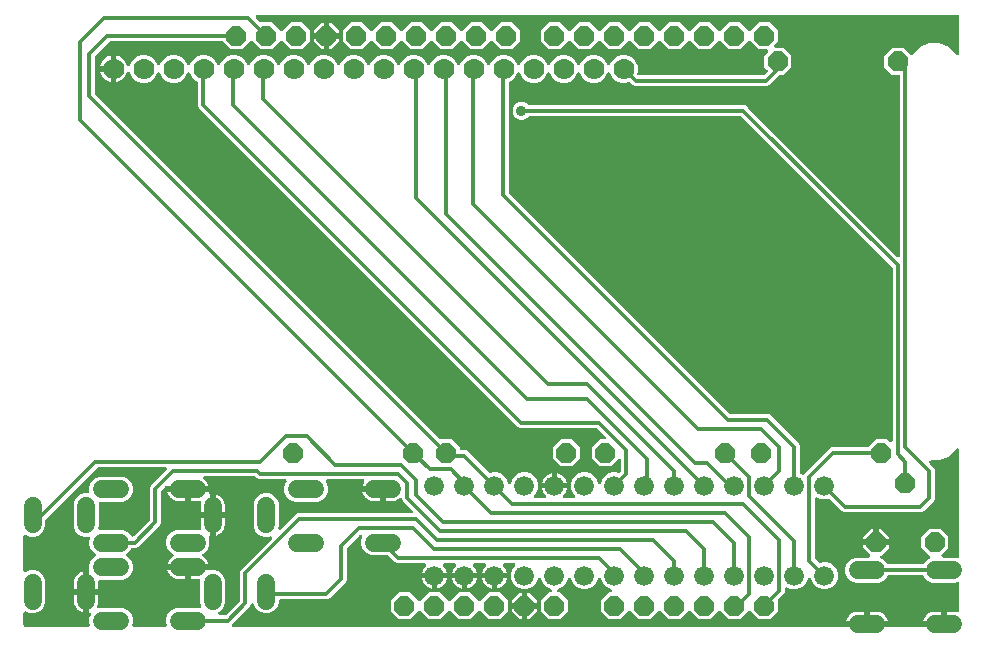
<source format=gbr>
G04 EAGLE Gerber RS-274X export*
G75*
%MOMM*%
%FSLAX34Y34*%
%LPD*%
%INBottom Copper*%
%IPPOS*%
%AMOC8*
5,1,8,0,0,1.08239X$1,22.5*%
G01*
%ADD10C,1.676400*%
%ADD11C,1.524000*%
%ADD12P,1.814519X8X22.500000*%
%ADD13P,1.814519X8X202.500000*%
%ADD14C,1.778000*%
%ADD15C,0.304800*%
%ADD16C,0.906400*%

G36*
X448843Y116344D02*
X448843Y116344D01*
X448943Y116346D01*
X449015Y116364D01*
X449089Y116373D01*
X449184Y116407D01*
X449281Y116431D01*
X449347Y116465D01*
X449417Y116490D01*
X449502Y116545D01*
X449591Y116591D01*
X449647Y116639D01*
X449710Y116679D01*
X449780Y116751D01*
X449856Y116816D01*
X449900Y116876D01*
X449952Y116930D01*
X450004Y117016D01*
X450063Y117097D01*
X450093Y117165D01*
X450131Y117229D01*
X450162Y117325D01*
X450201Y117417D01*
X450214Y117490D01*
X450237Y117561D01*
X450245Y117661D01*
X450263Y117760D01*
X450259Y117834D01*
X450265Y117908D01*
X450250Y118008D01*
X450245Y118108D01*
X450224Y118179D01*
X450213Y118253D01*
X450176Y118346D01*
X450148Y118443D01*
X450112Y118508D01*
X450085Y118577D01*
X450027Y118659D01*
X449978Y118747D01*
X449913Y118823D01*
X449886Y118863D01*
X449859Y118887D01*
X449820Y118933D01*
X448868Y119884D01*
X447858Y121275D01*
X447078Y122807D01*
X446546Y124442D01*
X446463Y124969D01*
X456692Y124969D01*
X456718Y124972D01*
X456744Y124970D01*
X456891Y124992D01*
X457038Y125009D01*
X457063Y125017D01*
X457089Y125021D01*
X457196Y125064D01*
X457272Y125043D01*
X457413Y124998D01*
X457439Y124995D01*
X457464Y124988D01*
X457708Y124969D01*
X467937Y124969D01*
X467854Y124442D01*
X467322Y122807D01*
X466542Y121275D01*
X465532Y119884D01*
X464580Y118933D01*
X464518Y118854D01*
X464448Y118782D01*
X464410Y118718D01*
X464364Y118660D01*
X464321Y118569D01*
X464269Y118483D01*
X464246Y118412D01*
X464215Y118345D01*
X464193Y118247D01*
X464163Y118151D01*
X464157Y118077D01*
X464141Y118004D01*
X464143Y117904D01*
X464135Y117804D01*
X464146Y117730D01*
X464147Y117656D01*
X464172Y117559D01*
X464187Y117459D01*
X464214Y117390D01*
X464232Y117318D01*
X464278Y117229D01*
X464315Y117135D01*
X464358Y117074D01*
X464392Y117008D01*
X464457Y116932D01*
X464514Y116849D01*
X464569Y116799D01*
X464618Y116743D01*
X464698Y116683D01*
X464773Y116616D01*
X464838Y116580D01*
X464898Y116535D01*
X464990Y116496D01*
X465078Y116447D01*
X465150Y116427D01*
X465218Y116397D01*
X465317Y116380D01*
X465413Y116352D01*
X465513Y116344D01*
X465561Y116336D01*
X465597Y116338D01*
X465657Y116333D01*
X473424Y116333D01*
X473524Y116344D01*
X473625Y116346D01*
X473697Y116364D01*
X473771Y116373D01*
X473865Y116406D01*
X473962Y116431D01*
X474029Y116465D01*
X474099Y116490D01*
X474183Y116545D01*
X474272Y116591D01*
X474329Y116639D01*
X474391Y116679D01*
X474461Y116751D01*
X474538Y116816D01*
X474582Y116876D01*
X474634Y116930D01*
X474685Y117016D01*
X474745Y117097D01*
X474774Y117165D01*
X474812Y117229D01*
X474843Y117325D01*
X474883Y117417D01*
X474896Y117490D01*
X474919Y117561D01*
X474927Y117661D01*
X474945Y117760D01*
X474941Y117834D01*
X474947Y117908D01*
X474932Y118008D01*
X474927Y118108D01*
X474906Y118179D01*
X474895Y118253D01*
X474858Y118346D01*
X474830Y118443D01*
X474794Y118508D01*
X474766Y118577D01*
X474709Y118659D01*
X474660Y118747D01*
X474595Y118823D01*
X474567Y118863D01*
X474541Y118887D01*
X474501Y118933D01*
X472910Y120525D01*
X471169Y124726D01*
X471169Y129274D01*
X472910Y133475D01*
X476125Y136690D01*
X480326Y138431D01*
X484874Y138431D01*
X489075Y136690D01*
X492290Y133475D01*
X493893Y129607D01*
X493942Y129519D01*
X493982Y129427D01*
X494026Y129367D01*
X494062Y129302D01*
X494129Y129228D01*
X494189Y129147D01*
X494246Y129099D01*
X494296Y129044D01*
X494379Y128987D01*
X494455Y128922D01*
X494522Y128888D01*
X494583Y128846D01*
X494676Y128809D01*
X494766Y128763D01*
X494838Y128745D01*
X494907Y128718D01*
X495006Y128704D01*
X495104Y128679D01*
X495178Y128678D01*
X495252Y128667D01*
X495352Y128676D01*
X495452Y128674D01*
X495525Y128690D01*
X495599Y128696D01*
X495695Y128727D01*
X495793Y128749D01*
X495860Y128780D01*
X495931Y128803D01*
X496017Y128855D01*
X496108Y128898D01*
X496166Y128945D01*
X496229Y128983D01*
X496301Y129053D01*
X496380Y129116D01*
X496426Y129174D01*
X496479Y129226D01*
X496534Y129310D01*
X496596Y129389D01*
X496642Y129479D01*
X496668Y129519D01*
X496680Y129553D01*
X496707Y129607D01*
X498310Y133475D01*
X501525Y136690D01*
X505726Y138431D01*
X510274Y138431D01*
X511236Y138032D01*
X511309Y138011D01*
X511379Y137981D01*
X511476Y137964D01*
X511571Y137937D01*
X511647Y137933D01*
X511722Y137919D01*
X511821Y137924D01*
X511919Y137920D01*
X511994Y137933D01*
X512070Y137937D01*
X512165Y137965D01*
X512262Y137982D01*
X512332Y138013D01*
X512405Y138034D01*
X512491Y138082D01*
X512581Y138121D01*
X512643Y138167D01*
X512709Y138204D01*
X512823Y138301D01*
X512861Y138329D01*
X512873Y138344D01*
X512896Y138363D01*
X513141Y138608D01*
X513220Y138707D01*
X513304Y138801D01*
X513328Y138843D01*
X513358Y138881D01*
X513412Y138995D01*
X513473Y139106D01*
X513486Y139152D01*
X513507Y139196D01*
X513533Y139320D01*
X513568Y139441D01*
X513573Y139502D01*
X513580Y139537D01*
X513579Y139585D01*
X513587Y139685D01*
X513587Y148304D01*
X513576Y148404D01*
X513574Y148505D01*
X513556Y148577D01*
X513547Y148651D01*
X513514Y148745D01*
X513489Y148843D01*
X513455Y148909D01*
X513430Y148979D01*
X513375Y149063D01*
X513329Y149152D01*
X513281Y149209D01*
X513241Y149271D01*
X513169Y149341D01*
X513104Y149418D01*
X513044Y149462D01*
X512990Y149514D01*
X512904Y149565D01*
X512823Y149625D01*
X512755Y149654D01*
X512691Y149693D01*
X512595Y149723D01*
X512503Y149763D01*
X512430Y149776D01*
X512359Y149799D01*
X512259Y149807D01*
X512160Y149825D01*
X512086Y149821D01*
X512012Y149827D01*
X511912Y149812D01*
X511812Y149807D01*
X511741Y149786D01*
X511667Y149775D01*
X511574Y149738D01*
X511477Y149710D01*
X511412Y149674D01*
X511343Y149646D01*
X511261Y149589D01*
X511173Y149540D01*
X511097Y149475D01*
X511057Y149447D01*
X511033Y149421D01*
X510987Y149381D01*
X505115Y143509D01*
X495645Y143509D01*
X488949Y150205D01*
X488949Y159675D01*
X495645Y166371D01*
X499125Y166371D01*
X499225Y166382D01*
X499325Y166384D01*
X499397Y166402D01*
X499471Y166411D01*
X499566Y166444D01*
X499663Y166469D01*
X499729Y166503D01*
X499799Y166528D01*
X499884Y166583D01*
X499973Y166629D01*
X500030Y166677D01*
X500092Y166717D01*
X500162Y166789D01*
X500238Y166854D01*
X500283Y166914D01*
X500334Y166968D01*
X500386Y167054D01*
X500446Y167135D01*
X500475Y167203D01*
X500513Y167267D01*
X500544Y167363D01*
X500584Y167455D01*
X500597Y167528D01*
X500619Y167599D01*
X500627Y167699D01*
X500645Y167798D01*
X500641Y167872D01*
X500647Y167946D01*
X500632Y168046D01*
X500627Y168146D01*
X500607Y168217D01*
X500596Y168291D01*
X500559Y168384D01*
X500531Y168481D01*
X500494Y168546D01*
X500467Y168615D01*
X500410Y168697D01*
X500361Y168785D01*
X500295Y168861D01*
X500268Y168901D01*
X500242Y168925D01*
X500202Y168971D01*
X493852Y175321D01*
X493753Y175400D01*
X493659Y175484D01*
X493617Y175508D01*
X493579Y175538D01*
X493465Y175592D01*
X493354Y175653D01*
X493308Y175666D01*
X493264Y175687D01*
X493141Y175713D01*
X493019Y175748D01*
X492958Y175753D01*
X492923Y175760D01*
X492875Y175759D01*
X492775Y175767D01*
X428350Y175767D01*
X426670Y176463D01*
X156143Y446990D01*
X155447Y448670D01*
X155447Y468090D01*
X155439Y468166D01*
X155440Y468243D01*
X155419Y468339D01*
X155407Y468437D01*
X155382Y468509D01*
X155365Y468583D01*
X155323Y468672D01*
X155290Y468765D01*
X155248Y468829D01*
X155216Y468898D01*
X155154Y468975D01*
X155101Y469058D01*
X155046Y469111D01*
X154998Y469170D01*
X154921Y469231D01*
X154850Y469300D01*
X154785Y469339D01*
X154725Y469386D01*
X154592Y469454D01*
X154551Y469479D01*
X154533Y469484D01*
X154507Y469498D01*
X153297Y469999D01*
X149939Y473357D01*
X148767Y476186D01*
X148719Y476273D01*
X148678Y476366D01*
X148634Y476425D01*
X148598Y476490D01*
X148531Y476565D01*
X148471Y476645D01*
X148414Y476693D01*
X148364Y476748D01*
X148281Y476806D01*
X148205Y476870D01*
X148138Y476904D01*
X148077Y476947D01*
X147984Y476983D01*
X147894Y477029D01*
X147822Y477047D01*
X147753Y477074D01*
X147654Y477089D01*
X147556Y477113D01*
X147482Y477114D01*
X147408Y477125D01*
X147308Y477117D01*
X147208Y477118D01*
X147135Y477102D01*
X147061Y477096D01*
X146965Y477065D01*
X146867Y477044D01*
X146800Y477012D01*
X146729Y476989D01*
X146643Y476937D01*
X146552Y476894D01*
X146494Y476848D01*
X146431Y476810D01*
X146358Y476739D01*
X146280Y476677D01*
X146234Y476619D01*
X146181Y476567D01*
X146126Y476482D01*
X146064Y476403D01*
X146018Y476314D01*
X145992Y476273D01*
X145980Y476240D01*
X145953Y476186D01*
X144781Y473357D01*
X141423Y469999D01*
X137035Y468181D01*
X132285Y468181D01*
X127897Y469999D01*
X124539Y473357D01*
X123367Y476186D01*
X123319Y476273D01*
X123278Y476366D01*
X123234Y476425D01*
X123198Y476490D01*
X123131Y476565D01*
X123071Y476645D01*
X123014Y476693D01*
X122964Y476748D01*
X122881Y476806D01*
X122805Y476870D01*
X122738Y476904D01*
X122677Y476947D01*
X122584Y476983D01*
X122494Y477029D01*
X122422Y477047D01*
X122353Y477074D01*
X122254Y477089D01*
X122156Y477113D01*
X122082Y477114D01*
X122008Y477125D01*
X121908Y477117D01*
X121808Y477118D01*
X121735Y477102D01*
X121661Y477096D01*
X121565Y477065D01*
X121467Y477044D01*
X121400Y477012D01*
X121329Y476989D01*
X121243Y476937D01*
X121152Y476894D01*
X121094Y476848D01*
X121031Y476810D01*
X120958Y476739D01*
X120880Y476677D01*
X120834Y476619D01*
X120781Y476567D01*
X120726Y476482D01*
X120664Y476403D01*
X120618Y476314D01*
X120592Y476273D01*
X120580Y476240D01*
X120553Y476186D01*
X119381Y473357D01*
X116023Y469999D01*
X111635Y468181D01*
X106885Y468181D01*
X102497Y469999D01*
X99139Y473357D01*
X97661Y476926D01*
X97583Y477066D01*
X97508Y477207D01*
X97498Y477218D01*
X97491Y477230D01*
X97384Y477349D01*
X97279Y477469D01*
X97267Y477478D01*
X97257Y477489D01*
X97126Y477580D01*
X96996Y477673D01*
X96982Y477679D01*
X96971Y477687D01*
X96822Y477745D01*
X96674Y477807D01*
X96660Y477809D01*
X96646Y477815D01*
X96489Y477838D01*
X96330Y477864D01*
X96316Y477863D01*
X96302Y477865D01*
X96142Y477852D01*
X95983Y477842D01*
X95969Y477838D01*
X95954Y477837D01*
X95802Y477787D01*
X95649Y477741D01*
X95636Y477734D01*
X95623Y477729D01*
X95486Y477647D01*
X95347Y477567D01*
X95336Y477557D01*
X95324Y477550D01*
X95209Y477438D01*
X95092Y477329D01*
X95084Y477317D01*
X95074Y477307D01*
X94987Y477172D01*
X94899Y477039D01*
X94892Y477024D01*
X94886Y477014D01*
X94873Y476977D01*
X94805Y476814D01*
X94453Y475732D01*
X93636Y474129D01*
X92579Y472673D01*
X91307Y471401D01*
X89851Y470344D01*
X88248Y469527D01*
X86537Y468971D01*
X86359Y468943D01*
X86359Y479144D01*
X86356Y479170D01*
X86358Y479196D01*
X86336Y479343D01*
X86319Y479490D01*
X86311Y479515D01*
X86307Y479541D01*
X86252Y479678D01*
X86202Y479818D01*
X86188Y479840D01*
X86178Y479865D01*
X86094Y479986D01*
X86013Y480111D01*
X86000Y480123D01*
X86045Y480170D01*
X86059Y480193D01*
X86076Y480212D01*
X86148Y480342D01*
X86224Y480469D01*
X86232Y480494D01*
X86245Y480517D01*
X86285Y480660D01*
X86330Y480801D01*
X86332Y480827D01*
X86340Y480852D01*
X86359Y481096D01*
X86359Y491297D01*
X86537Y491269D01*
X88248Y490713D01*
X89851Y489896D01*
X91307Y488839D01*
X92579Y487567D01*
X93636Y486111D01*
X94453Y484508D01*
X94805Y483426D01*
X94871Y483281D01*
X94935Y483134D01*
X94943Y483123D01*
X94950Y483109D01*
X95048Y482982D01*
X95143Y482855D01*
X95154Y482845D01*
X95163Y482834D01*
X95287Y482732D01*
X95409Y482629D01*
X95422Y482623D01*
X95433Y482614D01*
X95577Y482543D01*
X95719Y482471D01*
X95733Y482467D01*
X95746Y482461D01*
X95902Y482425D01*
X96057Y482386D01*
X96072Y482386D01*
X96086Y482383D01*
X96246Y482384D01*
X96406Y482381D01*
X96420Y482385D01*
X96434Y482385D01*
X96590Y482422D01*
X96746Y482456D01*
X96759Y482462D01*
X96773Y482465D01*
X96916Y482537D01*
X97061Y482605D01*
X97072Y482615D01*
X97085Y482621D01*
X97208Y482723D01*
X97333Y482823D01*
X97342Y482834D01*
X97353Y482843D01*
X97450Y482970D01*
X97549Y483096D01*
X97557Y483112D01*
X97564Y483121D01*
X97580Y483156D01*
X97661Y483314D01*
X99139Y486883D01*
X102497Y490241D01*
X106885Y492059D01*
X111635Y492059D01*
X116023Y490241D01*
X119381Y486883D01*
X120553Y484054D01*
X120601Y483967D01*
X120641Y483874D01*
X120686Y483815D01*
X120722Y483750D01*
X120789Y483675D01*
X120849Y483595D01*
X120906Y483547D01*
X120956Y483492D01*
X121039Y483435D01*
X121115Y483370D01*
X121182Y483336D01*
X121243Y483293D01*
X121336Y483257D01*
X121426Y483211D01*
X121498Y483193D01*
X121567Y483166D01*
X121667Y483151D01*
X121764Y483127D01*
X121838Y483126D01*
X121912Y483115D01*
X122012Y483123D01*
X122112Y483122D01*
X122185Y483138D01*
X122259Y483144D01*
X122355Y483175D01*
X122453Y483196D01*
X122520Y483228D01*
X122591Y483251D01*
X122677Y483303D01*
X122768Y483346D01*
X122826Y483392D01*
X122889Y483430D01*
X122962Y483501D01*
X123040Y483563D01*
X123086Y483621D01*
X123139Y483673D01*
X123194Y483758D01*
X123256Y483837D01*
X123302Y483926D01*
X123328Y483967D01*
X123340Y484000D01*
X123367Y484054D01*
X124539Y486883D01*
X127897Y490241D01*
X132285Y492059D01*
X137035Y492059D01*
X141423Y490241D01*
X144781Y486883D01*
X145953Y484054D01*
X146001Y483967D01*
X146041Y483874D01*
X146086Y483815D01*
X146122Y483750D01*
X146189Y483675D01*
X146249Y483595D01*
X146306Y483547D01*
X146356Y483492D01*
X146439Y483435D01*
X146515Y483370D01*
X146582Y483336D01*
X146643Y483293D01*
X146736Y483257D01*
X146826Y483211D01*
X146898Y483193D01*
X146967Y483166D01*
X147067Y483151D01*
X147164Y483127D01*
X147238Y483126D01*
X147312Y483115D01*
X147412Y483123D01*
X147512Y483122D01*
X147585Y483138D01*
X147659Y483144D01*
X147755Y483175D01*
X147853Y483196D01*
X147920Y483228D01*
X147991Y483251D01*
X148077Y483303D01*
X148168Y483346D01*
X148226Y483392D01*
X148289Y483430D01*
X148362Y483501D01*
X148440Y483563D01*
X148486Y483621D01*
X148539Y483673D01*
X148594Y483758D01*
X148656Y483837D01*
X148702Y483926D01*
X148728Y483967D01*
X148740Y484000D01*
X148767Y484054D01*
X149939Y486883D01*
X153297Y490241D01*
X157685Y492059D01*
X162435Y492059D01*
X166823Y490241D01*
X170181Y486883D01*
X171353Y484054D01*
X171401Y483967D01*
X171441Y483874D01*
X171486Y483815D01*
X171522Y483750D01*
X171589Y483675D01*
X171649Y483595D01*
X171706Y483547D01*
X171756Y483492D01*
X171839Y483435D01*
X171915Y483370D01*
X171982Y483336D01*
X172043Y483293D01*
X172136Y483257D01*
X172226Y483211D01*
X172298Y483193D01*
X172367Y483166D01*
X172467Y483151D01*
X172564Y483127D01*
X172638Y483126D01*
X172712Y483115D01*
X172812Y483123D01*
X172912Y483122D01*
X172985Y483138D01*
X173059Y483144D01*
X173155Y483175D01*
X173253Y483196D01*
X173320Y483228D01*
X173391Y483251D01*
X173477Y483303D01*
X173568Y483346D01*
X173626Y483392D01*
X173689Y483430D01*
X173762Y483501D01*
X173840Y483563D01*
X173886Y483621D01*
X173939Y483673D01*
X173994Y483758D01*
X174056Y483837D01*
X174102Y483926D01*
X174128Y483967D01*
X174140Y484000D01*
X174167Y484054D01*
X175339Y486883D01*
X178697Y490241D01*
X183085Y492059D01*
X187835Y492059D01*
X192223Y490241D01*
X195581Y486883D01*
X196753Y484054D01*
X196801Y483967D01*
X196841Y483874D01*
X196886Y483815D01*
X196922Y483750D01*
X196989Y483675D01*
X197049Y483595D01*
X197106Y483547D01*
X197156Y483492D01*
X197239Y483435D01*
X197315Y483370D01*
X197382Y483336D01*
X197443Y483293D01*
X197536Y483257D01*
X197626Y483211D01*
X197698Y483193D01*
X197767Y483166D01*
X197867Y483151D01*
X197964Y483127D01*
X198038Y483126D01*
X198112Y483115D01*
X198212Y483123D01*
X198312Y483122D01*
X198385Y483138D01*
X198459Y483144D01*
X198555Y483175D01*
X198653Y483196D01*
X198720Y483228D01*
X198791Y483251D01*
X198877Y483303D01*
X198968Y483346D01*
X199026Y483392D01*
X199089Y483430D01*
X199162Y483501D01*
X199240Y483563D01*
X199286Y483621D01*
X199339Y483673D01*
X199394Y483758D01*
X199456Y483837D01*
X199502Y483926D01*
X199528Y483967D01*
X199540Y484000D01*
X199567Y484054D01*
X200739Y486883D01*
X204097Y490241D01*
X208485Y492059D01*
X213235Y492059D01*
X217623Y490241D01*
X220981Y486883D01*
X222153Y484054D01*
X222201Y483967D01*
X222241Y483874D01*
X222286Y483815D01*
X222322Y483750D01*
X222389Y483675D01*
X222449Y483595D01*
X222506Y483547D01*
X222556Y483492D01*
X222639Y483435D01*
X222715Y483370D01*
X222782Y483336D01*
X222843Y483293D01*
X222936Y483257D01*
X223026Y483211D01*
X223098Y483193D01*
X223167Y483166D01*
X223267Y483151D01*
X223364Y483127D01*
X223438Y483126D01*
X223512Y483115D01*
X223612Y483123D01*
X223712Y483122D01*
X223785Y483138D01*
X223859Y483144D01*
X223955Y483175D01*
X224053Y483196D01*
X224120Y483228D01*
X224191Y483251D01*
X224277Y483303D01*
X224368Y483346D01*
X224426Y483392D01*
X224489Y483430D01*
X224562Y483501D01*
X224640Y483563D01*
X224686Y483621D01*
X224739Y483673D01*
X224794Y483758D01*
X224856Y483837D01*
X224902Y483926D01*
X224928Y483967D01*
X224940Y484000D01*
X224967Y484054D01*
X226139Y486883D01*
X229497Y490241D01*
X233885Y492059D01*
X238635Y492059D01*
X243023Y490241D01*
X246381Y486883D01*
X247553Y484054D01*
X247601Y483967D01*
X247641Y483874D01*
X247686Y483815D01*
X247722Y483750D01*
X247789Y483675D01*
X247849Y483595D01*
X247906Y483547D01*
X247956Y483492D01*
X248039Y483435D01*
X248115Y483370D01*
X248182Y483336D01*
X248243Y483293D01*
X248336Y483257D01*
X248426Y483211D01*
X248498Y483193D01*
X248567Y483166D01*
X248667Y483151D01*
X248764Y483127D01*
X248838Y483126D01*
X248912Y483115D01*
X249012Y483123D01*
X249112Y483122D01*
X249185Y483138D01*
X249259Y483144D01*
X249355Y483175D01*
X249453Y483196D01*
X249520Y483228D01*
X249591Y483251D01*
X249677Y483303D01*
X249768Y483346D01*
X249826Y483392D01*
X249889Y483430D01*
X249962Y483501D01*
X250040Y483563D01*
X250086Y483621D01*
X250139Y483673D01*
X250194Y483758D01*
X250256Y483837D01*
X250302Y483926D01*
X250328Y483967D01*
X250340Y484000D01*
X250367Y484054D01*
X251539Y486883D01*
X254897Y490241D01*
X259285Y492059D01*
X264035Y492059D01*
X268423Y490241D01*
X271781Y486883D01*
X272953Y484054D01*
X273001Y483967D01*
X273041Y483874D01*
X273086Y483815D01*
X273122Y483750D01*
X273189Y483675D01*
X273249Y483595D01*
X273306Y483547D01*
X273356Y483492D01*
X273439Y483435D01*
X273515Y483370D01*
X273582Y483336D01*
X273643Y483293D01*
X273736Y483257D01*
X273826Y483211D01*
X273898Y483193D01*
X273967Y483166D01*
X274067Y483151D01*
X274164Y483127D01*
X274238Y483126D01*
X274312Y483115D01*
X274412Y483123D01*
X274512Y483122D01*
X274585Y483138D01*
X274659Y483144D01*
X274755Y483175D01*
X274853Y483196D01*
X274920Y483228D01*
X274991Y483251D01*
X275077Y483303D01*
X275168Y483346D01*
X275226Y483392D01*
X275289Y483430D01*
X275362Y483501D01*
X275440Y483563D01*
X275486Y483621D01*
X275539Y483673D01*
X275594Y483758D01*
X275656Y483837D01*
X275702Y483926D01*
X275728Y483967D01*
X275740Y484000D01*
X275767Y484054D01*
X276939Y486883D01*
X280297Y490241D01*
X284685Y492059D01*
X289435Y492059D01*
X293823Y490241D01*
X297181Y486883D01*
X298353Y484054D01*
X298401Y483967D01*
X298441Y483874D01*
X298486Y483815D01*
X298522Y483750D01*
X298589Y483675D01*
X298649Y483595D01*
X298706Y483547D01*
X298756Y483492D01*
X298839Y483435D01*
X298915Y483370D01*
X298982Y483336D01*
X299043Y483293D01*
X299136Y483257D01*
X299226Y483211D01*
X299298Y483193D01*
X299367Y483166D01*
X299467Y483151D01*
X299564Y483127D01*
X299638Y483126D01*
X299712Y483115D01*
X299812Y483123D01*
X299912Y483122D01*
X299985Y483138D01*
X300059Y483144D01*
X300155Y483175D01*
X300253Y483196D01*
X300320Y483228D01*
X300391Y483251D01*
X300477Y483303D01*
X300568Y483346D01*
X300626Y483392D01*
X300689Y483430D01*
X300762Y483501D01*
X300840Y483563D01*
X300886Y483621D01*
X300939Y483673D01*
X300994Y483758D01*
X301056Y483837D01*
X301102Y483926D01*
X301128Y483967D01*
X301140Y484000D01*
X301167Y484054D01*
X302339Y486883D01*
X305697Y490241D01*
X310085Y492059D01*
X314835Y492059D01*
X319223Y490241D01*
X322581Y486883D01*
X323753Y484054D01*
X323801Y483967D01*
X323841Y483875D01*
X323886Y483815D01*
X323922Y483750D01*
X323989Y483675D01*
X324049Y483595D01*
X324106Y483547D01*
X324156Y483492D01*
X324239Y483435D01*
X324315Y483370D01*
X324382Y483336D01*
X324443Y483293D01*
X324536Y483257D01*
X324626Y483211D01*
X324698Y483193D01*
X324767Y483166D01*
X324866Y483151D01*
X324964Y483127D01*
X325038Y483126D01*
X325112Y483115D01*
X325212Y483123D01*
X325312Y483122D01*
X325385Y483138D01*
X325459Y483144D01*
X325555Y483175D01*
X325653Y483196D01*
X325720Y483228D01*
X325791Y483251D01*
X325877Y483303D01*
X325968Y483346D01*
X326026Y483392D01*
X326089Y483430D01*
X326162Y483501D01*
X326240Y483563D01*
X326286Y483621D01*
X326339Y483673D01*
X326394Y483758D01*
X326456Y483837D01*
X326502Y483926D01*
X326528Y483967D01*
X326540Y484000D01*
X326567Y484054D01*
X327739Y486883D01*
X331097Y490241D01*
X335485Y492059D01*
X340235Y492059D01*
X344623Y490241D01*
X347981Y486883D01*
X349153Y484054D01*
X349201Y483967D01*
X349241Y483875D01*
X349286Y483815D01*
X349322Y483750D01*
X349389Y483675D01*
X349449Y483595D01*
X349506Y483547D01*
X349556Y483492D01*
X349639Y483435D01*
X349715Y483370D01*
X349782Y483336D01*
X349843Y483293D01*
X349936Y483257D01*
X350026Y483211D01*
X350098Y483193D01*
X350167Y483166D01*
X350266Y483151D01*
X350364Y483127D01*
X350438Y483126D01*
X350512Y483115D01*
X350612Y483123D01*
X350712Y483122D01*
X350785Y483138D01*
X350859Y483144D01*
X350955Y483175D01*
X351053Y483196D01*
X351120Y483228D01*
X351191Y483251D01*
X351277Y483303D01*
X351368Y483346D01*
X351426Y483392D01*
X351489Y483430D01*
X351562Y483501D01*
X351640Y483563D01*
X351686Y483621D01*
X351739Y483673D01*
X351794Y483758D01*
X351856Y483837D01*
X351902Y483926D01*
X351928Y483967D01*
X351940Y484000D01*
X351967Y484054D01*
X353139Y486883D01*
X356497Y490241D01*
X360885Y492059D01*
X365635Y492059D01*
X370023Y490241D01*
X373381Y486883D01*
X374553Y484054D01*
X374601Y483967D01*
X374641Y483875D01*
X374686Y483815D01*
X374722Y483750D01*
X374789Y483675D01*
X374849Y483595D01*
X374906Y483547D01*
X374956Y483492D01*
X375039Y483435D01*
X375115Y483370D01*
X375182Y483336D01*
X375243Y483293D01*
X375336Y483257D01*
X375426Y483211D01*
X375498Y483193D01*
X375567Y483166D01*
X375666Y483151D01*
X375764Y483127D01*
X375838Y483126D01*
X375912Y483115D01*
X376012Y483123D01*
X376112Y483122D01*
X376185Y483138D01*
X376259Y483144D01*
X376355Y483175D01*
X376453Y483196D01*
X376520Y483228D01*
X376591Y483251D01*
X376677Y483303D01*
X376768Y483346D01*
X376826Y483392D01*
X376889Y483430D01*
X376962Y483501D01*
X377040Y483563D01*
X377086Y483621D01*
X377139Y483673D01*
X377194Y483758D01*
X377256Y483837D01*
X377302Y483926D01*
X377328Y483967D01*
X377340Y484000D01*
X377367Y484054D01*
X378539Y486883D01*
X381897Y490241D01*
X386285Y492059D01*
X391035Y492059D01*
X395423Y490241D01*
X398781Y486883D01*
X399953Y484054D01*
X400001Y483967D01*
X400041Y483875D01*
X400086Y483815D01*
X400122Y483750D01*
X400189Y483675D01*
X400249Y483595D01*
X400306Y483547D01*
X400356Y483492D01*
X400439Y483435D01*
X400515Y483370D01*
X400582Y483336D01*
X400643Y483293D01*
X400736Y483257D01*
X400826Y483211D01*
X400898Y483193D01*
X400967Y483166D01*
X401066Y483151D01*
X401164Y483127D01*
X401238Y483126D01*
X401312Y483115D01*
X401412Y483123D01*
X401512Y483122D01*
X401585Y483138D01*
X401659Y483144D01*
X401755Y483175D01*
X401853Y483196D01*
X401920Y483228D01*
X401991Y483251D01*
X402077Y483303D01*
X402168Y483346D01*
X402226Y483392D01*
X402289Y483430D01*
X402362Y483501D01*
X402440Y483563D01*
X402486Y483621D01*
X402539Y483673D01*
X402594Y483758D01*
X402656Y483837D01*
X402702Y483926D01*
X402728Y483967D01*
X402740Y484000D01*
X402767Y484054D01*
X403939Y486883D01*
X407297Y490241D01*
X411685Y492059D01*
X416435Y492059D01*
X420823Y490241D01*
X424181Y486883D01*
X425353Y484054D01*
X425401Y483967D01*
X425441Y483875D01*
X425486Y483815D01*
X425522Y483750D01*
X425589Y483675D01*
X425649Y483595D01*
X425706Y483547D01*
X425756Y483492D01*
X425839Y483435D01*
X425915Y483370D01*
X425982Y483336D01*
X426043Y483293D01*
X426136Y483257D01*
X426226Y483211D01*
X426298Y483193D01*
X426367Y483166D01*
X426466Y483151D01*
X426564Y483127D01*
X426638Y483126D01*
X426712Y483115D01*
X426812Y483123D01*
X426912Y483122D01*
X426985Y483138D01*
X427059Y483144D01*
X427155Y483175D01*
X427253Y483196D01*
X427320Y483228D01*
X427391Y483251D01*
X427477Y483303D01*
X427568Y483346D01*
X427626Y483392D01*
X427689Y483430D01*
X427762Y483501D01*
X427840Y483563D01*
X427886Y483621D01*
X427939Y483673D01*
X427994Y483758D01*
X428056Y483837D01*
X428102Y483926D01*
X428128Y483967D01*
X428140Y484000D01*
X428167Y484054D01*
X429339Y486883D01*
X432697Y490241D01*
X437085Y492059D01*
X441835Y492059D01*
X446223Y490241D01*
X449581Y486883D01*
X450753Y484054D01*
X450801Y483967D01*
X450841Y483875D01*
X450886Y483815D01*
X450922Y483750D01*
X450989Y483675D01*
X451049Y483595D01*
X451106Y483547D01*
X451156Y483492D01*
X451239Y483435D01*
X451315Y483370D01*
X451382Y483336D01*
X451443Y483293D01*
X451536Y483257D01*
X451626Y483211D01*
X451698Y483193D01*
X451767Y483166D01*
X451866Y483151D01*
X451964Y483127D01*
X452038Y483126D01*
X452112Y483115D01*
X452212Y483123D01*
X452312Y483122D01*
X452385Y483138D01*
X452459Y483144D01*
X452555Y483175D01*
X452653Y483196D01*
X452720Y483228D01*
X452791Y483251D01*
X452877Y483303D01*
X452968Y483346D01*
X453026Y483392D01*
X453089Y483430D01*
X453162Y483501D01*
X453240Y483563D01*
X453286Y483621D01*
X453339Y483673D01*
X453394Y483758D01*
X453456Y483837D01*
X453502Y483926D01*
X453528Y483967D01*
X453540Y484000D01*
X453567Y484054D01*
X454739Y486883D01*
X458097Y490241D01*
X462485Y492059D01*
X467235Y492059D01*
X471623Y490241D01*
X474981Y486883D01*
X476153Y484054D01*
X476201Y483967D01*
X476241Y483875D01*
X476286Y483815D01*
X476322Y483750D01*
X476389Y483675D01*
X476449Y483595D01*
X476506Y483547D01*
X476556Y483492D01*
X476639Y483435D01*
X476715Y483370D01*
X476782Y483336D01*
X476843Y483293D01*
X476936Y483257D01*
X477026Y483211D01*
X477098Y483193D01*
X477167Y483166D01*
X477266Y483151D01*
X477364Y483127D01*
X477438Y483126D01*
X477512Y483115D01*
X477612Y483123D01*
X477712Y483122D01*
X477785Y483138D01*
X477859Y483144D01*
X477955Y483175D01*
X478053Y483196D01*
X478120Y483228D01*
X478191Y483251D01*
X478277Y483303D01*
X478368Y483346D01*
X478426Y483392D01*
X478489Y483430D01*
X478562Y483501D01*
X478640Y483563D01*
X478686Y483621D01*
X478739Y483673D01*
X478794Y483758D01*
X478856Y483837D01*
X478902Y483926D01*
X478928Y483967D01*
X478940Y484000D01*
X478967Y484054D01*
X480139Y486883D01*
X483497Y490241D01*
X487885Y492059D01*
X492635Y492059D01*
X497023Y490241D01*
X500381Y486883D01*
X501553Y484054D01*
X501601Y483967D01*
X501641Y483875D01*
X501686Y483815D01*
X501722Y483750D01*
X501789Y483675D01*
X501849Y483595D01*
X501906Y483547D01*
X501956Y483492D01*
X502039Y483435D01*
X502115Y483370D01*
X502182Y483336D01*
X502243Y483293D01*
X502336Y483257D01*
X502426Y483211D01*
X502498Y483193D01*
X502567Y483166D01*
X502666Y483151D01*
X502764Y483127D01*
X502838Y483126D01*
X502912Y483115D01*
X503012Y483123D01*
X503112Y483122D01*
X503185Y483138D01*
X503259Y483144D01*
X503355Y483175D01*
X503453Y483196D01*
X503520Y483228D01*
X503591Y483251D01*
X503677Y483303D01*
X503768Y483346D01*
X503826Y483392D01*
X503889Y483430D01*
X503962Y483501D01*
X504040Y483563D01*
X504086Y483621D01*
X504139Y483673D01*
X504194Y483758D01*
X504256Y483837D01*
X504302Y483926D01*
X504328Y483967D01*
X504340Y484000D01*
X504367Y484054D01*
X505539Y486883D01*
X508897Y490241D01*
X513285Y492059D01*
X518035Y492059D01*
X522423Y490241D01*
X525781Y486883D01*
X527599Y482495D01*
X527599Y477745D01*
X527222Y476835D01*
X527201Y476761D01*
X527170Y476691D01*
X527153Y476595D01*
X527126Y476500D01*
X527122Y476424D01*
X527109Y476348D01*
X527114Y476250D01*
X527109Y476152D01*
X527123Y476077D01*
X527127Y476000D01*
X527154Y475906D01*
X527172Y475809D01*
X527202Y475739D01*
X527223Y475665D01*
X527271Y475579D01*
X527310Y475489D01*
X527356Y475428D01*
X527393Y475361D01*
X527490Y475247D01*
X527518Y475210D01*
X527533Y475197D01*
X527552Y475175D01*
X527808Y474919D01*
X527907Y474840D01*
X528001Y474756D01*
X528043Y474732D01*
X528081Y474702D01*
X528195Y474648D01*
X528306Y474587D01*
X528352Y474574D01*
X528396Y474553D01*
X528519Y474527D01*
X528641Y474492D01*
X528702Y474487D01*
X528737Y474480D01*
X528785Y474481D01*
X528885Y474473D01*
X633745Y474473D01*
X633871Y474487D01*
X633997Y474494D01*
X634043Y474507D01*
X634091Y474513D01*
X634210Y474555D01*
X634332Y474590D01*
X634374Y474614D01*
X634419Y474630D01*
X634526Y474699D01*
X634636Y474760D01*
X634682Y474800D01*
X634712Y474819D01*
X634746Y474854D01*
X634822Y474919D01*
X637212Y477309D01*
X637228Y477329D01*
X637248Y477346D01*
X637336Y477465D01*
X637428Y477582D01*
X637440Y477605D01*
X637455Y477626D01*
X637514Y477762D01*
X637577Y477897D01*
X637583Y477922D01*
X637593Y477946D01*
X637619Y478093D01*
X637651Y478237D01*
X637650Y478263D01*
X637655Y478289D01*
X637647Y478438D01*
X637645Y478586D01*
X637638Y478611D01*
X637637Y478637D01*
X637596Y478780D01*
X637560Y478924D01*
X637548Y478947D01*
X637540Y478972D01*
X637468Y479102D01*
X637400Y479234D01*
X637383Y479254D01*
X637370Y479277D01*
X637212Y479463D01*
X634999Y481675D01*
X634999Y491145D01*
X637823Y493969D01*
X637886Y494047D01*
X637956Y494120D01*
X637994Y494184D01*
X638040Y494242D01*
X638083Y494333D01*
X638135Y494419D01*
X638157Y494490D01*
X638189Y494557D01*
X638210Y494655D01*
X638241Y494751D01*
X638247Y494825D01*
X638262Y494898D01*
X638261Y494998D01*
X638269Y495098D01*
X638258Y495172D01*
X638256Y495246D01*
X638232Y495343D01*
X638217Y495443D01*
X638190Y495512D01*
X638171Y495584D01*
X638125Y495673D01*
X638088Y495767D01*
X638046Y495828D01*
X638012Y495894D01*
X637947Y495970D01*
X637889Y496053D01*
X637834Y496103D01*
X637786Y496159D01*
X637705Y496219D01*
X637631Y496286D01*
X637565Y496322D01*
X637506Y496367D01*
X637413Y496406D01*
X637326Y496455D01*
X637254Y496475D01*
X637186Y496505D01*
X637087Y496522D01*
X636990Y496550D01*
X636890Y496558D01*
X636843Y496566D01*
X636807Y496564D01*
X636746Y496569D01*
X630265Y496569D01*
X623377Y503457D01*
X623357Y503474D01*
X623340Y503494D01*
X623220Y503582D01*
X623104Y503674D01*
X623080Y503685D01*
X623059Y503701D01*
X622923Y503760D01*
X622789Y503823D01*
X622763Y503828D01*
X622739Y503839D01*
X622593Y503865D01*
X622448Y503896D01*
X622422Y503896D01*
X622396Y503901D01*
X622248Y503893D01*
X622100Y503890D01*
X622074Y503884D01*
X622048Y503883D01*
X621906Y503842D01*
X621762Y503805D01*
X621738Y503793D01*
X621713Y503786D01*
X621584Y503714D01*
X621452Y503646D01*
X621432Y503629D01*
X621409Y503616D01*
X621223Y503457D01*
X614335Y496569D01*
X604865Y496569D01*
X597977Y503457D01*
X597957Y503474D01*
X597940Y503494D01*
X597820Y503582D01*
X597704Y503674D01*
X597680Y503685D01*
X597659Y503701D01*
X597523Y503760D01*
X597389Y503823D01*
X597363Y503828D01*
X597339Y503839D01*
X597193Y503865D01*
X597048Y503896D01*
X597022Y503896D01*
X596996Y503901D01*
X596848Y503893D01*
X596700Y503890D01*
X596674Y503884D01*
X596648Y503883D01*
X596506Y503842D01*
X596362Y503805D01*
X596338Y503793D01*
X596313Y503786D01*
X596184Y503714D01*
X596052Y503646D01*
X596032Y503629D01*
X596009Y503616D01*
X595823Y503457D01*
X588935Y496569D01*
X579465Y496569D01*
X572577Y503457D01*
X572557Y503474D01*
X572540Y503494D01*
X572420Y503582D01*
X572304Y503674D01*
X572280Y503685D01*
X572259Y503701D01*
X572123Y503760D01*
X571989Y503823D01*
X571963Y503828D01*
X571939Y503839D01*
X571793Y503865D01*
X571648Y503896D01*
X571622Y503896D01*
X571596Y503901D01*
X571448Y503893D01*
X571300Y503890D01*
X571274Y503884D01*
X571248Y503883D01*
X571106Y503842D01*
X570962Y503805D01*
X570939Y503793D01*
X570913Y503786D01*
X570784Y503714D01*
X570652Y503646D01*
X570632Y503629D01*
X570609Y503616D01*
X570423Y503457D01*
X563535Y496569D01*
X554065Y496569D01*
X547177Y503457D01*
X547157Y503474D01*
X547140Y503494D01*
X547020Y503582D01*
X546904Y503674D01*
X546880Y503685D01*
X546859Y503701D01*
X546723Y503760D01*
X546589Y503823D01*
X546563Y503828D01*
X546539Y503839D01*
X546393Y503865D01*
X546248Y503896D01*
X546222Y503896D01*
X546196Y503901D01*
X546048Y503893D01*
X545900Y503890D01*
X545874Y503884D01*
X545848Y503883D01*
X545706Y503842D01*
X545562Y503805D01*
X545538Y503793D01*
X545513Y503786D01*
X545384Y503714D01*
X545252Y503646D01*
X545232Y503629D01*
X545209Y503616D01*
X545023Y503457D01*
X538135Y496569D01*
X528665Y496569D01*
X521777Y503457D01*
X521757Y503474D01*
X521740Y503494D01*
X521620Y503582D01*
X521504Y503674D01*
X521480Y503685D01*
X521459Y503701D01*
X521323Y503760D01*
X521189Y503823D01*
X521163Y503828D01*
X521139Y503839D01*
X520993Y503865D01*
X520848Y503896D01*
X520822Y503896D01*
X520796Y503901D01*
X520648Y503893D01*
X520500Y503890D01*
X520474Y503884D01*
X520448Y503883D01*
X520306Y503842D01*
X520162Y503805D01*
X520138Y503793D01*
X520113Y503786D01*
X519984Y503714D01*
X519852Y503646D01*
X519832Y503629D01*
X519809Y503616D01*
X519623Y503457D01*
X512735Y496569D01*
X503265Y496569D01*
X496377Y503457D01*
X496357Y503474D01*
X496340Y503494D01*
X496220Y503582D01*
X496104Y503674D01*
X496080Y503685D01*
X496059Y503701D01*
X495923Y503760D01*
X495789Y503823D01*
X495763Y503828D01*
X495739Y503839D01*
X495593Y503865D01*
X495448Y503896D01*
X495422Y503896D01*
X495396Y503901D01*
X495248Y503893D01*
X495100Y503890D01*
X495074Y503884D01*
X495048Y503883D01*
X494906Y503842D01*
X494762Y503805D01*
X494739Y503793D01*
X494713Y503786D01*
X494584Y503714D01*
X494452Y503646D01*
X494432Y503629D01*
X494409Y503616D01*
X494223Y503457D01*
X487335Y496569D01*
X477865Y496569D01*
X470977Y503457D01*
X470957Y503474D01*
X470940Y503494D01*
X470820Y503582D01*
X470704Y503674D01*
X470680Y503685D01*
X470659Y503701D01*
X470523Y503760D01*
X470389Y503823D01*
X470363Y503828D01*
X470339Y503839D01*
X470193Y503865D01*
X470048Y503896D01*
X470022Y503896D01*
X469996Y503901D01*
X469848Y503893D01*
X469700Y503890D01*
X469674Y503884D01*
X469648Y503883D01*
X469506Y503842D01*
X469362Y503805D01*
X469339Y503793D01*
X469313Y503786D01*
X469184Y503714D01*
X469052Y503646D01*
X469032Y503629D01*
X469009Y503616D01*
X468823Y503457D01*
X461935Y496569D01*
X452465Y496569D01*
X445769Y503265D01*
X445769Y512735D01*
X452465Y519431D01*
X461935Y519431D01*
X468823Y512543D01*
X468843Y512526D01*
X468860Y512506D01*
X468980Y512418D01*
X469096Y512326D01*
X469120Y512315D01*
X469141Y512299D01*
X469277Y512240D01*
X469411Y512177D01*
X469437Y512172D01*
X469461Y512161D01*
X469607Y512135D01*
X469752Y512104D01*
X469778Y512104D01*
X469804Y512099D01*
X469952Y512107D01*
X470100Y512110D01*
X470126Y512116D01*
X470152Y512117D01*
X470294Y512158D01*
X470438Y512195D01*
X470462Y512207D01*
X470487Y512214D01*
X470616Y512286D01*
X470748Y512354D01*
X470768Y512371D01*
X470791Y512384D01*
X470977Y512543D01*
X477865Y519431D01*
X487335Y519431D01*
X494223Y512543D01*
X494243Y512526D01*
X494260Y512506D01*
X494380Y512418D01*
X494496Y512326D01*
X494520Y512315D01*
X494541Y512299D01*
X494677Y512240D01*
X494811Y512177D01*
X494837Y512172D01*
X494861Y512161D01*
X495007Y512135D01*
X495152Y512104D01*
X495178Y512104D01*
X495204Y512099D01*
X495352Y512107D01*
X495500Y512110D01*
X495526Y512116D01*
X495552Y512117D01*
X495694Y512158D01*
X495838Y512195D01*
X495862Y512207D01*
X495887Y512214D01*
X496016Y512286D01*
X496148Y512354D01*
X496168Y512371D01*
X496191Y512384D01*
X496377Y512543D01*
X503265Y519431D01*
X512735Y519431D01*
X519623Y512543D01*
X519643Y512526D01*
X519660Y512506D01*
X519780Y512418D01*
X519896Y512326D01*
X519920Y512315D01*
X519941Y512299D01*
X520077Y512240D01*
X520211Y512177D01*
X520237Y512172D01*
X520261Y512161D01*
X520407Y512135D01*
X520552Y512104D01*
X520578Y512104D01*
X520604Y512099D01*
X520752Y512107D01*
X520900Y512110D01*
X520926Y512116D01*
X520952Y512117D01*
X521094Y512158D01*
X521238Y512195D01*
X521261Y512207D01*
X521287Y512214D01*
X521416Y512286D01*
X521548Y512354D01*
X521568Y512371D01*
X521591Y512384D01*
X521777Y512543D01*
X528665Y519431D01*
X538135Y519431D01*
X545023Y512543D01*
X545043Y512526D01*
X545060Y512506D01*
X545180Y512418D01*
X545296Y512326D01*
X545320Y512315D01*
X545341Y512299D01*
X545477Y512240D01*
X545611Y512177D01*
X545637Y512172D01*
X545661Y512161D01*
X545807Y512135D01*
X545952Y512104D01*
X545978Y512104D01*
X546004Y512099D01*
X546152Y512107D01*
X546300Y512110D01*
X546326Y512116D01*
X546352Y512117D01*
X546494Y512158D01*
X546638Y512195D01*
X546661Y512207D01*
X546687Y512214D01*
X546816Y512286D01*
X546948Y512354D01*
X546968Y512371D01*
X546991Y512384D01*
X547177Y512543D01*
X554065Y519431D01*
X563535Y519431D01*
X570423Y512543D01*
X570443Y512526D01*
X570460Y512506D01*
X570580Y512418D01*
X570696Y512326D01*
X570720Y512315D01*
X570741Y512299D01*
X570877Y512240D01*
X571011Y512177D01*
X571037Y512172D01*
X571061Y512161D01*
X571207Y512135D01*
X571352Y512104D01*
X571378Y512104D01*
X571404Y512099D01*
X571552Y512107D01*
X571700Y512110D01*
X571726Y512116D01*
X571752Y512117D01*
X571894Y512158D01*
X572038Y512195D01*
X572062Y512207D01*
X572087Y512214D01*
X572216Y512286D01*
X572348Y512354D01*
X572368Y512371D01*
X572391Y512384D01*
X572577Y512543D01*
X579465Y519431D01*
X588935Y519431D01*
X595823Y512543D01*
X595843Y512526D01*
X595860Y512506D01*
X595980Y512418D01*
X596096Y512326D01*
X596120Y512315D01*
X596141Y512299D01*
X596277Y512240D01*
X596411Y512177D01*
X596437Y512172D01*
X596461Y512161D01*
X596607Y512135D01*
X596752Y512104D01*
X596778Y512104D01*
X596804Y512099D01*
X596952Y512107D01*
X597100Y512110D01*
X597126Y512116D01*
X597152Y512117D01*
X597294Y512158D01*
X597438Y512195D01*
X597461Y512207D01*
X597487Y512214D01*
X597616Y512286D01*
X597748Y512354D01*
X597768Y512371D01*
X597791Y512384D01*
X597977Y512543D01*
X604865Y519431D01*
X614335Y519431D01*
X621223Y512543D01*
X621243Y512526D01*
X621260Y512506D01*
X621380Y512418D01*
X621496Y512326D01*
X621520Y512315D01*
X621541Y512299D01*
X621677Y512240D01*
X621811Y512177D01*
X621837Y512172D01*
X621861Y512161D01*
X622007Y512135D01*
X622152Y512104D01*
X622178Y512104D01*
X622204Y512099D01*
X622352Y512107D01*
X622500Y512110D01*
X622526Y512116D01*
X622552Y512117D01*
X622694Y512158D01*
X622838Y512195D01*
X622861Y512207D01*
X622887Y512214D01*
X623016Y512286D01*
X623148Y512354D01*
X623168Y512371D01*
X623191Y512384D01*
X623377Y512543D01*
X630265Y519431D01*
X639735Y519431D01*
X646431Y512735D01*
X646431Y503265D01*
X643607Y500441D01*
X643544Y500363D01*
X643474Y500290D01*
X643436Y500226D01*
X643390Y500168D01*
X643347Y500077D01*
X643295Y499991D01*
X643273Y499920D01*
X643241Y499853D01*
X643220Y499755D01*
X643189Y499659D01*
X643183Y499585D01*
X643168Y499512D01*
X643169Y499412D01*
X643161Y499312D01*
X643172Y499238D01*
X643174Y499164D01*
X643198Y499067D01*
X643213Y498967D01*
X643240Y498898D01*
X643259Y498826D01*
X643305Y498737D01*
X643342Y498643D01*
X643384Y498582D01*
X643418Y498516D01*
X643483Y498440D01*
X643541Y498357D01*
X643596Y498307D01*
X643644Y498251D01*
X643725Y498191D01*
X643799Y498124D01*
X643865Y498088D01*
X643924Y498043D01*
X644017Y498004D01*
X644104Y497955D01*
X644176Y497935D01*
X644244Y497905D01*
X644343Y497888D01*
X644440Y497860D01*
X644540Y497852D01*
X644587Y497844D01*
X644623Y497846D01*
X644684Y497841D01*
X651165Y497841D01*
X657861Y491145D01*
X657861Y481675D01*
X651165Y474979D01*
X648447Y474979D01*
X648321Y474965D01*
X648195Y474958D01*
X648149Y474945D01*
X648101Y474939D01*
X647982Y474897D01*
X647860Y474862D01*
X647818Y474838D01*
X647773Y474822D01*
X647666Y474753D01*
X647556Y474692D01*
X647510Y474652D01*
X647480Y474633D01*
X647446Y474598D01*
X647370Y474533D01*
X638860Y466023D01*
X637180Y465327D01*
X525450Y465327D01*
X523770Y466023D01*
X521284Y468509D01*
X521224Y468557D01*
X521171Y468612D01*
X521088Y468665D01*
X521011Y468726D01*
X520942Y468759D01*
X520877Y468800D01*
X520785Y468833D01*
X520696Y468875D01*
X520621Y468891D01*
X520549Y468917D01*
X520451Y468928D01*
X520355Y468948D01*
X520279Y468947D01*
X520203Y468955D01*
X520105Y468944D01*
X520007Y468942D01*
X519932Y468924D01*
X519857Y468915D01*
X519715Y468869D01*
X519669Y468857D01*
X519652Y468848D01*
X519624Y468839D01*
X518035Y468181D01*
X513285Y468181D01*
X508897Y469999D01*
X505539Y473357D01*
X504367Y476186D01*
X504319Y476273D01*
X504278Y476365D01*
X504234Y476425D01*
X504198Y476490D01*
X504131Y476565D01*
X504071Y476645D01*
X504014Y476693D01*
X503964Y476748D01*
X503881Y476806D01*
X503805Y476870D01*
X503738Y476904D01*
X503677Y476947D01*
X503584Y476983D01*
X503494Y477029D01*
X503422Y477047D01*
X503353Y477074D01*
X503254Y477089D01*
X503156Y477113D01*
X503082Y477114D01*
X503008Y477125D01*
X502908Y477117D01*
X502808Y477118D01*
X502735Y477102D01*
X502661Y477096D01*
X502565Y477065D01*
X502467Y477044D01*
X502400Y477012D01*
X502329Y476989D01*
X502243Y476937D01*
X502152Y476894D01*
X502094Y476848D01*
X502031Y476809D01*
X501959Y476740D01*
X501880Y476677D01*
X501834Y476618D01*
X501781Y476567D01*
X501726Y476482D01*
X501664Y476403D01*
X501618Y476314D01*
X501592Y476273D01*
X501580Y476240D01*
X501553Y476186D01*
X500381Y473357D01*
X497023Y469999D01*
X492635Y468181D01*
X487885Y468181D01*
X483497Y469999D01*
X480139Y473357D01*
X478967Y476186D01*
X478919Y476273D01*
X478878Y476365D01*
X478834Y476425D01*
X478798Y476490D01*
X478731Y476565D01*
X478671Y476645D01*
X478614Y476693D01*
X478564Y476748D01*
X478481Y476806D01*
X478405Y476870D01*
X478338Y476904D01*
X478277Y476947D01*
X478184Y476983D01*
X478094Y477029D01*
X478022Y477047D01*
X477953Y477074D01*
X477854Y477089D01*
X477756Y477113D01*
X477682Y477114D01*
X477608Y477125D01*
X477508Y477117D01*
X477408Y477118D01*
X477335Y477102D01*
X477261Y477096D01*
X477165Y477065D01*
X477067Y477044D01*
X477000Y477012D01*
X476929Y476989D01*
X476843Y476937D01*
X476752Y476894D01*
X476694Y476848D01*
X476631Y476809D01*
X476559Y476740D01*
X476480Y476677D01*
X476434Y476618D01*
X476381Y476567D01*
X476326Y476482D01*
X476264Y476403D01*
X476218Y476314D01*
X476192Y476273D01*
X476180Y476240D01*
X476153Y476186D01*
X474981Y473357D01*
X471623Y469999D01*
X467235Y468181D01*
X462485Y468181D01*
X458097Y469999D01*
X454739Y473357D01*
X453567Y476186D01*
X453519Y476273D01*
X453478Y476365D01*
X453434Y476425D01*
X453398Y476490D01*
X453331Y476565D01*
X453271Y476645D01*
X453214Y476693D01*
X453164Y476748D01*
X453081Y476806D01*
X453005Y476870D01*
X452938Y476904D01*
X452877Y476947D01*
X452784Y476983D01*
X452694Y477029D01*
X452622Y477047D01*
X452553Y477074D01*
X452454Y477089D01*
X452356Y477113D01*
X452282Y477114D01*
X452208Y477125D01*
X452108Y477117D01*
X452008Y477118D01*
X451935Y477102D01*
X451861Y477096D01*
X451765Y477065D01*
X451667Y477044D01*
X451600Y477012D01*
X451529Y476989D01*
X451443Y476937D01*
X451352Y476894D01*
X451294Y476848D01*
X451231Y476809D01*
X451159Y476740D01*
X451080Y476677D01*
X451034Y476618D01*
X450981Y476567D01*
X450926Y476482D01*
X450864Y476403D01*
X450818Y476314D01*
X450792Y476273D01*
X450780Y476240D01*
X450753Y476186D01*
X449581Y473357D01*
X446223Y469999D01*
X441835Y468181D01*
X437085Y468181D01*
X432697Y469999D01*
X429339Y473357D01*
X428167Y476186D01*
X428119Y476273D01*
X428078Y476365D01*
X428034Y476425D01*
X427998Y476490D01*
X427931Y476565D01*
X427871Y476645D01*
X427814Y476693D01*
X427764Y476748D01*
X427681Y476806D01*
X427605Y476870D01*
X427538Y476904D01*
X427477Y476947D01*
X427384Y476983D01*
X427294Y477029D01*
X427222Y477047D01*
X427153Y477074D01*
X427054Y477089D01*
X426956Y477113D01*
X426882Y477114D01*
X426808Y477125D01*
X426708Y477117D01*
X426608Y477118D01*
X426535Y477102D01*
X426461Y477096D01*
X426365Y477065D01*
X426267Y477044D01*
X426200Y477012D01*
X426129Y476989D01*
X426043Y476937D01*
X425952Y476894D01*
X425894Y476848D01*
X425831Y476809D01*
X425759Y476740D01*
X425680Y476677D01*
X425634Y476618D01*
X425581Y476567D01*
X425526Y476482D01*
X425464Y476403D01*
X425418Y476314D01*
X425392Y476273D01*
X425380Y476240D01*
X425353Y476186D01*
X424181Y473357D01*
X420823Y469999D01*
X419533Y469465D01*
X419466Y469427D01*
X419395Y469399D01*
X419314Y469343D01*
X419228Y469295D01*
X419172Y469244D01*
X419109Y469200D01*
X419043Y469127D01*
X418970Y469061D01*
X418927Y468998D01*
X418876Y468942D01*
X418828Y468855D01*
X418772Y468774D01*
X418744Y468703D01*
X418707Y468637D01*
X418680Y468542D01*
X418644Y468450D01*
X418633Y468375D01*
X418612Y468301D01*
X418600Y468152D01*
X418593Y468105D01*
X418595Y468086D01*
X418593Y468057D01*
X418593Y375905D01*
X418607Y375779D01*
X418614Y375653D01*
X418627Y375607D01*
X418633Y375559D01*
X418675Y375440D01*
X418710Y375318D01*
X418734Y375276D01*
X418750Y375231D01*
X418819Y375124D01*
X418880Y375014D01*
X418920Y374968D01*
X418939Y374938D01*
X418974Y374904D01*
X419039Y374828D01*
X605968Y187899D01*
X606067Y187820D01*
X606161Y187736D01*
X606203Y187712D01*
X606241Y187682D01*
X606355Y187628D01*
X606466Y187567D01*
X606512Y187554D01*
X606556Y187533D01*
X606679Y187507D01*
X606801Y187472D01*
X606862Y187467D01*
X606897Y187460D01*
X606945Y187461D01*
X607045Y187453D01*
X638450Y187453D01*
X640130Y186757D01*
X664277Y162610D01*
X664973Y160930D01*
X664973Y138496D01*
X664981Y138420D01*
X664980Y138344D01*
X665001Y138248D01*
X665013Y138150D01*
X665038Y138078D01*
X665055Y138003D01*
X665097Y137915D01*
X665130Y137822D01*
X665172Y137758D01*
X665204Y137689D01*
X665266Y137612D01*
X665319Y137529D01*
X665374Y137476D01*
X665422Y137416D01*
X665499Y137355D01*
X665570Y137287D01*
X665635Y137248D01*
X665695Y137200D01*
X665828Y137132D01*
X665869Y137108D01*
X665887Y137102D01*
X665913Y137089D01*
X666926Y136669D01*
X667004Y136604D01*
X667025Y136593D01*
X667044Y136578D01*
X667180Y136513D01*
X667314Y136445D01*
X667337Y136439D01*
X667359Y136429D01*
X667506Y136397D01*
X667652Y136361D01*
X667676Y136360D01*
X667700Y136355D01*
X667850Y136358D01*
X668001Y136356D01*
X668024Y136361D01*
X668048Y136361D01*
X668194Y136398D01*
X668341Y136430D01*
X668363Y136440D01*
X668386Y136446D01*
X668520Y136515D01*
X668656Y136580D01*
X668675Y136595D01*
X668696Y136606D01*
X668811Y136703D01*
X668928Y136797D01*
X668943Y136816D01*
X668962Y136832D01*
X669051Y136953D01*
X669144Y137071D01*
X669158Y137097D01*
X669169Y137112D01*
X669187Y137155D01*
X669208Y137195D01*
X690830Y158817D01*
X692510Y159513D01*
X721836Y159513D01*
X721962Y159527D01*
X722088Y159534D01*
X722135Y159547D01*
X722183Y159553D01*
X722301Y159595D01*
X722423Y159630D01*
X722465Y159654D01*
X722511Y159670D01*
X722617Y159739D01*
X722727Y159800D01*
X722773Y159840D01*
X722803Y159859D01*
X722837Y159894D01*
X722913Y159959D01*
X729325Y166371D01*
X738795Y166371D01*
X740857Y164309D01*
X740935Y164246D01*
X741008Y164176D01*
X741072Y164138D01*
X741130Y164092D01*
X741221Y164049D01*
X741307Y163997D01*
X741378Y163975D01*
X741445Y163943D01*
X741543Y163922D01*
X741639Y163891D01*
X741713Y163885D01*
X741786Y163870D01*
X741886Y163871D01*
X741986Y163863D01*
X742060Y163874D01*
X742134Y163876D01*
X742231Y163900D01*
X742331Y163915D01*
X742400Y163942D01*
X742472Y163961D01*
X742561Y164007D01*
X742655Y164044D01*
X742716Y164086D01*
X742782Y164120D01*
X742858Y164185D01*
X742941Y164243D01*
X742991Y164298D01*
X743047Y164346D01*
X743107Y164427D01*
X743174Y164501D01*
X743210Y164567D01*
X743255Y164626D01*
X743294Y164719D01*
X743343Y164806D01*
X743363Y164878D01*
X743393Y164946D01*
X743410Y165045D01*
X743438Y165142D01*
X743446Y165242D01*
X743454Y165289D01*
X743452Y165325D01*
X743457Y165386D01*
X743457Y311165D01*
X743443Y311291D01*
X743436Y311417D01*
X743423Y311463D01*
X743417Y311511D01*
X743375Y311630D01*
X743340Y311752D01*
X743316Y311794D01*
X743300Y311839D01*
X743231Y311946D01*
X743170Y312056D01*
X743130Y312102D01*
X743111Y312132D01*
X743076Y312166D01*
X743011Y312242D01*
X615772Y439481D01*
X615673Y439560D01*
X615579Y439644D01*
X615537Y439668D01*
X615499Y439698D01*
X615385Y439752D01*
X615274Y439813D01*
X615228Y439826D01*
X615184Y439847D01*
X615061Y439873D01*
X614939Y439908D01*
X614878Y439913D01*
X614843Y439920D01*
X614795Y439919D01*
X614695Y439927D01*
X436039Y439927D01*
X435913Y439913D01*
X435787Y439906D01*
X435741Y439893D01*
X435693Y439887D01*
X435574Y439845D01*
X435452Y439810D01*
X435410Y439786D01*
X435365Y439770D01*
X435258Y439701D01*
X435148Y439640D01*
X435102Y439600D01*
X435072Y439581D01*
X435038Y439546D01*
X434962Y439481D01*
X433554Y438073D01*
X430768Y436919D01*
X427752Y436919D01*
X424966Y438073D01*
X422833Y440206D01*
X421679Y442992D01*
X421679Y446008D01*
X422833Y448794D01*
X424966Y450927D01*
X427752Y452081D01*
X430768Y452081D01*
X433554Y450927D01*
X434962Y449519D01*
X435061Y449440D01*
X435155Y449356D01*
X435197Y449332D01*
X435235Y449302D01*
X435349Y449248D01*
X435460Y449187D01*
X435506Y449174D01*
X435550Y449153D01*
X435673Y449127D01*
X435795Y449092D01*
X435856Y449087D01*
X435891Y449080D01*
X435939Y449081D01*
X436039Y449073D01*
X618130Y449073D01*
X619810Y448377D01*
X621311Y446876D01*
X747207Y320980D01*
X747285Y320918D01*
X747358Y320848D01*
X747422Y320809D01*
X747480Y320763D01*
X747571Y320720D01*
X747657Y320669D01*
X747728Y320646D01*
X747795Y320614D01*
X747893Y320593D01*
X747989Y320563D01*
X748063Y320557D01*
X748136Y320541D01*
X748236Y320543D01*
X748336Y320535D01*
X748410Y320546D01*
X748484Y320547D01*
X748581Y320571D01*
X748681Y320586D01*
X748750Y320614D01*
X748822Y320632D01*
X748912Y320678D01*
X749005Y320715D01*
X749066Y320757D01*
X749132Y320792D01*
X749209Y320857D01*
X749291Y320914D01*
X749341Y320969D01*
X749397Y321017D01*
X749457Y321098D01*
X749524Y321173D01*
X749560Y321238D01*
X749605Y321298D01*
X749644Y321390D01*
X749693Y321478D01*
X749713Y321549D01*
X749743Y321618D01*
X749760Y321716D01*
X749788Y321813D01*
X749796Y321913D01*
X749804Y321961D01*
X749802Y321996D01*
X749807Y322057D01*
X749807Y473456D01*
X749804Y473482D01*
X749806Y473508D01*
X749784Y473655D01*
X749767Y473802D01*
X749759Y473827D01*
X749755Y473853D01*
X749700Y473991D01*
X749650Y474130D01*
X749636Y474152D01*
X749626Y474177D01*
X749541Y474298D01*
X749461Y474423D01*
X749442Y474441D01*
X749427Y474463D01*
X749317Y474562D01*
X749210Y474665D01*
X749188Y474679D01*
X749168Y474696D01*
X749038Y474768D01*
X748911Y474844D01*
X748886Y474852D01*
X748863Y474865D01*
X748720Y474905D01*
X748579Y474950D01*
X748553Y474952D01*
X748528Y474960D01*
X748284Y474979D01*
X743295Y474979D01*
X736599Y481675D01*
X736599Y491145D01*
X743295Y497841D01*
X752765Y497841D01*
X758307Y492298D01*
X758328Y492282D01*
X758345Y492262D01*
X758465Y492173D01*
X758580Y492081D01*
X758604Y492070D01*
X758625Y492055D01*
X758762Y491996D01*
X758896Y491932D01*
X758921Y491927D01*
X758945Y491917D01*
X759091Y491890D01*
X759236Y491859D01*
X759262Y491860D01*
X759288Y491855D01*
X759437Y491863D01*
X759585Y491865D01*
X759610Y491871D01*
X759636Y491873D01*
X759779Y491914D01*
X759923Y491950D01*
X759946Y491962D01*
X759971Y491969D01*
X760101Y492042D01*
X760233Y492110D01*
X760253Y492127D01*
X760275Y492139D01*
X760462Y492298D01*
X766613Y498449D01*
X774559Y501741D01*
X783161Y501741D01*
X791107Y498449D01*
X797198Y492358D01*
X797210Y492325D01*
X797278Y492221D01*
X797338Y492112D01*
X797372Y492075D01*
X797399Y492032D01*
X797488Y491946D01*
X797572Y491854D01*
X797614Y491825D01*
X797650Y491790D01*
X797756Y491726D01*
X797859Y491656D01*
X797906Y491637D01*
X797949Y491611D01*
X798067Y491573D01*
X798183Y491528D01*
X798233Y491520D01*
X798281Y491505D01*
X798405Y491495D01*
X798528Y491477D01*
X798578Y491481D01*
X798628Y491477D01*
X798751Y491495D01*
X798875Y491506D01*
X798923Y491521D01*
X798973Y491529D01*
X799088Y491575D01*
X799207Y491613D01*
X799250Y491639D01*
X799297Y491657D01*
X799399Y491728D01*
X799505Y491792D01*
X799542Y491828D01*
X799583Y491856D01*
X799666Y491949D01*
X799755Y492035D01*
X799783Y492078D01*
X799816Y492115D01*
X799877Y492224D01*
X799944Y492329D01*
X799960Y492376D01*
X799985Y492420D01*
X800019Y492540D01*
X800060Y492657D01*
X800066Y492707D01*
X800080Y492756D01*
X800099Y492999D01*
X800099Y524256D01*
X800096Y524282D01*
X800098Y524308D01*
X800076Y524455D01*
X800059Y524602D01*
X800051Y524627D01*
X800047Y524653D01*
X799992Y524791D01*
X799942Y524930D01*
X799928Y524952D01*
X799918Y524977D01*
X799833Y525098D01*
X799753Y525223D01*
X799734Y525241D01*
X799719Y525263D01*
X799609Y525362D01*
X799502Y525465D01*
X799480Y525479D01*
X799460Y525496D01*
X799330Y525568D01*
X799203Y525644D01*
X799178Y525652D01*
X799155Y525665D01*
X799012Y525705D01*
X798871Y525750D01*
X798845Y525752D01*
X798820Y525760D01*
X798576Y525779D01*
X205725Y525779D01*
X205625Y525768D01*
X205525Y525766D01*
X205453Y525748D01*
X205379Y525739D01*
X205284Y525706D01*
X205187Y525681D01*
X205121Y525647D01*
X205051Y525622D01*
X204966Y525567D01*
X204877Y525521D01*
X204820Y525473D01*
X204758Y525433D01*
X204688Y525361D01*
X204612Y525296D01*
X204567Y525236D01*
X204516Y525182D01*
X204464Y525096D01*
X204404Y525015D01*
X204375Y524947D01*
X204337Y524883D01*
X204306Y524787D01*
X204266Y524695D01*
X204253Y524622D01*
X204231Y524551D01*
X204223Y524451D01*
X204205Y524352D01*
X204209Y524278D01*
X204203Y524204D01*
X204218Y524104D01*
X204223Y524004D01*
X204243Y523933D01*
X204254Y523859D01*
X204291Y523766D01*
X204319Y523669D01*
X204356Y523604D01*
X204383Y523535D01*
X204440Y523453D01*
X204489Y523365D01*
X204555Y523289D01*
X204582Y523249D01*
X204608Y523225D01*
X204648Y523179D01*
X207950Y519877D01*
X208049Y519798D01*
X208143Y519714D01*
X208185Y519690D01*
X208223Y519660D01*
X208337Y519606D01*
X208448Y519545D01*
X208494Y519532D01*
X208538Y519511D01*
X208661Y519485D01*
X208783Y519450D01*
X208844Y519445D01*
X208879Y519438D01*
X208927Y519439D01*
X209027Y519431D01*
X218095Y519431D01*
X224983Y512543D01*
X225003Y512526D01*
X225020Y512506D01*
X225140Y512418D01*
X225256Y512326D01*
X225280Y512315D01*
X225301Y512299D01*
X225437Y512240D01*
X225571Y512177D01*
X225597Y512172D01*
X225621Y512161D01*
X225767Y512135D01*
X225912Y512104D01*
X225938Y512104D01*
X225964Y512099D01*
X226112Y512107D01*
X226260Y512110D01*
X226286Y512116D01*
X226312Y512117D01*
X226454Y512158D01*
X226598Y512195D01*
X226622Y512207D01*
X226647Y512214D01*
X226776Y512286D01*
X226908Y512354D01*
X226928Y512371D01*
X226951Y512384D01*
X227137Y512543D01*
X234025Y519431D01*
X243495Y519431D01*
X250191Y512735D01*
X250191Y503265D01*
X243495Y496569D01*
X234025Y496569D01*
X227137Y503457D01*
X227117Y503474D01*
X227100Y503494D01*
X226980Y503582D01*
X226864Y503674D01*
X226840Y503685D01*
X226819Y503701D01*
X226683Y503760D01*
X226549Y503823D01*
X226523Y503828D01*
X226499Y503839D01*
X226353Y503865D01*
X226208Y503896D01*
X226182Y503896D01*
X226156Y503901D01*
X226008Y503893D01*
X225860Y503890D01*
X225834Y503884D01*
X225808Y503883D01*
X225666Y503842D01*
X225522Y503805D01*
X225499Y503793D01*
X225473Y503786D01*
X225344Y503714D01*
X225212Y503646D01*
X225192Y503629D01*
X225169Y503616D01*
X224983Y503457D01*
X218095Y496569D01*
X208625Y496569D01*
X201737Y503457D01*
X201717Y503474D01*
X201700Y503494D01*
X201580Y503582D01*
X201464Y503674D01*
X201440Y503685D01*
X201419Y503701D01*
X201283Y503760D01*
X201149Y503823D01*
X201123Y503828D01*
X201099Y503839D01*
X200953Y503865D01*
X200808Y503896D01*
X200782Y503896D01*
X200756Y503901D01*
X200608Y503893D01*
X200460Y503890D01*
X200434Y503884D01*
X200408Y503883D01*
X200266Y503842D01*
X200122Y503805D01*
X200099Y503793D01*
X200073Y503786D01*
X199944Y503714D01*
X199812Y503646D01*
X199792Y503629D01*
X199769Y503616D01*
X199583Y503457D01*
X192695Y496569D01*
X183225Y496569D01*
X176813Y502981D01*
X176714Y503060D01*
X176621Y503144D01*
X176578Y503168D01*
X176540Y503198D01*
X176426Y503252D01*
X176315Y503313D01*
X176269Y503326D01*
X176225Y503347D01*
X176102Y503373D01*
X175980Y503408D01*
X175919Y503413D01*
X175885Y503420D01*
X175837Y503419D01*
X175736Y503427D01*
X81265Y503427D01*
X81139Y503413D01*
X81013Y503406D01*
X80967Y503393D01*
X80919Y503387D01*
X80800Y503345D01*
X80678Y503310D01*
X80636Y503286D01*
X80591Y503270D01*
X80484Y503201D01*
X80374Y503140D01*
X80328Y503100D01*
X80298Y503081D01*
X80264Y503046D01*
X80188Y502981D01*
X68519Y491312D01*
X68440Y491213D01*
X68356Y491119D01*
X68332Y491077D01*
X68302Y491039D01*
X68248Y490925D01*
X68187Y490814D01*
X68174Y490768D01*
X68153Y490724D01*
X68127Y490601D01*
X68092Y490479D01*
X68087Y490418D01*
X68080Y490383D01*
X68081Y490335D01*
X68073Y490235D01*
X68073Y459725D01*
X68087Y459599D01*
X68094Y459473D01*
X68107Y459427D01*
X68113Y459379D01*
X68155Y459260D01*
X68190Y459138D01*
X68214Y459096D01*
X68230Y459051D01*
X68299Y458944D01*
X68360Y458834D01*
X68400Y458788D01*
X68419Y458758D01*
X68454Y458724D01*
X68519Y458648D01*
X360350Y166817D01*
X360449Y166738D01*
X360543Y166654D01*
X360585Y166630D01*
X360623Y166600D01*
X360737Y166546D01*
X360848Y166485D01*
X360894Y166472D01*
X360938Y166451D01*
X361061Y166425D01*
X361183Y166390D01*
X361244Y166385D01*
X361279Y166378D01*
X361327Y166379D01*
X361427Y166371D01*
X370495Y166371D01*
X377191Y159675D01*
X377191Y158496D01*
X377194Y158470D01*
X377192Y158444D01*
X377214Y158297D01*
X377231Y158150D01*
X377239Y158125D01*
X377243Y158099D01*
X377298Y157961D01*
X377348Y157822D01*
X377362Y157800D01*
X377372Y157775D01*
X377457Y157654D01*
X377537Y157529D01*
X377556Y157511D01*
X377571Y157489D01*
X377681Y157390D01*
X377788Y157287D01*
X377810Y157273D01*
X377830Y157256D01*
X377960Y157184D01*
X378087Y157108D01*
X378112Y157100D01*
X378135Y157087D01*
X378278Y157047D01*
X378419Y157002D01*
X378445Y157000D01*
X378470Y156992D01*
X378714Y156973D01*
X381910Y156973D01*
X383590Y156277D01*
X401504Y138362D01*
X401564Y138315D01*
X401617Y138260D01*
X401700Y138207D01*
X401777Y138146D01*
X401846Y138113D01*
X401911Y138072D01*
X402003Y138039D01*
X402092Y137997D01*
X402167Y137981D01*
X402239Y137955D01*
X402337Y137944D01*
X402433Y137924D01*
X402509Y137925D01*
X402585Y137916D01*
X402683Y137928D01*
X402782Y137930D01*
X402856Y137948D01*
X402932Y137957D01*
X403074Y138003D01*
X403120Y138015D01*
X403137Y138023D01*
X403164Y138032D01*
X404126Y138431D01*
X408674Y138431D01*
X412875Y136690D01*
X416090Y133475D01*
X417693Y129607D01*
X417742Y129519D01*
X417782Y129427D01*
X417826Y129367D01*
X417862Y129302D01*
X417929Y129228D01*
X417989Y129147D01*
X418046Y129099D01*
X418096Y129044D01*
X418179Y128987D01*
X418255Y128922D01*
X418322Y128888D01*
X418383Y128846D01*
X418476Y128809D01*
X418566Y128763D01*
X418638Y128745D01*
X418707Y128718D01*
X418806Y128704D01*
X418904Y128679D01*
X418978Y128678D01*
X419052Y128667D01*
X419152Y128676D01*
X419252Y128674D01*
X419325Y128690D01*
X419399Y128696D01*
X419495Y128727D01*
X419593Y128749D01*
X419660Y128780D01*
X419731Y128803D01*
X419817Y128855D01*
X419908Y128898D01*
X419966Y128945D01*
X420029Y128983D01*
X420101Y129053D01*
X420180Y129116D01*
X420226Y129174D01*
X420279Y129226D01*
X420334Y129310D01*
X420396Y129389D01*
X420442Y129479D01*
X420468Y129519D01*
X420480Y129553D01*
X420507Y129607D01*
X422110Y133475D01*
X425325Y136690D01*
X429526Y138431D01*
X434074Y138431D01*
X438275Y136690D01*
X441490Y133475D01*
X443231Y129274D01*
X443231Y124726D01*
X441490Y120525D01*
X439899Y118933D01*
X439836Y118854D01*
X439766Y118782D01*
X439728Y118718D01*
X439682Y118660D01*
X439639Y118569D01*
X439588Y118483D01*
X439565Y118412D01*
X439533Y118345D01*
X439512Y118247D01*
X439481Y118151D01*
X439475Y118077D01*
X439460Y118004D01*
X439461Y117904D01*
X439453Y117804D01*
X439464Y117730D01*
X439466Y117656D01*
X439490Y117559D01*
X439505Y117459D01*
X439533Y117390D01*
X439551Y117318D01*
X439597Y117229D01*
X439634Y117135D01*
X439676Y117074D01*
X439710Y117008D01*
X439775Y116932D01*
X439833Y116849D01*
X439888Y116799D01*
X439936Y116743D01*
X440017Y116683D01*
X440091Y116616D01*
X440157Y116580D01*
X440216Y116535D01*
X440309Y116496D01*
X440396Y116447D01*
X440468Y116427D01*
X440536Y116397D01*
X440635Y116380D01*
X440732Y116352D01*
X440832Y116344D01*
X440879Y116336D01*
X440915Y116338D01*
X440976Y116333D01*
X448743Y116333D01*
X448843Y116344D01*
G37*
G36*
X702764Y7637D02*
X702764Y7637D01*
X702909Y7649D01*
X702937Y7657D01*
X702966Y7661D01*
X703103Y7710D01*
X703242Y7754D01*
X703267Y7768D01*
X703294Y7778D01*
X703416Y7857D01*
X703446Y7875D01*
X720852Y7875D01*
X720878Y7878D01*
X720904Y7876D01*
X721051Y7898D01*
X721198Y7915D01*
X721223Y7923D01*
X721249Y7927D01*
X721386Y7982D01*
X721526Y8032D01*
X721548Y8046D01*
X721573Y8056D01*
X721694Y8141D01*
X721819Y8221D01*
X721837Y8240D01*
X721859Y8255D01*
X721873Y8271D01*
X721958Y8189D01*
X721981Y8175D01*
X722000Y8158D01*
X722130Y8086D01*
X722257Y8010D01*
X722282Y8002D01*
X722305Y7989D01*
X722448Y7949D01*
X722589Y7904D01*
X722615Y7901D01*
X722640Y7894D01*
X722884Y7875D01*
X740275Y7875D01*
X740280Y7871D01*
X740410Y7805D01*
X740537Y7735D01*
X740565Y7727D01*
X740591Y7714D01*
X740732Y7680D01*
X740873Y7640D01*
X740908Y7638D01*
X740930Y7632D01*
X740979Y7632D01*
X741116Y7621D01*
X767644Y7621D01*
X767788Y7637D01*
X767933Y7649D01*
X767961Y7657D01*
X767990Y7661D01*
X768127Y7710D01*
X768266Y7754D01*
X768291Y7768D01*
X768318Y7778D01*
X768440Y7857D01*
X768470Y7875D01*
X785876Y7875D01*
X785902Y7878D01*
X785928Y7876D01*
X786075Y7898D01*
X786222Y7915D01*
X786247Y7923D01*
X786273Y7927D01*
X786410Y7982D01*
X786550Y8032D01*
X786572Y8046D01*
X786597Y8056D01*
X786718Y8141D01*
X786843Y8221D01*
X786861Y8240D01*
X786883Y8255D01*
X786982Y8365D01*
X787085Y8472D01*
X787099Y8494D01*
X787116Y8514D01*
X787188Y8644D01*
X787264Y8771D01*
X787272Y8796D01*
X787285Y8819D01*
X787325Y8962D01*
X787370Y9103D01*
X787372Y9129D01*
X787379Y9154D01*
X787399Y9398D01*
X787399Y9907D01*
X787908Y9907D01*
X787934Y9910D01*
X787960Y9908D01*
X788107Y9930D01*
X788254Y9947D01*
X788279Y9956D01*
X788305Y9960D01*
X788443Y10014D01*
X788582Y10064D01*
X788604Y10079D01*
X788629Y10088D01*
X788750Y10173D01*
X788875Y10253D01*
X788893Y10272D01*
X788915Y10287D01*
X789014Y10397D01*
X789117Y10504D01*
X789131Y10527D01*
X789148Y10546D01*
X789220Y10676D01*
X789296Y10803D01*
X789304Y10828D01*
X789317Y10851D01*
X789357Y10994D01*
X789402Y11135D01*
X789404Y11161D01*
X789412Y11186D01*
X789431Y11430D01*
X789431Y20575D01*
X795312Y20575D01*
X796891Y20325D01*
X798105Y19930D01*
X798194Y19912D01*
X798281Y19884D01*
X798364Y19878D01*
X798447Y19861D01*
X798538Y19864D01*
X798628Y19856D01*
X798711Y19869D01*
X798795Y19871D01*
X798883Y19895D01*
X798973Y19908D01*
X799051Y19939D01*
X799132Y19961D01*
X799212Y20003D01*
X799297Y20037D01*
X799366Y20085D01*
X799440Y20124D01*
X799508Y20184D01*
X799583Y20236D01*
X799639Y20298D01*
X799702Y20353D01*
X799756Y20427D01*
X799816Y20495D01*
X799857Y20568D01*
X799906Y20636D01*
X799941Y20720D01*
X799985Y20800D01*
X800008Y20881D01*
X800040Y20958D01*
X800055Y21048D01*
X800080Y21135D01*
X800089Y21252D01*
X800097Y21302D01*
X800095Y21331D01*
X800099Y21379D01*
X800099Y44113D01*
X800082Y44262D01*
X800070Y44412D01*
X800062Y44435D01*
X800059Y44459D01*
X800009Y44600D01*
X799963Y44744D01*
X799950Y44764D01*
X799942Y44787D01*
X799860Y44913D01*
X799783Y45042D01*
X799766Y45060D01*
X799753Y45080D01*
X799645Y45184D01*
X799540Y45292D01*
X799520Y45305D01*
X799502Y45322D01*
X799373Y45399D01*
X799247Y45481D01*
X799224Y45489D01*
X799203Y45501D01*
X799060Y45547D01*
X798918Y45597D01*
X798894Y45600D01*
X798871Y45607D01*
X798722Y45619D01*
X798572Y45636D01*
X798548Y45633D01*
X798524Y45635D01*
X798375Y45613D01*
X798226Y45595D01*
X798198Y45586D01*
X798179Y45584D01*
X798135Y45566D01*
X797993Y45520D01*
X796634Y44957D01*
X777150Y44957D01*
X773229Y46582D01*
X770228Y49583D01*
X769903Y50367D01*
X769865Y50434D01*
X769837Y50505D01*
X769781Y50586D01*
X769733Y50672D01*
X769682Y50728D01*
X769638Y50791D01*
X769565Y50857D01*
X769499Y50930D01*
X769436Y50973D01*
X769380Y51024D01*
X769293Y51072D01*
X769212Y51128D01*
X769141Y51156D01*
X769075Y51193D01*
X768980Y51220D01*
X768888Y51256D01*
X768813Y51267D01*
X768739Y51288D01*
X768590Y51300D01*
X768543Y51307D01*
X768524Y51305D01*
X768495Y51307D01*
X740265Y51307D01*
X740189Y51299D01*
X740112Y51300D01*
X740016Y51279D01*
X739918Y51267D01*
X739847Y51242D01*
X739772Y51225D01*
X739683Y51183D01*
X739590Y51150D01*
X739526Y51108D01*
X739457Y51076D01*
X739380Y51014D01*
X739298Y50961D01*
X739244Y50906D01*
X739185Y50858D01*
X739124Y50781D01*
X739055Y50710D01*
X739016Y50645D01*
X738969Y50585D01*
X738901Y50451D01*
X738877Y50411D01*
X738871Y50393D01*
X738857Y50367D01*
X738532Y49583D01*
X735531Y46582D01*
X731610Y44957D01*
X712126Y44957D01*
X708205Y46582D01*
X705204Y49583D01*
X703579Y53504D01*
X703579Y57748D01*
X705204Y61669D01*
X708205Y64670D01*
X712126Y66295D01*
X723101Y66295D01*
X723201Y66306D01*
X723301Y66308D01*
X723373Y66326D01*
X723447Y66335D01*
X723541Y66368D01*
X723639Y66393D01*
X723705Y66427D01*
X723775Y66452D01*
X723859Y66507D01*
X723949Y66553D01*
X724005Y66601D01*
X724068Y66641D01*
X724138Y66713D01*
X724214Y66778D01*
X724258Y66838D01*
X724310Y66892D01*
X724362Y66978D01*
X724421Y67059D01*
X724451Y67127D01*
X724489Y67191D01*
X724520Y67287D01*
X724559Y67379D01*
X724572Y67452D01*
X724595Y67523D01*
X724603Y67623D01*
X724621Y67722D01*
X724617Y67796D01*
X724623Y67870D01*
X724608Y67970D01*
X724603Y68070D01*
X724582Y68141D01*
X724571Y68215D01*
X724534Y68308D01*
X724507Y68405D01*
X724470Y68470D01*
X724443Y68539D01*
X724385Y68621D01*
X724336Y68709D01*
X724271Y68785D01*
X724244Y68825D01*
X724217Y68849D01*
X724178Y68895D01*
X718457Y74616D01*
X718457Y76641D01*
X728404Y76641D01*
X728430Y76644D01*
X728456Y76642D01*
X728603Y76664D01*
X728750Y76681D01*
X728775Y76689D01*
X728801Y76693D01*
X728938Y76748D01*
X729078Y76798D01*
X729100Y76812D01*
X729125Y76822D01*
X729246Y76907D01*
X729371Y76987D01*
X729383Y77000D01*
X729430Y76955D01*
X729453Y76941D01*
X729472Y76924D01*
X729602Y76852D01*
X729729Y76776D01*
X729754Y76768D01*
X729777Y76755D01*
X729920Y76715D01*
X730061Y76670D01*
X730087Y76667D01*
X730112Y76660D01*
X730356Y76641D01*
X740303Y76641D01*
X740303Y74616D01*
X733485Y67798D01*
X733392Y67680D01*
X733294Y67565D01*
X733283Y67544D01*
X733268Y67525D01*
X733204Y67389D01*
X733136Y67255D01*
X733130Y67232D01*
X733119Y67210D01*
X733088Y67063D01*
X733051Y66917D01*
X733051Y66893D01*
X733046Y66869D01*
X733049Y66719D01*
X733046Y66568D01*
X733052Y66545D01*
X733052Y66521D01*
X733089Y66375D01*
X733121Y66228D01*
X733131Y66206D01*
X733137Y66183D01*
X733206Y66048D01*
X733270Y65913D01*
X733285Y65894D01*
X733297Y65873D01*
X733394Y65758D01*
X733488Y65641D01*
X733507Y65626D01*
X733522Y65607D01*
X733643Y65518D01*
X733761Y65425D01*
X733787Y65412D01*
X733803Y65400D01*
X733846Y65382D01*
X733979Y65313D01*
X735531Y64670D01*
X738532Y61669D01*
X738647Y61393D01*
X738684Y61326D01*
X738712Y61255D01*
X738768Y61175D01*
X738816Y61088D01*
X738868Y61032D01*
X738911Y60969D01*
X738984Y60903D01*
X739050Y60830D01*
X739113Y60787D01*
X739170Y60736D01*
X739256Y60688D01*
X739337Y60632D01*
X739408Y60604D01*
X739475Y60567D01*
X739570Y60540D01*
X739661Y60504D01*
X739737Y60493D01*
X739810Y60472D01*
X739959Y60460D01*
X740006Y60453D01*
X740025Y60455D01*
X740054Y60453D01*
X768706Y60453D01*
X768782Y60461D01*
X768858Y60460D01*
X768954Y60481D01*
X769052Y60493D01*
X769124Y60518D01*
X769199Y60535D01*
X769287Y60577D01*
X769380Y60610D01*
X769444Y60652D01*
X769513Y60684D01*
X769590Y60746D01*
X769673Y60799D01*
X769726Y60854D01*
X769786Y60902D01*
X769847Y60979D01*
X769915Y61050D01*
X769954Y61115D01*
X770002Y61175D01*
X770070Y61308D01*
X770094Y61349D01*
X770100Y61367D01*
X770113Y61393D01*
X770228Y61669D01*
X773229Y64670D01*
X774273Y65103D01*
X774404Y65176D01*
X774538Y65245D01*
X774556Y65261D01*
X774578Y65272D01*
X774689Y65373D01*
X774803Y65471D01*
X774818Y65490D01*
X774836Y65507D01*
X774921Y65630D01*
X775011Y65751D01*
X775020Y65773D01*
X775034Y65793D01*
X775089Y65933D01*
X775149Y66071D01*
X775153Y66095D01*
X775162Y66117D01*
X775184Y66266D01*
X775210Y66414D01*
X775209Y66438D01*
X775212Y66462D01*
X775200Y66612D01*
X775192Y66762D01*
X775186Y66785D01*
X775184Y66810D01*
X775137Y66953D01*
X775096Y67097D01*
X775084Y67118D01*
X775076Y67141D01*
X774999Y67270D01*
X774926Y67401D01*
X774907Y67424D01*
X774897Y67440D01*
X774864Y67474D01*
X774767Y67587D01*
X767949Y74405D01*
X767949Y83875D01*
X774645Y90571D01*
X784115Y90571D01*
X790811Y83875D01*
X790811Y74405D01*
X785301Y68895D01*
X785238Y68817D01*
X785168Y68744D01*
X785130Y68680D01*
X785084Y68622D01*
X785041Y68531D01*
X784989Y68445D01*
X784967Y68374D01*
X784935Y68307D01*
X784914Y68209D01*
X784883Y68113D01*
X784877Y68039D01*
X784862Y67966D01*
X784863Y67866D01*
X784855Y67766D01*
X784866Y67692D01*
X784868Y67618D01*
X784892Y67521D01*
X784907Y67421D01*
X784934Y67352D01*
X784953Y67280D01*
X784999Y67190D01*
X785036Y67097D01*
X785078Y67036D01*
X785112Y66970D01*
X785177Y66893D01*
X785235Y66811D01*
X785290Y66761D01*
X785338Y66705D01*
X785419Y66645D01*
X785493Y66578D01*
X785559Y66542D01*
X785618Y66497D01*
X785711Y66458D01*
X785798Y66409D01*
X785870Y66389D01*
X785938Y66359D01*
X786037Y66342D01*
X786134Y66314D01*
X786234Y66306D01*
X786281Y66298D01*
X786317Y66300D01*
X786378Y66295D01*
X796634Y66295D01*
X797993Y65732D01*
X798138Y65691D01*
X798281Y65645D01*
X798305Y65643D01*
X798328Y65636D01*
X798479Y65629D01*
X798628Y65617D01*
X798652Y65620D01*
X798676Y65619D01*
X798824Y65646D01*
X798973Y65668D01*
X798995Y65677D01*
X799019Y65682D01*
X799157Y65742D01*
X799297Y65797D01*
X799317Y65811D01*
X799339Y65821D01*
X799460Y65910D01*
X799583Y65996D01*
X799599Y66014D01*
X799619Y66028D01*
X799716Y66143D01*
X799816Y66255D01*
X799828Y66276D01*
X799844Y66295D01*
X799912Y66428D01*
X799985Y66560D01*
X799991Y66583D01*
X800002Y66605D01*
X800039Y66750D01*
X800080Y66895D01*
X800082Y66925D01*
X800087Y66943D01*
X800087Y66990D01*
X800099Y67139D01*
X800099Y157241D01*
X800094Y157291D01*
X800096Y157341D01*
X800074Y157463D01*
X800059Y157587D01*
X800042Y157634D01*
X800033Y157684D01*
X799984Y157798D01*
X799942Y157915D01*
X799914Y157957D01*
X799894Y158004D01*
X799820Y158103D01*
X799753Y158208D01*
X799717Y158243D01*
X799687Y158283D01*
X799592Y158363D01*
X799502Y158450D01*
X799459Y158476D01*
X799420Y158508D01*
X799310Y158565D01*
X799203Y158629D01*
X799155Y158644D01*
X799110Y158667D01*
X798990Y158697D01*
X798871Y158735D01*
X798821Y158739D01*
X798772Y158751D01*
X798648Y158753D01*
X798524Y158763D01*
X798474Y158755D01*
X798424Y158756D01*
X798302Y158730D01*
X798179Y158711D01*
X798132Y158693D01*
X798083Y158682D01*
X797971Y158628D01*
X797855Y158583D01*
X797814Y158554D01*
X797768Y158532D01*
X797671Y158455D01*
X797569Y158384D01*
X797535Y158346D01*
X797496Y158315D01*
X797419Y158217D01*
X797336Y158125D01*
X797311Y158081D01*
X797280Y158041D01*
X797199Y157883D01*
X791107Y151791D01*
X783161Y148499D01*
X776045Y148499D01*
X775945Y148488D01*
X775845Y148486D01*
X775773Y148468D01*
X775699Y148459D01*
X775604Y148426D01*
X775507Y148401D01*
X775441Y148367D01*
X775371Y148342D01*
X775286Y148287D01*
X775197Y148241D01*
X775140Y148193D01*
X775078Y148153D01*
X775008Y148081D01*
X774932Y148016D01*
X774887Y147956D01*
X774836Y147902D01*
X774784Y147816D01*
X774724Y147735D01*
X774695Y147667D01*
X774657Y147603D01*
X774626Y147507D01*
X774586Y147415D01*
X774573Y147342D01*
X774551Y147271D01*
X774543Y147171D01*
X774525Y147072D01*
X774529Y146998D01*
X774523Y146924D01*
X774538Y146824D01*
X774543Y146724D01*
X774563Y146653D01*
X774574Y146579D01*
X774611Y146486D01*
X774639Y146389D01*
X774676Y146324D01*
X774703Y146255D01*
X774760Y146173D01*
X774809Y146085D01*
X774875Y146009D01*
X774902Y145969D01*
X774928Y145945D01*
X774968Y145899D01*
X778577Y142290D01*
X779273Y140610D01*
X779273Y115930D01*
X778577Y114250D01*
X771171Y106844D01*
X769670Y105343D01*
X767990Y104647D01*
X702670Y104647D01*
X700990Y105343D01*
X690696Y115638D01*
X690636Y115685D01*
X690583Y115740D01*
X690500Y115793D01*
X690423Y115854D01*
X690354Y115887D01*
X690289Y115928D01*
X690197Y115961D01*
X690108Y116003D01*
X690033Y116019D01*
X689961Y116045D01*
X689863Y116056D01*
X689767Y116076D01*
X689691Y116075D01*
X689615Y116084D01*
X689517Y116072D01*
X689418Y116070D01*
X689344Y116052D01*
X689268Y116043D01*
X689126Y115997D01*
X689080Y115985D01*
X689063Y115977D01*
X689036Y115968D01*
X688074Y115569D01*
X683526Y115569D01*
X679779Y117121D01*
X679634Y117163D01*
X679491Y117209D01*
X679467Y117211D01*
X679444Y117217D01*
X679293Y117225D01*
X679144Y117237D01*
X679120Y117233D01*
X679096Y117234D01*
X678948Y117207D01*
X678799Y117185D01*
X678777Y117176D01*
X678753Y117172D01*
X678615Y117112D01*
X678475Y117056D01*
X678455Y117042D01*
X678433Y117033D01*
X678312Y116943D01*
X678189Y116857D01*
X678173Y116839D01*
X678153Y116825D01*
X678056Y116710D01*
X677956Y116598D01*
X677944Y116577D01*
X677928Y116559D01*
X677860Y116425D01*
X677787Y116293D01*
X677781Y116270D01*
X677770Y116249D01*
X677733Y116103D01*
X677692Y115958D01*
X677690Y115929D01*
X677685Y115910D01*
X677685Y115863D01*
X677673Y115714D01*
X677673Y66025D01*
X677687Y65899D01*
X677694Y65773D01*
X677707Y65727D01*
X677713Y65679D01*
X677755Y65560D01*
X677790Y65438D01*
X677814Y65396D01*
X677830Y65351D01*
X677899Y65244D01*
X677960Y65134D01*
X678000Y65088D01*
X678019Y65058D01*
X678054Y65024D01*
X678119Y64948D01*
X680904Y62162D01*
X680964Y62115D01*
X681017Y62060D01*
X681100Y62007D01*
X681177Y61946D01*
X681246Y61913D01*
X681311Y61872D01*
X681403Y61839D01*
X681492Y61797D01*
X681567Y61781D01*
X681639Y61755D01*
X681737Y61744D01*
X681833Y61724D01*
X681909Y61725D01*
X681985Y61716D01*
X682083Y61728D01*
X682182Y61730D01*
X682256Y61748D01*
X682332Y61757D01*
X682474Y61803D01*
X682520Y61815D01*
X682537Y61823D01*
X682564Y61832D01*
X683526Y62231D01*
X688074Y62231D01*
X692275Y60490D01*
X695490Y57275D01*
X697231Y53074D01*
X697231Y48526D01*
X695490Y44325D01*
X692275Y41110D01*
X688074Y39369D01*
X683526Y39369D01*
X679325Y41110D01*
X676110Y44325D01*
X674507Y48193D01*
X674459Y48281D01*
X674418Y48373D01*
X674374Y48433D01*
X674338Y48498D01*
X674271Y48572D01*
X674211Y48653D01*
X674154Y48701D01*
X674104Y48756D01*
X674021Y48813D01*
X673945Y48878D01*
X673878Y48912D01*
X673817Y48954D01*
X673724Y48991D01*
X673634Y49037D01*
X673562Y49055D01*
X673493Y49082D01*
X673394Y49096D01*
X673296Y49121D01*
X673222Y49122D01*
X673148Y49133D01*
X673048Y49124D01*
X672948Y49126D01*
X672875Y49110D01*
X672801Y49104D01*
X672705Y49073D01*
X672607Y49051D01*
X672540Y49020D01*
X672469Y48997D01*
X672383Y48945D01*
X672292Y48902D01*
X672234Y48855D01*
X672171Y48817D01*
X672099Y48747D01*
X672020Y48684D01*
X671974Y48626D01*
X671921Y48574D01*
X671866Y48490D01*
X671804Y48411D01*
X671758Y48321D01*
X671732Y48281D01*
X671720Y48247D01*
X671693Y48193D01*
X670090Y44325D01*
X666875Y41110D01*
X662674Y39369D01*
X658126Y39369D01*
X654379Y40921D01*
X654234Y40963D01*
X654091Y41009D01*
X654067Y41011D01*
X654044Y41017D01*
X653893Y41025D01*
X653744Y41037D01*
X653720Y41033D01*
X653696Y41034D01*
X653548Y41007D01*
X653399Y40985D01*
X653377Y40976D01*
X653353Y40972D01*
X653215Y40912D01*
X653075Y40856D01*
X653055Y40842D01*
X653033Y40833D01*
X652912Y40743D01*
X652789Y40657D01*
X652773Y40639D01*
X652753Y40625D01*
X652656Y40510D01*
X652556Y40398D01*
X652544Y40377D01*
X652528Y40359D01*
X652460Y40225D01*
X652387Y40093D01*
X652381Y40070D01*
X652370Y40049D01*
X652333Y39903D01*
X652292Y39758D01*
X652290Y39729D01*
X652285Y39710D01*
X652285Y39663D01*
X652273Y39514D01*
X652273Y37190D01*
X651577Y35510D01*
X646877Y30810D01*
X646798Y30711D01*
X646714Y30617D01*
X646690Y30575D01*
X646660Y30537D01*
X646606Y30423D01*
X646545Y30312D01*
X646532Y30266D01*
X646511Y30222D01*
X646485Y30099D01*
X646450Y29977D01*
X646445Y29916D01*
X646438Y29881D01*
X646439Y29833D01*
X646431Y29733D01*
X646431Y20665D01*
X639735Y13969D01*
X630265Y13969D01*
X623377Y20857D01*
X623357Y20874D01*
X623340Y20894D01*
X623220Y20982D01*
X623104Y21074D01*
X623080Y21085D01*
X623059Y21101D01*
X622923Y21160D01*
X622789Y21223D01*
X622763Y21228D01*
X622739Y21239D01*
X622593Y21265D01*
X622448Y21296D01*
X622422Y21296D01*
X622396Y21301D01*
X622248Y21293D01*
X622100Y21290D01*
X622074Y21284D01*
X622048Y21283D01*
X621906Y21242D01*
X621762Y21205D01*
X621738Y21193D01*
X621713Y21186D01*
X621584Y21114D01*
X621452Y21046D01*
X621432Y21029D01*
X621409Y21016D01*
X621223Y20857D01*
X614335Y13969D01*
X604865Y13969D01*
X597977Y20857D01*
X597957Y20874D01*
X597940Y20894D01*
X597820Y20982D01*
X597704Y21074D01*
X597680Y21085D01*
X597659Y21101D01*
X597523Y21160D01*
X597389Y21223D01*
X597363Y21228D01*
X597339Y21239D01*
X597193Y21265D01*
X597048Y21296D01*
X597022Y21296D01*
X596996Y21301D01*
X596848Y21293D01*
X596700Y21290D01*
X596674Y21284D01*
X596648Y21283D01*
X596506Y21242D01*
X596362Y21205D01*
X596338Y21193D01*
X596313Y21186D01*
X596184Y21114D01*
X596052Y21046D01*
X596032Y21029D01*
X596009Y21016D01*
X595823Y20857D01*
X588935Y13969D01*
X579465Y13969D01*
X572577Y20857D01*
X572557Y20874D01*
X572540Y20894D01*
X572420Y20982D01*
X572304Y21074D01*
X572280Y21085D01*
X572259Y21101D01*
X572123Y21160D01*
X571989Y21223D01*
X571963Y21228D01*
X571939Y21239D01*
X571793Y21265D01*
X571648Y21296D01*
X571622Y21296D01*
X571596Y21301D01*
X571448Y21293D01*
X571300Y21290D01*
X571274Y21284D01*
X571248Y21283D01*
X571106Y21242D01*
X570962Y21205D01*
X570938Y21193D01*
X570913Y21186D01*
X570784Y21114D01*
X570652Y21046D01*
X570632Y21029D01*
X570609Y21016D01*
X570423Y20857D01*
X563535Y13969D01*
X554065Y13969D01*
X547177Y20857D01*
X547157Y20874D01*
X547140Y20894D01*
X547020Y20982D01*
X546904Y21074D01*
X546880Y21085D01*
X546859Y21101D01*
X546723Y21160D01*
X546589Y21223D01*
X546563Y21228D01*
X546539Y21239D01*
X546393Y21265D01*
X546248Y21296D01*
X546222Y21296D01*
X546196Y21301D01*
X546048Y21293D01*
X545900Y21290D01*
X545874Y21284D01*
X545848Y21283D01*
X545706Y21242D01*
X545562Y21205D01*
X545538Y21193D01*
X545513Y21186D01*
X545384Y21114D01*
X545252Y21046D01*
X545232Y21029D01*
X545209Y21016D01*
X545023Y20857D01*
X538135Y13969D01*
X528665Y13969D01*
X521777Y20857D01*
X521757Y20874D01*
X521740Y20894D01*
X521620Y20982D01*
X521504Y21074D01*
X521480Y21085D01*
X521459Y21101D01*
X521323Y21160D01*
X521189Y21223D01*
X521163Y21228D01*
X521139Y21239D01*
X520993Y21265D01*
X520848Y21296D01*
X520822Y21296D01*
X520796Y21301D01*
X520648Y21293D01*
X520500Y21290D01*
X520474Y21284D01*
X520448Y21283D01*
X520306Y21242D01*
X520162Y21205D01*
X520139Y21193D01*
X520113Y21186D01*
X519984Y21114D01*
X519852Y21046D01*
X519832Y21029D01*
X519809Y21016D01*
X519623Y20857D01*
X512735Y13969D01*
X503265Y13969D01*
X496569Y20665D01*
X496569Y30135D01*
X503265Y36831D01*
X504197Y36831D01*
X504247Y36836D01*
X504297Y36834D01*
X504420Y36856D01*
X504543Y36871D01*
X504591Y36888D01*
X504640Y36897D01*
X504754Y36946D01*
X504871Y36988D01*
X504914Y37015D01*
X504960Y37035D01*
X505060Y37110D01*
X505164Y37177D01*
X505199Y37213D01*
X505240Y37243D01*
X505320Y37338D01*
X505406Y37428D01*
X505432Y37471D01*
X505465Y37509D01*
X505521Y37620D01*
X505585Y37727D01*
X505600Y37775D01*
X505623Y37820D01*
X505653Y37940D01*
X505691Y38059D01*
X505695Y38109D01*
X505708Y38158D01*
X505709Y38282D01*
X505719Y38406D01*
X505712Y38456D01*
X505713Y38506D01*
X505686Y38628D01*
X505668Y38751D01*
X505649Y38798D01*
X505638Y38847D01*
X505585Y38959D01*
X505539Y39075D01*
X505510Y39116D01*
X505489Y39162D01*
X505411Y39259D01*
X505340Y39361D01*
X505303Y39395D01*
X505271Y39434D01*
X505174Y39511D01*
X505081Y39594D01*
X505037Y39619D01*
X504998Y39650D01*
X504780Y39761D01*
X501525Y41110D01*
X498310Y44325D01*
X496707Y48193D01*
X496659Y48281D01*
X496618Y48373D01*
X496574Y48433D01*
X496538Y48498D01*
X496471Y48572D01*
X496411Y48653D01*
X496354Y48701D01*
X496304Y48756D01*
X496221Y48813D01*
X496145Y48878D01*
X496078Y48912D01*
X496017Y48954D01*
X495924Y48991D01*
X495834Y49037D01*
X495762Y49055D01*
X495693Y49082D01*
X495594Y49096D01*
X495496Y49121D01*
X495422Y49122D01*
X495348Y49133D01*
X495248Y49124D01*
X495148Y49126D01*
X495075Y49110D01*
X495001Y49104D01*
X494905Y49073D01*
X494807Y49051D01*
X494740Y49020D01*
X494669Y48997D01*
X494583Y48945D01*
X494492Y48902D01*
X494434Y48855D01*
X494371Y48817D01*
X494299Y48747D01*
X494220Y48684D01*
X494174Y48626D01*
X494121Y48574D01*
X494066Y48490D01*
X494004Y48411D01*
X493958Y48321D01*
X493932Y48281D01*
X493920Y48247D01*
X493893Y48193D01*
X492290Y44325D01*
X489075Y41110D01*
X484874Y39369D01*
X480326Y39369D01*
X476125Y41110D01*
X472910Y44325D01*
X471307Y48193D01*
X471259Y48281D01*
X471218Y48373D01*
X471174Y48433D01*
X471138Y48498D01*
X471071Y48572D01*
X471011Y48653D01*
X470954Y48701D01*
X470904Y48756D01*
X470821Y48813D01*
X470745Y48878D01*
X470678Y48912D01*
X470617Y48954D01*
X470524Y48991D01*
X470434Y49037D01*
X470362Y49055D01*
X470293Y49082D01*
X470194Y49096D01*
X470096Y49121D01*
X470022Y49122D01*
X469948Y49133D01*
X469848Y49124D01*
X469748Y49126D01*
X469675Y49110D01*
X469601Y49104D01*
X469505Y49073D01*
X469407Y49051D01*
X469340Y49020D01*
X469269Y48997D01*
X469183Y48945D01*
X469092Y48902D01*
X469034Y48855D01*
X468971Y48817D01*
X468899Y48747D01*
X468820Y48684D01*
X468774Y48626D01*
X468721Y48574D01*
X468666Y48490D01*
X468604Y48411D01*
X468558Y48321D01*
X468532Y48281D01*
X468520Y48247D01*
X468493Y48193D01*
X466890Y44325D01*
X463675Y41110D01*
X460420Y39761D01*
X460376Y39737D01*
X460329Y39720D01*
X460224Y39652D01*
X460115Y39592D01*
X460078Y39558D01*
X460036Y39531D01*
X459949Y39441D01*
X459857Y39358D01*
X459829Y39316D01*
X459794Y39280D01*
X459730Y39173D01*
X459659Y39071D01*
X459641Y39024D01*
X459615Y38981D01*
X459577Y38863D01*
X459531Y38747D01*
X459524Y38697D01*
X459509Y38649D01*
X459499Y38525D01*
X459481Y38402D01*
X459485Y38352D01*
X459481Y38302D01*
X459499Y38179D01*
X459509Y38055D01*
X459525Y38007D01*
X459532Y37957D01*
X459578Y37842D01*
X459617Y37723D01*
X459643Y37680D01*
X459661Y37633D01*
X459732Y37531D01*
X459796Y37425D01*
X459831Y37388D01*
X459860Y37347D01*
X459952Y37264D01*
X460039Y37175D01*
X460081Y37147D01*
X460119Y37114D01*
X460228Y37054D01*
X460332Y36986D01*
X460380Y36969D01*
X460424Y36945D01*
X460544Y36911D01*
X460661Y36870D01*
X460711Y36864D01*
X460759Y36850D01*
X461003Y36831D01*
X461935Y36831D01*
X468631Y30135D01*
X468631Y20665D01*
X461935Y13969D01*
X452465Y13969D01*
X445769Y20665D01*
X445769Y30135D01*
X452465Y36831D01*
X453397Y36831D01*
X453447Y36836D01*
X453497Y36834D01*
X453620Y36856D01*
X453743Y36871D01*
X453791Y36888D01*
X453840Y36897D01*
X453954Y36946D01*
X454071Y36988D01*
X454114Y37015D01*
X454160Y37035D01*
X454260Y37110D01*
X454364Y37177D01*
X454399Y37213D01*
X454440Y37243D01*
X454520Y37338D01*
X454606Y37428D01*
X454632Y37471D01*
X454665Y37509D01*
X454721Y37620D01*
X454785Y37727D01*
X454800Y37775D01*
X454823Y37820D01*
X454853Y37940D01*
X454891Y38059D01*
X454895Y38109D01*
X454908Y38158D01*
X454909Y38282D01*
X454919Y38406D01*
X454912Y38456D01*
X454913Y38506D01*
X454886Y38628D01*
X454868Y38751D01*
X454849Y38798D01*
X454838Y38847D01*
X454785Y38959D01*
X454739Y39075D01*
X454710Y39116D01*
X454689Y39162D01*
X454611Y39259D01*
X454540Y39361D01*
X454503Y39395D01*
X454471Y39434D01*
X454374Y39511D01*
X454281Y39594D01*
X454237Y39619D01*
X454198Y39650D01*
X453980Y39761D01*
X450725Y41110D01*
X447510Y44325D01*
X445907Y48193D01*
X445859Y48281D01*
X445818Y48373D01*
X445774Y48433D01*
X445738Y48498D01*
X445671Y48572D01*
X445611Y48653D01*
X445554Y48701D01*
X445504Y48756D01*
X445421Y48813D01*
X445345Y48878D01*
X445278Y48912D01*
X445217Y48954D01*
X445124Y48991D01*
X445034Y49037D01*
X444962Y49055D01*
X444893Y49082D01*
X444794Y49096D01*
X444696Y49121D01*
X444622Y49122D01*
X444548Y49133D01*
X444448Y49124D01*
X444348Y49126D01*
X444275Y49110D01*
X444201Y49104D01*
X444105Y49073D01*
X444007Y49051D01*
X443940Y49020D01*
X443869Y48997D01*
X443783Y48945D01*
X443692Y48902D01*
X443634Y48855D01*
X443571Y48817D01*
X443499Y48747D01*
X443420Y48684D01*
X443374Y48626D01*
X443321Y48574D01*
X443266Y48490D01*
X443204Y48411D01*
X443158Y48321D01*
X443132Y48281D01*
X443120Y48247D01*
X443093Y48193D01*
X441490Y44325D01*
X438275Y41110D01*
X434074Y39369D01*
X429526Y39369D01*
X425325Y41110D01*
X422110Y44325D01*
X420369Y48526D01*
X420369Y53074D01*
X422110Y57275D01*
X423701Y58867D01*
X423764Y58946D01*
X423834Y59018D01*
X423872Y59082D01*
X423918Y59140D01*
X423961Y59231D01*
X424012Y59317D01*
X424035Y59388D01*
X424067Y59455D01*
X424088Y59553D01*
X424119Y59649D01*
X424125Y59723D01*
X424140Y59796D01*
X424139Y59896D01*
X424147Y59996D01*
X424136Y60070D01*
X424134Y60144D01*
X424110Y60241D01*
X424095Y60341D01*
X424067Y60410D01*
X424049Y60482D01*
X424003Y60571D01*
X423966Y60665D01*
X423924Y60726D01*
X423890Y60792D01*
X423825Y60868D01*
X423767Y60951D01*
X423712Y61001D01*
X423664Y61057D01*
X423583Y61117D01*
X423509Y61184D01*
X423443Y61220D01*
X423384Y61265D01*
X423291Y61304D01*
X423204Y61353D01*
X423132Y61373D01*
X423064Y61403D01*
X422965Y61420D01*
X422868Y61448D01*
X422768Y61456D01*
X422721Y61464D01*
X422685Y61462D01*
X422624Y61467D01*
X414857Y61467D01*
X414757Y61456D01*
X414657Y61454D01*
X414585Y61436D01*
X414511Y61427D01*
X414416Y61393D01*
X414319Y61369D01*
X414253Y61335D01*
X414183Y61310D01*
X414098Y61255D01*
X414009Y61209D01*
X413953Y61161D01*
X413890Y61121D01*
X413820Y61049D01*
X413744Y60984D01*
X413700Y60924D01*
X413648Y60870D01*
X413596Y60784D01*
X413537Y60703D01*
X413507Y60635D01*
X413469Y60571D01*
X413438Y60475D01*
X413399Y60383D01*
X413386Y60310D01*
X413363Y60239D01*
X413355Y60139D01*
X413337Y60040D01*
X413341Y59966D01*
X413335Y59892D01*
X413350Y59792D01*
X413355Y59692D01*
X413376Y59621D01*
X413387Y59547D01*
X413424Y59454D01*
X413452Y59357D01*
X413488Y59292D01*
X413515Y59223D01*
X413573Y59141D01*
X413622Y59053D01*
X413687Y58977D01*
X413714Y58937D01*
X413741Y58913D01*
X413780Y58867D01*
X414732Y57916D01*
X415742Y56525D01*
X416522Y54993D01*
X417054Y53358D01*
X417137Y52831D01*
X406908Y52831D01*
X406882Y52828D01*
X406856Y52830D01*
X406709Y52808D01*
X406562Y52791D01*
X406537Y52783D01*
X406511Y52779D01*
X406404Y52736D01*
X406328Y52757D01*
X406187Y52802D01*
X406161Y52804D01*
X406136Y52812D01*
X405892Y52831D01*
X395663Y52831D01*
X395746Y53358D01*
X396278Y54993D01*
X397058Y56525D01*
X398068Y57916D01*
X399020Y58867D01*
X399082Y58946D01*
X399152Y59018D01*
X399190Y59082D01*
X399236Y59140D01*
X399279Y59231D01*
X399331Y59317D01*
X399354Y59388D01*
X399385Y59455D01*
X399407Y59553D01*
X399437Y59649D01*
X399443Y59723D01*
X399459Y59796D01*
X399457Y59896D01*
X399465Y59996D01*
X399454Y60070D01*
X399453Y60144D01*
X399428Y60241D01*
X399413Y60341D01*
X399386Y60410D01*
X399368Y60482D01*
X399322Y60571D01*
X399285Y60665D01*
X399242Y60726D01*
X399208Y60792D01*
X399143Y60868D01*
X399086Y60951D01*
X399031Y61001D01*
X398982Y61057D01*
X398902Y61117D01*
X398827Y61184D01*
X398762Y61220D01*
X398702Y61265D01*
X398610Y61304D01*
X398522Y61353D01*
X398450Y61373D01*
X398382Y61403D01*
X398283Y61420D01*
X398187Y61448D01*
X398087Y61456D01*
X398039Y61464D01*
X398003Y61462D01*
X397943Y61467D01*
X389457Y61467D01*
X389357Y61456D01*
X389257Y61454D01*
X389185Y61436D01*
X389111Y61427D01*
X389016Y61393D01*
X388919Y61369D01*
X388853Y61335D01*
X388783Y61310D01*
X388698Y61255D01*
X388609Y61209D01*
X388553Y61161D01*
X388490Y61121D01*
X388420Y61049D01*
X388344Y60984D01*
X388300Y60924D01*
X388248Y60870D01*
X388196Y60784D01*
X388137Y60703D01*
X388107Y60635D01*
X388069Y60571D01*
X388038Y60475D01*
X387999Y60383D01*
X387986Y60310D01*
X387963Y60239D01*
X387955Y60139D01*
X387937Y60040D01*
X387941Y59966D01*
X387935Y59892D01*
X387950Y59792D01*
X387955Y59692D01*
X387976Y59621D01*
X387987Y59547D01*
X388024Y59454D01*
X388052Y59357D01*
X388088Y59292D01*
X388115Y59223D01*
X388173Y59141D01*
X388222Y59053D01*
X388287Y58977D01*
X388314Y58937D01*
X388341Y58913D01*
X388380Y58867D01*
X389332Y57916D01*
X390342Y56525D01*
X391122Y54993D01*
X391654Y53358D01*
X391737Y52831D01*
X381508Y52831D01*
X381482Y52828D01*
X381456Y52830D01*
X381309Y52808D01*
X381162Y52791D01*
X381137Y52783D01*
X381111Y52779D01*
X381004Y52736D01*
X380928Y52757D01*
X380787Y52802D01*
X380761Y52804D01*
X380736Y52812D01*
X380492Y52831D01*
X370263Y52831D01*
X370346Y53358D01*
X370878Y54993D01*
X371658Y56525D01*
X372668Y57916D01*
X373620Y58867D01*
X373682Y58946D01*
X373752Y59018D01*
X373790Y59082D01*
X373836Y59140D01*
X373879Y59231D01*
X373931Y59317D01*
X373954Y59388D01*
X373985Y59455D01*
X374007Y59553D01*
X374037Y59649D01*
X374043Y59723D01*
X374059Y59796D01*
X374057Y59896D01*
X374065Y59996D01*
X374054Y60070D01*
X374053Y60144D01*
X374028Y60241D01*
X374013Y60341D01*
X373986Y60410D01*
X373968Y60482D01*
X373922Y60571D01*
X373885Y60665D01*
X373842Y60726D01*
X373808Y60792D01*
X373743Y60868D01*
X373686Y60951D01*
X373631Y61001D01*
X373582Y61057D01*
X373502Y61117D01*
X373427Y61184D01*
X373362Y61220D01*
X373302Y61265D01*
X373210Y61304D01*
X373122Y61353D01*
X373050Y61373D01*
X372982Y61403D01*
X372883Y61420D01*
X372787Y61448D01*
X372687Y61456D01*
X372639Y61464D01*
X372603Y61462D01*
X372543Y61467D01*
X364057Y61467D01*
X363957Y61456D01*
X363857Y61454D01*
X363785Y61436D01*
X363711Y61427D01*
X363616Y61393D01*
X363519Y61369D01*
X363453Y61335D01*
X363383Y61310D01*
X363298Y61255D01*
X363209Y61209D01*
X363153Y61161D01*
X363090Y61121D01*
X363020Y61049D01*
X362944Y60984D01*
X362900Y60924D01*
X362848Y60870D01*
X362796Y60784D01*
X362737Y60703D01*
X362707Y60635D01*
X362669Y60571D01*
X362638Y60475D01*
X362599Y60383D01*
X362586Y60310D01*
X362563Y60239D01*
X362555Y60139D01*
X362537Y60040D01*
X362541Y59966D01*
X362535Y59892D01*
X362550Y59792D01*
X362555Y59692D01*
X362576Y59621D01*
X362587Y59547D01*
X362624Y59454D01*
X362652Y59357D01*
X362688Y59292D01*
X362715Y59223D01*
X362773Y59141D01*
X362822Y59053D01*
X362887Y58977D01*
X362914Y58937D01*
X362941Y58913D01*
X362980Y58867D01*
X363932Y57916D01*
X364942Y56525D01*
X365722Y54993D01*
X366254Y53358D01*
X366337Y52831D01*
X356108Y52831D01*
X356082Y52828D01*
X356056Y52830D01*
X355909Y52808D01*
X355762Y52791D01*
X355737Y52783D01*
X355711Y52779D01*
X355604Y52736D01*
X355528Y52757D01*
X355387Y52802D01*
X355361Y52804D01*
X355336Y52812D01*
X355092Y52831D01*
X344863Y52831D01*
X344946Y53358D01*
X345478Y54993D01*
X346258Y56525D01*
X347268Y57916D01*
X348220Y58867D01*
X348282Y58946D01*
X348352Y59018D01*
X348390Y59082D01*
X348436Y59140D01*
X348479Y59231D01*
X348531Y59317D01*
X348554Y59388D01*
X348585Y59455D01*
X348607Y59553D01*
X348637Y59649D01*
X348643Y59723D01*
X348659Y59796D01*
X348657Y59896D01*
X348665Y59996D01*
X348654Y60070D01*
X348653Y60144D01*
X348628Y60241D01*
X348613Y60341D01*
X348586Y60410D01*
X348568Y60482D01*
X348522Y60571D01*
X348485Y60665D01*
X348442Y60726D01*
X348408Y60792D01*
X348343Y60868D01*
X348286Y60951D01*
X348231Y61001D01*
X348182Y61057D01*
X348102Y61117D01*
X348027Y61184D01*
X347962Y61220D01*
X347902Y61265D01*
X347810Y61304D01*
X347722Y61353D01*
X347650Y61373D01*
X347582Y61403D01*
X347483Y61420D01*
X347387Y61448D01*
X347287Y61456D01*
X347239Y61464D01*
X347203Y61462D01*
X347143Y61467D01*
X323956Y61467D01*
X322276Y62163D01*
X316560Y67879D01*
X316461Y67958D01*
X316367Y68042D01*
X316325Y68066D01*
X316287Y68096D01*
X316173Y68150D01*
X316062Y68211D01*
X316016Y68224D01*
X315972Y68245D01*
X315849Y68271D01*
X315727Y68306D01*
X315666Y68311D01*
X315631Y68318D01*
X315583Y68317D01*
X315483Y68325D01*
X302170Y68325D01*
X298249Y69950D01*
X295248Y72951D01*
X293623Y76872D01*
X293623Y81116D01*
X294497Y83226D01*
X294511Y83274D01*
X294533Y83320D01*
X294559Y83441D01*
X294574Y83488D01*
X294574Y83496D01*
X294593Y83561D01*
X294595Y83612D01*
X294606Y83661D01*
X294604Y83785D01*
X294610Y83909D01*
X294601Y83959D01*
X294600Y84009D01*
X294570Y84130D01*
X294547Y84252D01*
X294527Y84298D01*
X294515Y84347D01*
X294458Y84458D01*
X294408Y84572D01*
X294378Y84612D01*
X294355Y84657D01*
X294275Y84752D01*
X294201Y84851D01*
X294162Y84884D01*
X294129Y84922D01*
X294029Y84996D01*
X293934Y85077D01*
X293890Y85099D01*
X293849Y85129D01*
X293735Y85179D01*
X293624Y85235D01*
X293575Y85247D01*
X293529Y85267D01*
X293407Y85289D01*
X293286Y85319D01*
X293236Y85320D01*
X293186Y85329D01*
X293062Y85323D01*
X292938Y85325D01*
X292888Y85314D01*
X292838Y85311D01*
X292719Y85277D01*
X292597Y85250D01*
X292552Y85229D01*
X292503Y85215D01*
X292395Y85154D01*
X292282Y85100D01*
X292243Y85069D01*
X292199Y85044D01*
X292109Y84967D01*
X292097Y84960D01*
X292084Y84947D01*
X292013Y84886D01*
X281879Y74752D01*
X281800Y74653D01*
X281716Y74559D01*
X281692Y74517D01*
X281662Y74479D01*
X281608Y74365D01*
X281547Y74254D01*
X281534Y74208D01*
X281513Y74164D01*
X281487Y74041D01*
X281452Y73919D01*
X281447Y73858D01*
X281440Y73823D01*
X281441Y73775D01*
X281433Y73675D01*
X281433Y47350D01*
X280737Y45670D01*
X279236Y44169D01*
X266750Y31683D01*
X265070Y30987D01*
X225298Y30987D01*
X225272Y30984D01*
X225246Y30986D01*
X225099Y30964D01*
X224952Y30947D01*
X224927Y30939D01*
X224901Y30935D01*
X224763Y30880D01*
X224624Y30830D01*
X224602Y30816D01*
X224577Y30806D01*
X224456Y30721D01*
X224331Y30641D01*
X224313Y30622D01*
X224291Y30607D01*
X224192Y30497D01*
X224089Y30390D01*
X224075Y30368D01*
X224058Y30348D01*
X223986Y30218D01*
X223910Y30091D01*
X223902Y30066D01*
X223889Y30043D01*
X223849Y29900D01*
X223804Y29759D01*
X223801Y29733D01*
X223794Y29708D01*
X223775Y29464D01*
X223775Y27596D01*
X222150Y23675D01*
X219149Y20674D01*
X215228Y19049D01*
X210984Y19049D01*
X207063Y20674D01*
X204062Y23675D01*
X202819Y26673D01*
X202771Y26761D01*
X202731Y26853D01*
X202686Y26913D01*
X202650Y26978D01*
X202583Y27052D01*
X202523Y27133D01*
X202466Y27181D01*
X202416Y27236D01*
X202333Y27293D01*
X202257Y27358D01*
X202191Y27392D01*
X202129Y27434D01*
X202036Y27471D01*
X201946Y27517D01*
X201874Y27535D01*
X201805Y27562D01*
X201706Y27577D01*
X201608Y27601D01*
X201534Y27602D01*
X201460Y27613D01*
X201360Y27605D01*
X201260Y27606D01*
X201187Y27590D01*
X201113Y27584D01*
X201017Y27553D01*
X200919Y27532D01*
X200852Y27500D01*
X200781Y27477D01*
X200695Y27425D01*
X200605Y27382D01*
X200547Y27336D01*
X200483Y27297D01*
X200411Y27227D01*
X200332Y27165D01*
X200286Y27106D01*
X200233Y27054D01*
X200179Y26970D01*
X200116Y26891D01*
X200070Y26802D01*
X200044Y26761D01*
X200033Y26727D01*
X200005Y26673D01*
X199457Y25350D01*
X197956Y23849D01*
X184328Y10221D01*
X184266Y10143D01*
X184196Y10070D01*
X184157Y10006D01*
X184111Y9948D01*
X184068Y9857D01*
X184017Y9771D01*
X183994Y9700D01*
X183962Y9633D01*
X183941Y9535D01*
X183911Y9439D01*
X183905Y9365D01*
X183889Y9292D01*
X183891Y9192D01*
X183883Y9092D01*
X183894Y9018D01*
X183895Y8944D01*
X183919Y8847D01*
X183934Y8747D01*
X183962Y8678D01*
X183980Y8606D01*
X184026Y8516D01*
X184063Y8423D01*
X184105Y8362D01*
X184140Y8296D01*
X184205Y8219D01*
X184262Y8137D01*
X184317Y8087D01*
X184365Y8031D01*
X184446Y7971D01*
X184521Y7904D01*
X184586Y7868D01*
X184646Y7823D01*
X184738Y7784D01*
X184826Y7735D01*
X184897Y7715D01*
X184966Y7685D01*
X185064Y7668D01*
X185161Y7640D01*
X185261Y7632D01*
X185309Y7624D01*
X185344Y7626D01*
X185405Y7621D01*
X702620Y7621D01*
X702764Y7637D01*
G37*
G36*
X62699Y7638D02*
X62699Y7638D01*
X62849Y7650D01*
X62872Y7658D01*
X62896Y7661D01*
X63037Y7711D01*
X63181Y7757D01*
X63201Y7770D01*
X63224Y7778D01*
X63350Y7860D01*
X63479Y7937D01*
X63497Y7954D01*
X63517Y7967D01*
X63621Y8075D01*
X63729Y8180D01*
X63742Y8200D01*
X63759Y8218D01*
X63836Y8347D01*
X63917Y8473D01*
X63925Y8496D01*
X63938Y8517D01*
X63984Y8660D01*
X64034Y8802D01*
X64037Y8826D01*
X64044Y8849D01*
X64056Y8998D01*
X64073Y9148D01*
X64070Y9172D01*
X64072Y9196D01*
X64050Y9345D01*
X64032Y9494D01*
X64023Y9522D01*
X64020Y9541D01*
X64003Y9585D01*
X63957Y9727D01*
X63499Y10832D01*
X63499Y15076D01*
X64585Y17697D01*
X64611Y17789D01*
X64647Y17878D01*
X64659Y17956D01*
X64681Y18032D01*
X64685Y18128D01*
X64700Y18222D01*
X64694Y18301D01*
X64697Y18380D01*
X64680Y18474D01*
X64673Y18570D01*
X64649Y18645D01*
X64635Y18723D01*
X64597Y18811D01*
X64568Y18902D01*
X64528Y18970D01*
X64496Y19043D01*
X64439Y19119D01*
X64390Y19202D01*
X64335Y19259D01*
X64288Y19322D01*
X64215Y19384D01*
X64149Y19453D01*
X64083Y19496D01*
X64022Y19547D01*
X63937Y19591D01*
X63857Y19643D01*
X63782Y19670D01*
X63712Y19706D01*
X63619Y19729D01*
X63529Y19762D01*
X63450Y19771D01*
X63374Y19790D01*
X63278Y19792D01*
X63245Y19796D01*
X63245Y34799D01*
X70867Y34799D01*
X70867Y28918D01*
X70617Y27339D01*
X70122Y25818D01*
X70065Y25705D01*
X70009Y25555D01*
X69950Y25406D01*
X69948Y25392D01*
X69943Y25378D01*
X69923Y25220D01*
X69899Y25061D01*
X69901Y25047D01*
X69899Y25032D01*
X69915Y24873D01*
X69928Y24714D01*
X69933Y24700D01*
X69934Y24686D01*
X69987Y24534D01*
X70035Y24382D01*
X70043Y24370D01*
X70048Y24356D01*
X70132Y24221D01*
X70215Y24084D01*
X70225Y24073D01*
X70233Y24061D01*
X70347Y23948D01*
X70458Y23834D01*
X70470Y23826D01*
X70480Y23816D01*
X70617Y23732D01*
X70751Y23645D01*
X70765Y23641D01*
X70777Y23633D01*
X70928Y23582D01*
X71080Y23529D01*
X71094Y23527D01*
X71108Y23523D01*
X71267Y23508D01*
X71426Y23490D01*
X71440Y23491D01*
X71455Y23490D01*
X71614Y23512D01*
X71772Y23531D01*
X71789Y23536D01*
X71800Y23537D01*
X71836Y23551D01*
X72005Y23606D01*
X72046Y23623D01*
X91530Y23623D01*
X95451Y21998D01*
X98452Y18997D01*
X100077Y15076D01*
X100077Y10832D01*
X99619Y9727D01*
X99578Y9582D01*
X99532Y9439D01*
X99530Y9415D01*
X99523Y9392D01*
X99516Y9241D01*
X99504Y9092D01*
X99508Y9068D01*
X99506Y9044D01*
X99533Y8896D01*
X99556Y8747D01*
X99565Y8725D01*
X99569Y8701D01*
X99629Y8563D01*
X99684Y8423D01*
X99698Y8403D01*
X99708Y8381D01*
X99798Y8260D01*
X99883Y8137D01*
X99901Y8121D01*
X99916Y8101D01*
X100031Y8004D01*
X100142Y7904D01*
X100163Y7892D01*
X100182Y7876D01*
X100315Y7808D01*
X100447Y7735D01*
X100470Y7729D01*
X100492Y7718D01*
X100638Y7681D01*
X100783Y7640D01*
X100812Y7638D01*
X100830Y7633D01*
X100877Y7633D01*
X101026Y7621D01*
X127574Y7621D01*
X127723Y7638D01*
X127873Y7650D01*
X127896Y7658D01*
X127920Y7661D01*
X128061Y7711D01*
X128205Y7757D01*
X128225Y7770D01*
X128248Y7778D01*
X128374Y7860D01*
X128503Y7937D01*
X128521Y7954D01*
X128541Y7967D01*
X128645Y8075D01*
X128753Y8180D01*
X128766Y8200D01*
X128783Y8218D01*
X128860Y8347D01*
X128941Y8473D01*
X128949Y8496D01*
X128962Y8517D01*
X129008Y8660D01*
X129058Y8802D01*
X129061Y8826D01*
X129068Y8849D01*
X129080Y8998D01*
X129097Y9148D01*
X129094Y9172D01*
X129096Y9196D01*
X129074Y9345D01*
X129056Y9494D01*
X129047Y9522D01*
X129044Y9541D01*
X129027Y9585D01*
X128981Y9727D01*
X128523Y10832D01*
X128523Y15076D01*
X130148Y18997D01*
X133149Y21998D01*
X137070Y23623D01*
X156591Y23623D01*
X156740Y23640D01*
X156890Y23652D01*
X156914Y23660D01*
X156938Y23663D01*
X157079Y23713D01*
X157222Y23759D01*
X157243Y23772D01*
X157266Y23780D01*
X157392Y23862D01*
X157521Y23939D01*
X157538Y23956D01*
X157558Y23969D01*
X157663Y24077D01*
X157771Y24182D01*
X157784Y24202D01*
X157801Y24220D01*
X157878Y24349D01*
X157959Y24475D01*
X157967Y24498D01*
X157979Y24519D01*
X158025Y24662D01*
X158076Y24804D01*
X158078Y24828D01*
X158086Y24851D01*
X158098Y25000D01*
X158115Y25150D01*
X158112Y25174D01*
X158114Y25198D01*
X158091Y25347D01*
X158074Y25496D01*
X158065Y25524D01*
X158062Y25543D01*
X158044Y25587D01*
X157999Y25729D01*
X157225Y27596D01*
X157225Y46538D01*
X157209Y46682D01*
X157197Y46827D01*
X157189Y46855D01*
X157185Y46884D01*
X157136Y47021D01*
X157092Y47160D01*
X157078Y47185D01*
X157068Y47212D01*
X156989Y47334D01*
X156915Y47459D01*
X156895Y47480D01*
X156879Y47505D01*
X156774Y47606D01*
X156673Y47711D01*
X156649Y47727D01*
X156628Y47747D01*
X156503Y47822D01*
X156381Y47901D01*
X156354Y47911D01*
X156329Y47926D01*
X156191Y47970D01*
X156054Y48020D01*
X156025Y48023D01*
X155997Y48032D01*
X155852Y48044D01*
X155707Y48061D01*
X155672Y48058D01*
X155650Y48060D01*
X155601Y48053D01*
X155464Y48042D01*
X155232Y48005D01*
X149351Y48005D01*
X149351Y55627D01*
X165469Y55627D01*
X170016Y55627D01*
X173937Y54002D01*
X176938Y51001D01*
X178563Y47080D01*
X178563Y27596D01*
X176938Y23675D01*
X173937Y20674D01*
X173415Y20457D01*
X173371Y20433D01*
X173324Y20416D01*
X173219Y20348D01*
X173111Y20288D01*
X173073Y20254D01*
X173031Y20227D01*
X172945Y20137D01*
X172853Y20054D01*
X172824Y20012D01*
X172789Y19976D01*
X172725Y19869D01*
X172654Y19767D01*
X172636Y19720D01*
X172610Y19677D01*
X172572Y19559D01*
X172527Y19443D01*
X172519Y19393D01*
X172504Y19345D01*
X172494Y19221D01*
X172476Y19098D01*
X172480Y19048D01*
X172476Y18998D01*
X172494Y18875D01*
X172505Y18751D01*
X172520Y18703D01*
X172528Y18653D01*
X172574Y18537D01*
X172612Y18419D01*
X172638Y18376D01*
X172656Y18329D01*
X172727Y18227D01*
X172791Y18121D01*
X172827Y18084D01*
X172855Y18043D01*
X172948Y17960D01*
X173034Y17871D01*
X173077Y17843D01*
X173114Y17810D01*
X173223Y17750D01*
X173328Y17682D01*
X173375Y17665D01*
X173419Y17641D01*
X173539Y17607D01*
X173656Y17566D01*
X173706Y17560D01*
X173754Y17546D01*
X173998Y17527D01*
X178069Y17527D01*
X178195Y17541D01*
X178321Y17548D01*
X178367Y17561D01*
X178415Y17567D01*
X178534Y17609D01*
X178656Y17644D01*
X178698Y17668D01*
X178743Y17684D01*
X178850Y17753D01*
X178960Y17814D01*
X179006Y17854D01*
X179036Y17873D01*
X179070Y17908D01*
X179146Y17973D01*
X190561Y29388D01*
X190640Y29487D01*
X190650Y29499D01*
X190693Y29543D01*
X190699Y29553D01*
X190724Y29581D01*
X190748Y29623D01*
X190778Y29661D01*
X190831Y29773D01*
X190872Y29842D01*
X190877Y29857D01*
X190893Y29886D01*
X190906Y29932D01*
X190927Y29976D01*
X190951Y30088D01*
X190978Y30174D01*
X190980Y30194D01*
X190988Y30221D01*
X190993Y30282D01*
X191000Y30317D01*
X190999Y30365D01*
X191007Y30465D01*
X191007Y54250D01*
X191703Y55930D01*
X217697Y81924D01*
X217728Y81963D01*
X217766Y81997D01*
X217837Y82100D01*
X217914Y82197D01*
X217935Y82243D01*
X217964Y82284D01*
X218009Y82400D01*
X218063Y82512D01*
X218073Y82561D01*
X218092Y82608D01*
X218110Y82731D01*
X218136Y82853D01*
X218135Y82903D01*
X218143Y82953D01*
X218132Y83077D01*
X218130Y83201D01*
X218118Y83250D01*
X218114Y83300D01*
X218075Y83419D01*
X218045Y83539D01*
X218022Y83584D01*
X218007Y83632D01*
X217942Y83738D01*
X217885Y83849D01*
X217853Y83887D01*
X217827Y83931D01*
X217740Y84020D01*
X217660Y84114D01*
X217619Y84144D01*
X217584Y84181D01*
X217479Y84248D01*
X217379Y84322D01*
X217333Y84342D01*
X217291Y84369D01*
X217174Y84410D01*
X217059Y84460D01*
X217010Y84469D01*
X216962Y84485D01*
X216839Y84499D01*
X216716Y84521D01*
X216666Y84519D01*
X216616Y84524D01*
X216492Y84510D01*
X216368Y84503D01*
X216320Y84489D01*
X216270Y84484D01*
X216037Y84408D01*
X216033Y84407D01*
X215228Y84073D01*
X210984Y84073D01*
X207063Y85698D01*
X204062Y88699D01*
X202437Y92620D01*
X202437Y112104D01*
X204062Y116025D01*
X207063Y119026D01*
X210984Y120651D01*
X215228Y120651D01*
X219149Y119026D01*
X222150Y116025D01*
X223775Y112104D01*
X223775Y92620D01*
X223440Y91811D01*
X223426Y91763D01*
X223404Y91717D01*
X223378Y91596D01*
X223344Y91476D01*
X223341Y91425D01*
X223331Y91376D01*
X223333Y91252D01*
X223327Y91128D01*
X223336Y91078D01*
X223337Y91028D01*
X223367Y90907D01*
X223390Y90785D01*
X223410Y90739D01*
X223422Y90690D01*
X223479Y90579D01*
X223528Y90465D01*
X223558Y90425D01*
X223582Y90380D01*
X223662Y90285D01*
X223736Y90185D01*
X223775Y90153D01*
X223807Y90115D01*
X223907Y90041D01*
X224002Y89960D01*
X224047Y89937D01*
X224088Y89907D01*
X224202Y89858D01*
X224313Y89802D01*
X224361Y89789D01*
X224408Y89769D01*
X224530Y89747D01*
X224651Y89717D01*
X224701Y89717D01*
X224751Y89708D01*
X224875Y89714D01*
X224999Y89712D01*
X225049Y89723D01*
X225099Y89726D01*
X225218Y89760D01*
X225340Y89787D01*
X225385Y89808D01*
X225434Y89822D01*
X225542Y89883D01*
X225654Y89936D01*
X225694Y89968D01*
X225738Y89992D01*
X225924Y90151D01*
X238710Y102937D01*
X240390Y103633D01*
X335803Y103633D01*
X335903Y103644D01*
X336003Y103646D01*
X336075Y103664D01*
X336149Y103673D01*
X336244Y103706D01*
X336341Y103731D01*
X336407Y103765D01*
X336477Y103790D01*
X336562Y103845D01*
X336651Y103891D01*
X336708Y103939D01*
X336770Y103979D01*
X336840Y104051D01*
X336916Y104116D01*
X336961Y104176D01*
X337012Y104230D01*
X337064Y104316D01*
X337124Y104397D01*
X337153Y104465D01*
X337191Y104529D01*
X337222Y104625D01*
X337262Y104717D01*
X337275Y104790D01*
X337297Y104861D01*
X337305Y104961D01*
X337323Y105060D01*
X337319Y105134D01*
X337325Y105208D01*
X337310Y105308D01*
X337305Y105408D01*
X337285Y105479D01*
X337274Y105553D01*
X337237Y105646D01*
X337209Y105743D01*
X337172Y105808D01*
X337145Y105877D01*
X337088Y105959D01*
X337039Y106047D01*
X336973Y106123D01*
X336946Y106163D01*
X336920Y106187D01*
X336880Y106233D01*
X330364Y112749D01*
X328863Y114250D01*
X328273Y115675D01*
X328258Y115702D01*
X328248Y115732D01*
X328174Y115854D01*
X328104Y115980D01*
X328083Y116003D01*
X328067Y116029D01*
X327966Y116131D01*
X327870Y116238D01*
X327844Y116255D01*
X327822Y116278D01*
X327701Y116354D01*
X327583Y116436D01*
X327554Y116447D01*
X327528Y116464D01*
X327392Y116511D01*
X327259Y116564D01*
X327228Y116568D01*
X327199Y116579D01*
X327056Y116594D01*
X326914Y116615D01*
X326883Y116612D01*
X326852Y116615D01*
X326710Y116598D01*
X326567Y116586D01*
X326537Y116576D01*
X326506Y116572D01*
X326371Y116523D01*
X326235Y116479D01*
X326208Y116463D01*
X326179Y116452D01*
X325970Y116324D01*
X324857Y115516D01*
X323432Y114790D01*
X321911Y114295D01*
X320332Y114045D01*
X314451Y114045D01*
X314451Y123190D01*
X314448Y123216D01*
X314450Y123242D01*
X314428Y123389D01*
X314411Y123536D01*
X314403Y123561D01*
X314399Y123587D01*
X314344Y123724D01*
X314294Y123864D01*
X314280Y123886D01*
X314270Y123911D01*
X314185Y124032D01*
X314105Y124157D01*
X314086Y124175D01*
X314071Y124197D01*
X313961Y124296D01*
X313854Y124399D01*
X313832Y124413D01*
X313812Y124430D01*
X313682Y124502D01*
X313555Y124578D01*
X313530Y124586D01*
X313507Y124599D01*
X313364Y124639D01*
X313223Y124684D01*
X313197Y124686D01*
X313172Y124693D01*
X312928Y124713D01*
X312419Y124713D01*
X312419Y125222D01*
X312416Y125248D01*
X312418Y125274D01*
X312396Y125421D01*
X312379Y125568D01*
X312370Y125593D01*
X312366Y125619D01*
X312312Y125757D01*
X312262Y125896D01*
X312247Y125918D01*
X312238Y125943D01*
X312153Y126064D01*
X312073Y126189D01*
X312054Y126207D01*
X312039Y126229D01*
X311929Y126328D01*
X311822Y126431D01*
X311799Y126445D01*
X311780Y126462D01*
X311650Y126534D01*
X311523Y126610D01*
X311498Y126618D01*
X311475Y126631D01*
X311332Y126671D01*
X311191Y126716D01*
X311165Y126718D01*
X311140Y126726D01*
X310896Y126745D01*
X294433Y126745D01*
X294876Y128106D01*
X295602Y129531D01*
X296065Y130169D01*
X296141Y130304D01*
X296221Y130437D01*
X296226Y130455D01*
X296236Y130472D01*
X296280Y130622D01*
X296327Y130769D01*
X296328Y130788D01*
X296334Y130807D01*
X296342Y130962D01*
X296355Y131116D01*
X296352Y131135D01*
X296353Y131155D01*
X296326Y131308D01*
X296303Y131461D01*
X296296Y131479D01*
X296293Y131498D01*
X296231Y131641D01*
X296174Y131785D01*
X296163Y131801D01*
X296156Y131818D01*
X296064Y131944D01*
X295975Y132071D01*
X295961Y132084D01*
X295950Y132099D01*
X295832Y132201D01*
X295717Y132304D01*
X295700Y132314D01*
X295685Y132326D01*
X295548Y132398D01*
X295412Y132473D01*
X295393Y132478D01*
X295376Y132487D01*
X295226Y132525D01*
X295076Y132568D01*
X295053Y132570D01*
X295038Y132573D01*
X294995Y132574D01*
X294832Y132587D01*
X264864Y132587D01*
X264715Y132570D01*
X264565Y132558D01*
X264542Y132550D01*
X264518Y132547D01*
X264376Y132497D01*
X264233Y132451D01*
X264212Y132438D01*
X264189Y132430D01*
X264063Y132348D01*
X263934Y132271D01*
X263917Y132254D01*
X263897Y132241D01*
X263792Y132133D01*
X263684Y132028D01*
X263671Y132008D01*
X263654Y131990D01*
X263577Y131861D01*
X263496Y131735D01*
X263488Y131712D01*
X263476Y131691D01*
X263430Y131548D01*
X263379Y131406D01*
X263377Y131382D01*
X263369Y131359D01*
X263357Y131210D01*
X263341Y131060D01*
X263343Y131036D01*
X263341Y131012D01*
X263364Y130863D01*
X263381Y130714D01*
X263390Y130686D01*
X263393Y130667D01*
X263411Y130623D01*
X263457Y130481D01*
X265177Y126328D01*
X265177Y122084D01*
X263552Y118163D01*
X260551Y115162D01*
X256630Y113537D01*
X237146Y113537D01*
X233225Y115162D01*
X230224Y118163D01*
X228599Y122084D01*
X228599Y126328D01*
X230319Y130481D01*
X230361Y130626D01*
X230407Y130769D01*
X230409Y130793D01*
X230415Y130816D01*
X230423Y130967D01*
X230435Y131116D01*
X230431Y131140D01*
X230432Y131164D01*
X230405Y131312D01*
X230383Y131461D01*
X230374Y131483D01*
X230370Y131507D01*
X230310Y131645D01*
X230254Y131785D01*
X230240Y131805D01*
X230231Y131827D01*
X230141Y131948D01*
X230055Y132071D01*
X230037Y132087D01*
X230023Y132107D01*
X229908Y132204D01*
X229796Y132304D01*
X229775Y132316D01*
X229757Y132332D01*
X229623Y132400D01*
X229491Y132473D01*
X229468Y132479D01*
X229447Y132490D01*
X229301Y132527D01*
X229156Y132568D01*
X229127Y132570D01*
X229108Y132575D01*
X229061Y132575D01*
X228912Y132587D01*
X207370Y132587D01*
X205690Y133283D01*
X204292Y134681D01*
X204193Y134760D01*
X204099Y134844D01*
X204057Y134868D01*
X204019Y134898D01*
X203905Y134952D01*
X203794Y135013D01*
X203748Y135026D01*
X203704Y135047D01*
X203581Y135073D01*
X203459Y135108D01*
X203398Y135113D01*
X203363Y135120D01*
X203315Y135119D01*
X203215Y135127D01*
X161375Y135127D01*
X161329Y135122D01*
X161284Y135125D01*
X161157Y135102D01*
X161028Y135087D01*
X160986Y135072D01*
X160941Y135064D01*
X160822Y135013D01*
X160700Y134970D01*
X160662Y134945D01*
X160620Y134927D01*
X160516Y134851D01*
X160408Y134781D01*
X160376Y134748D01*
X160339Y134721D01*
X160255Y134623D01*
X160165Y134530D01*
X160142Y134491D01*
X160112Y134457D01*
X160053Y134342D01*
X159987Y134231D01*
X159973Y134188D01*
X159952Y134147D01*
X159920Y134022D01*
X159880Y133899D01*
X159877Y133854D01*
X159865Y133810D01*
X159863Y133680D01*
X159852Y133552D01*
X159859Y133507D01*
X159858Y133461D01*
X159885Y133335D01*
X159904Y133207D01*
X159921Y133165D01*
X159930Y133120D01*
X159985Y133003D01*
X160033Y132883D01*
X160059Y132846D01*
X160078Y132805D01*
X160158Y132703D01*
X160232Y132597D01*
X160265Y132567D01*
X160294Y132531D01*
X160479Y132372D01*
X161051Y131956D01*
X162182Y130825D01*
X163122Y129531D01*
X163848Y128106D01*
X164291Y126745D01*
X147828Y126745D01*
X147802Y126742D01*
X147776Y126744D01*
X147629Y126722D01*
X147482Y126705D01*
X147457Y126697D01*
X147431Y126693D01*
X147294Y126638D01*
X147154Y126588D01*
X147132Y126574D01*
X147107Y126564D01*
X146986Y126479D01*
X146861Y126399D01*
X146843Y126380D01*
X146821Y126365D01*
X146807Y126349D01*
X146722Y126431D01*
X146699Y126445D01*
X146680Y126462D01*
X146550Y126534D01*
X146423Y126610D01*
X146398Y126618D01*
X146375Y126631D01*
X146232Y126671D01*
X146091Y126716D01*
X146065Y126718D01*
X146040Y126726D01*
X145796Y126745D01*
X128763Y126745D01*
X128637Y126731D01*
X128511Y126724D01*
X128465Y126711D01*
X128417Y126705D01*
X128298Y126663D01*
X128176Y126628D01*
X128134Y126604D01*
X128089Y126588D01*
X127983Y126519D01*
X127872Y126458D01*
X127826Y126418D01*
X127796Y126399D01*
X127762Y126364D01*
X127686Y126299D01*
X124399Y123012D01*
X124320Y122913D01*
X124236Y122819D01*
X124212Y122777D01*
X124182Y122739D01*
X124128Y122625D01*
X124067Y122514D01*
X124054Y122468D01*
X124033Y122424D01*
X124007Y122301D01*
X123972Y122179D01*
X123967Y122118D01*
X123960Y122083D01*
X123961Y122035D01*
X123953Y121935D01*
X123953Y95610D01*
X123257Y93930D01*
X104444Y75117D01*
X102764Y74421D01*
X100079Y74421D01*
X100004Y74413D01*
X99927Y74414D01*
X99831Y74393D01*
X99733Y74381D01*
X99661Y74356D01*
X99587Y74339D01*
X99498Y74297D01*
X99405Y74264D01*
X99341Y74222D01*
X99272Y74190D01*
X99195Y74128D01*
X99112Y74075D01*
X99059Y74020D01*
X98999Y73972D01*
X98939Y73895D01*
X98870Y73824D01*
X98831Y73759D01*
X98784Y73699D01*
X98715Y73566D01*
X98691Y73525D01*
X98685Y73507D01*
X98672Y73481D01*
X98452Y72951D01*
X95429Y69927D01*
X95363Y69899D01*
X95303Y69854D01*
X95238Y69818D01*
X95164Y69751D01*
X95083Y69691D01*
X95035Y69634D01*
X94980Y69584D01*
X94923Y69501D01*
X94858Y69425D01*
X94824Y69358D01*
X94782Y69297D01*
X94745Y69204D01*
X94699Y69114D01*
X94681Y69042D01*
X94654Y68973D01*
X94639Y68874D01*
X94615Y68776D01*
X94614Y68702D01*
X94603Y68628D01*
X94611Y68528D01*
X94610Y68428D01*
X94626Y68355D01*
X94632Y68281D01*
X94663Y68185D01*
X94684Y68087D01*
X94716Y68020D01*
X94739Y67949D01*
X94791Y67863D01*
X94834Y67772D01*
X94880Y67715D01*
X94919Y67651D01*
X94989Y67578D01*
X95051Y67500D01*
X95110Y67454D01*
X95161Y67401D01*
X95246Y67346D01*
X95325Y67284D01*
X95414Y67238D01*
X95440Y67222D01*
X98452Y64209D01*
X100077Y60288D01*
X100077Y56044D01*
X98452Y52123D01*
X95451Y49122D01*
X91530Y47497D01*
X72375Y47497D01*
X72230Y47481D01*
X72085Y47469D01*
X72057Y47461D01*
X72028Y47457D01*
X71891Y47408D01*
X71753Y47364D01*
X71728Y47350D01*
X71700Y47340D01*
X71578Y47261D01*
X71453Y47187D01*
X71432Y47167D01*
X71408Y47151D01*
X71306Y47046D01*
X71201Y46945D01*
X71186Y46921D01*
X71165Y46900D01*
X71091Y46775D01*
X71011Y46653D01*
X71001Y46626D01*
X70987Y46601D01*
X70942Y46463D01*
X70893Y46326D01*
X70889Y46297D01*
X70880Y46269D01*
X70869Y46124D01*
X70851Y45979D01*
X70854Y45944D01*
X70852Y45922D01*
X70860Y45873D01*
X70867Y45781D01*
X70867Y39877D01*
X63245Y39877D01*
X63245Y55745D01*
X63249Y55750D01*
X63314Y55880D01*
X63385Y56007D01*
X63393Y56035D01*
X63406Y56061D01*
X63440Y56202D01*
X63480Y56343D01*
X63482Y56378D01*
X63488Y56400D01*
X63488Y56449D01*
X63499Y56586D01*
X63499Y60288D01*
X65124Y64209D01*
X68147Y67233D01*
X68213Y67262D01*
X68273Y67306D01*
X68338Y67342D01*
X68412Y67409D01*
X68493Y67470D01*
X68541Y67526D01*
X68596Y67576D01*
X68653Y67659D01*
X68718Y67736D01*
X68752Y67802D01*
X68794Y67863D01*
X68831Y67956D01*
X68877Y68046D01*
X68895Y68118D01*
X68922Y68187D01*
X68937Y68286D01*
X68961Y68384D01*
X68962Y68458D01*
X68973Y68532D01*
X68965Y68632D01*
X68966Y68733D01*
X68950Y68805D01*
X68944Y68879D01*
X68913Y68975D01*
X68892Y69073D01*
X68860Y69140D01*
X68837Y69211D01*
X68785Y69297D01*
X68742Y69388D01*
X68696Y69446D01*
X68657Y69509D01*
X68587Y69582D01*
X68525Y69660D01*
X68466Y69706D01*
X68414Y69759D01*
X68330Y69814D01*
X68251Y69876D01*
X68162Y69922D01*
X68136Y69938D01*
X65124Y72951D01*
X63499Y76872D01*
X63499Y81116D01*
X63852Y81967D01*
X63893Y82112D01*
X63939Y82255D01*
X63941Y82279D01*
X63947Y82302D01*
X63955Y82453D01*
X63967Y82602D01*
X63963Y82626D01*
X63964Y82650D01*
X63937Y82798D01*
X63915Y82947D01*
X63906Y82969D01*
X63902Y82993D01*
X63842Y83131D01*
X63786Y83271D01*
X63773Y83291D01*
X63763Y83313D01*
X63673Y83434D01*
X63587Y83557D01*
X63570Y83573D01*
X63555Y83593D01*
X63440Y83690D01*
X63329Y83790D01*
X63307Y83802D01*
X63289Y83818D01*
X63155Y83886D01*
X63024Y83959D01*
X63000Y83965D01*
X62979Y83976D01*
X62833Y84013D01*
X62688Y84054D01*
X62659Y84056D01*
X62641Y84061D01*
X62594Y84061D01*
X62444Y84073D01*
X58584Y84073D01*
X54663Y85698D01*
X51662Y88699D01*
X50037Y92620D01*
X50037Y112104D01*
X51662Y116025D01*
X54663Y119026D01*
X58584Y120651D01*
X61976Y120651D01*
X62002Y120654D01*
X62028Y120652D01*
X62175Y120674D01*
X62322Y120691D01*
X62347Y120699D01*
X62373Y120703D01*
X62511Y120758D01*
X62650Y120808D01*
X62672Y120822D01*
X62697Y120832D01*
X62818Y120917D01*
X62943Y120997D01*
X62961Y121016D01*
X62983Y121031D01*
X63082Y121141D01*
X63185Y121248D01*
X63199Y121270D01*
X63216Y121290D01*
X63288Y121420D01*
X63364Y121547D01*
X63372Y121572D01*
X63385Y121595D01*
X63425Y121738D01*
X63470Y121879D01*
X63472Y121905D01*
X63480Y121930D01*
X63499Y122174D01*
X63499Y126328D01*
X65124Y130249D01*
X68125Y133250D01*
X72046Y134875D01*
X91530Y134875D01*
X95451Y133250D01*
X98452Y130249D01*
X100077Y126328D01*
X100077Y122084D01*
X98452Y118163D01*
X95451Y115162D01*
X91530Y113537D01*
X72898Y113537D01*
X72872Y113534D01*
X72846Y113536D01*
X72699Y113514D01*
X72552Y113497D01*
X72527Y113489D01*
X72501Y113485D01*
X72363Y113430D01*
X72224Y113380D01*
X72202Y113366D01*
X72177Y113356D01*
X72056Y113271D01*
X71931Y113191D01*
X71913Y113172D01*
X71891Y113157D01*
X71792Y113047D01*
X71689Y112940D01*
X71675Y112918D01*
X71658Y112898D01*
X71586Y112768D01*
X71510Y112641D01*
X71502Y112616D01*
X71489Y112593D01*
X71449Y112450D01*
X71404Y112309D01*
X71402Y112283D01*
X71394Y112258D01*
X71375Y112014D01*
X71375Y92620D01*
X71022Y91769D01*
X70981Y91624D01*
X70935Y91481D01*
X70933Y91457D01*
X70927Y91434D01*
X70919Y91283D01*
X70907Y91134D01*
X70911Y91110D01*
X70910Y91086D01*
X70937Y90938D01*
X70959Y90789D01*
X70968Y90767D01*
X70972Y90743D01*
X71032Y90605D01*
X71088Y90465D01*
X71101Y90445D01*
X71111Y90423D01*
X71201Y90302D01*
X71287Y90179D01*
X71304Y90163D01*
X71319Y90143D01*
X71434Y90046D01*
X71545Y89946D01*
X71567Y89934D01*
X71585Y89918D01*
X71719Y89850D01*
X71850Y89777D01*
X71874Y89771D01*
X71895Y89760D01*
X72041Y89723D01*
X72186Y89682D01*
X72215Y89680D01*
X72233Y89675D01*
X72280Y89675D01*
X72430Y89663D01*
X91530Y89663D01*
X95451Y88038D01*
X98453Y85037D01*
X98525Y84906D01*
X98594Y84773D01*
X98610Y84754D01*
X98622Y84733D01*
X98723Y84622D01*
X98820Y84507D01*
X98840Y84493D01*
X98856Y84475D01*
X98979Y84390D01*
X99100Y84300D01*
X99123Y84290D01*
X99142Y84277D01*
X99282Y84222D01*
X99420Y84162D01*
X99444Y84158D01*
X99467Y84149D01*
X99616Y84127D01*
X99763Y84100D01*
X99788Y84102D01*
X99811Y84098D01*
X99962Y84111D01*
X100111Y84118D01*
X100135Y84125D01*
X100159Y84127D01*
X100302Y84173D01*
X100446Y84215D01*
X100467Y84227D01*
X100490Y84234D01*
X100619Y84312D01*
X100750Y84385D01*
X100773Y84404D01*
X100789Y84414D01*
X100823Y84447D01*
X100937Y84544D01*
X114361Y97968D01*
X114428Y98052D01*
X114464Y98090D01*
X114472Y98103D01*
X114524Y98161D01*
X114548Y98203D01*
X114578Y98241D01*
X114632Y98355D01*
X114693Y98466D01*
X114706Y98512D01*
X114727Y98556D01*
X114753Y98679D01*
X114788Y98801D01*
X114793Y98862D01*
X114800Y98897D01*
X114799Y98945D01*
X114807Y99045D01*
X114807Y125370D01*
X115503Y127050D01*
X128600Y140147D01*
X128662Y140225D01*
X128732Y140298D01*
X128771Y140362D01*
X128817Y140420D01*
X128860Y140511D01*
X128911Y140597D01*
X128934Y140668D01*
X128966Y140735D01*
X128987Y140833D01*
X129017Y140929D01*
X129023Y141003D01*
X129039Y141076D01*
X129037Y141176D01*
X129045Y141276D01*
X129034Y141350D01*
X129033Y141424D01*
X129009Y141521D01*
X128994Y141621D01*
X128966Y141690D01*
X128948Y141762D01*
X128902Y141852D01*
X128865Y141945D01*
X128823Y142006D01*
X128788Y142072D01*
X128723Y142149D01*
X128666Y142231D01*
X128611Y142281D01*
X128563Y142337D01*
X128482Y142397D01*
X128407Y142464D01*
X128342Y142500D01*
X128282Y142545D01*
X128190Y142584D01*
X128102Y142633D01*
X128031Y142653D01*
X127962Y142683D01*
X127864Y142700D01*
X127767Y142728D01*
X127667Y142736D01*
X127619Y142744D01*
X127584Y142742D01*
X127523Y142747D01*
X71105Y142747D01*
X70979Y142733D01*
X70853Y142726D01*
X70807Y142713D01*
X70759Y142707D01*
X70640Y142665D01*
X70518Y142630D01*
X70476Y142606D01*
X70431Y142590D01*
X70324Y142521D01*
X70214Y142460D01*
X70168Y142420D01*
X70138Y142401D01*
X70104Y142366D01*
X70028Y142301D01*
X26609Y98882D01*
X26530Y98783D01*
X26446Y98689D01*
X26422Y98647D01*
X26392Y98609D01*
X26338Y98495D01*
X26277Y98384D01*
X26264Y98338D01*
X26243Y98294D01*
X26217Y98171D01*
X26182Y98049D01*
X26177Y97988D01*
X26170Y97953D01*
X26171Y97905D01*
X26163Y97805D01*
X26163Y92620D01*
X24538Y88699D01*
X21537Y85698D01*
X17616Y84073D01*
X13372Y84073D01*
X9727Y85583D01*
X9582Y85625D01*
X9439Y85670D01*
X9415Y85672D01*
X9392Y85679D01*
X9241Y85686D01*
X9092Y85698D01*
X9068Y85695D01*
X9044Y85696D01*
X8896Y85669D01*
X8747Y85646D01*
X8725Y85637D01*
X8701Y85633D01*
X8563Y85573D01*
X8423Y85518D01*
X8403Y85504D01*
X8381Y85494D01*
X8260Y85404D01*
X8137Y85319D01*
X8121Y85301D01*
X8101Y85286D01*
X8004Y85171D01*
X7904Y85060D01*
X7892Y85039D01*
X7876Y85020D01*
X7808Y84887D01*
X7735Y84755D01*
X7729Y84732D01*
X7718Y84710D01*
X7681Y84565D01*
X7640Y84420D01*
X7638Y84390D01*
X7633Y84372D01*
X7633Y84325D01*
X7621Y84176D01*
X7621Y55524D01*
X7638Y55375D01*
X7650Y55225D01*
X7658Y55202D01*
X7661Y55178D01*
X7711Y55037D01*
X7757Y54893D01*
X7770Y54873D01*
X7778Y54850D01*
X7860Y54723D01*
X7937Y54595D01*
X7954Y54577D01*
X7967Y54557D01*
X8076Y54452D01*
X8180Y54345D01*
X8200Y54332D01*
X8218Y54315D01*
X8347Y54238D01*
X8473Y54157D01*
X8496Y54148D01*
X8517Y54136D01*
X8660Y54090D01*
X8802Y54040D01*
X8826Y54037D01*
X8849Y54030D01*
X8998Y54018D01*
X9148Y54001D01*
X9172Y54004D01*
X9196Y54002D01*
X9345Y54024D01*
X9494Y54042D01*
X9522Y54051D01*
X9541Y54054D01*
X9585Y54071D01*
X9727Y54117D01*
X13372Y55627D01*
X17616Y55627D01*
X21537Y54002D01*
X24538Y51001D01*
X26163Y47080D01*
X26163Y27596D01*
X24538Y23675D01*
X21537Y20674D01*
X17616Y19049D01*
X13372Y19049D01*
X9727Y20559D01*
X9582Y20601D01*
X9439Y20646D01*
X9415Y20648D01*
X9392Y20655D01*
X9241Y20662D01*
X9092Y20674D01*
X9068Y20671D01*
X9044Y20672D01*
X8896Y20645D01*
X8747Y20622D01*
X8725Y20613D01*
X8701Y20609D01*
X8563Y20549D01*
X8423Y20494D01*
X8403Y20480D01*
X8381Y20470D01*
X8260Y20380D01*
X8137Y20295D01*
X8121Y20277D01*
X8101Y20262D01*
X8004Y20147D01*
X7904Y20036D01*
X7892Y20015D01*
X7876Y19996D01*
X7808Y19863D01*
X7735Y19731D01*
X7729Y19708D01*
X7718Y19686D01*
X7681Y19541D01*
X7640Y19396D01*
X7638Y19366D01*
X7633Y19348D01*
X7633Y19301D01*
X7621Y19152D01*
X7621Y9144D01*
X7624Y9118D01*
X7622Y9092D01*
X7644Y8945D01*
X7661Y8798D01*
X7669Y8773D01*
X7673Y8747D01*
X7728Y8609D01*
X7778Y8470D01*
X7792Y8448D01*
X7802Y8423D01*
X7887Y8302D01*
X7967Y8177D01*
X7986Y8159D01*
X8001Y8137D01*
X8111Y8038D01*
X8218Y7935D01*
X8240Y7921D01*
X8260Y7904D01*
X8390Y7832D01*
X8517Y7756D01*
X8542Y7748D01*
X8565Y7735D01*
X8708Y7695D01*
X8849Y7650D01*
X8875Y7648D01*
X8900Y7640D01*
X9144Y7621D01*
X62550Y7621D01*
X62699Y7638D01*
G37*
%LPC*%
G36*
X284825Y496569D02*
X284825Y496569D01*
X278129Y503265D01*
X278129Y512735D01*
X284825Y519431D01*
X294295Y519431D01*
X301183Y512543D01*
X301203Y512526D01*
X301220Y512506D01*
X301340Y512418D01*
X301456Y512326D01*
X301480Y512315D01*
X301501Y512299D01*
X301637Y512240D01*
X301771Y512177D01*
X301797Y512172D01*
X301821Y512161D01*
X301967Y512135D01*
X302112Y512104D01*
X302138Y512104D01*
X302164Y512099D01*
X302312Y512107D01*
X302460Y512110D01*
X302486Y512116D01*
X302512Y512117D01*
X302654Y512158D01*
X302798Y512195D01*
X302822Y512207D01*
X302847Y512214D01*
X302976Y512286D01*
X303108Y512354D01*
X303128Y512371D01*
X303151Y512384D01*
X303337Y512543D01*
X310225Y519431D01*
X319695Y519431D01*
X326583Y512543D01*
X326603Y512526D01*
X326620Y512506D01*
X326740Y512418D01*
X326856Y512326D01*
X326880Y512315D01*
X326901Y512299D01*
X327037Y512240D01*
X327171Y512177D01*
X327197Y512172D01*
X327221Y512161D01*
X327367Y512135D01*
X327512Y512104D01*
X327538Y512104D01*
X327564Y512099D01*
X327712Y512107D01*
X327860Y512110D01*
X327886Y512116D01*
X327912Y512117D01*
X328054Y512158D01*
X328198Y512195D01*
X328222Y512207D01*
X328247Y512214D01*
X328376Y512286D01*
X328508Y512354D01*
X328528Y512371D01*
X328551Y512384D01*
X328737Y512543D01*
X335625Y519431D01*
X345095Y519431D01*
X351983Y512543D01*
X352003Y512526D01*
X352020Y512506D01*
X352140Y512418D01*
X352256Y512326D01*
X352280Y512315D01*
X352301Y512299D01*
X352437Y512240D01*
X352571Y512177D01*
X352597Y512172D01*
X352621Y512161D01*
X352767Y512135D01*
X352912Y512104D01*
X352938Y512104D01*
X352964Y512099D01*
X353112Y512107D01*
X353260Y512110D01*
X353286Y512116D01*
X353312Y512117D01*
X353454Y512158D01*
X353598Y512195D01*
X353622Y512207D01*
X353647Y512214D01*
X353776Y512286D01*
X353908Y512354D01*
X353928Y512371D01*
X353951Y512384D01*
X354137Y512543D01*
X361025Y519431D01*
X370495Y519431D01*
X377383Y512543D01*
X377403Y512526D01*
X377420Y512506D01*
X377540Y512418D01*
X377656Y512326D01*
X377680Y512315D01*
X377701Y512299D01*
X377837Y512240D01*
X377971Y512177D01*
X377997Y512172D01*
X378021Y512161D01*
X378167Y512135D01*
X378312Y512104D01*
X378338Y512104D01*
X378364Y512099D01*
X378512Y512107D01*
X378660Y512110D01*
X378686Y512116D01*
X378712Y512117D01*
X378854Y512158D01*
X378998Y512195D01*
X379022Y512207D01*
X379047Y512214D01*
X379176Y512286D01*
X379308Y512354D01*
X379328Y512371D01*
X379351Y512384D01*
X379537Y512543D01*
X386425Y519431D01*
X395895Y519431D01*
X402783Y512543D01*
X402803Y512526D01*
X402820Y512506D01*
X402940Y512418D01*
X403056Y512326D01*
X403080Y512315D01*
X403101Y512299D01*
X403237Y512240D01*
X403371Y512177D01*
X403397Y512172D01*
X403421Y512161D01*
X403567Y512135D01*
X403712Y512104D01*
X403738Y512104D01*
X403764Y512099D01*
X403912Y512107D01*
X404060Y512110D01*
X404086Y512116D01*
X404112Y512117D01*
X404254Y512158D01*
X404398Y512195D01*
X404422Y512207D01*
X404447Y512214D01*
X404576Y512286D01*
X404708Y512354D01*
X404728Y512371D01*
X404751Y512384D01*
X404937Y512543D01*
X411825Y519431D01*
X421295Y519431D01*
X427991Y512735D01*
X427991Y503265D01*
X421295Y496569D01*
X411825Y496569D01*
X404937Y503457D01*
X404917Y503474D01*
X404900Y503494D01*
X404780Y503582D01*
X404664Y503674D01*
X404640Y503685D01*
X404619Y503701D01*
X404483Y503760D01*
X404349Y503823D01*
X404323Y503828D01*
X404299Y503839D01*
X404153Y503865D01*
X404008Y503896D01*
X403982Y503896D01*
X403956Y503901D01*
X403808Y503893D01*
X403660Y503890D01*
X403634Y503884D01*
X403608Y503883D01*
X403466Y503842D01*
X403322Y503805D01*
X403299Y503793D01*
X403273Y503786D01*
X403144Y503714D01*
X403012Y503646D01*
X402992Y503629D01*
X402969Y503616D01*
X402783Y503457D01*
X395895Y496569D01*
X386425Y496569D01*
X379537Y503457D01*
X379517Y503474D01*
X379500Y503494D01*
X379380Y503582D01*
X379264Y503674D01*
X379240Y503685D01*
X379219Y503701D01*
X379083Y503760D01*
X378949Y503823D01*
X378923Y503828D01*
X378899Y503839D01*
X378753Y503865D01*
X378608Y503896D01*
X378582Y503896D01*
X378556Y503901D01*
X378408Y503893D01*
X378260Y503890D01*
X378234Y503884D01*
X378208Y503883D01*
X378066Y503842D01*
X377922Y503805D01*
X377899Y503793D01*
X377873Y503786D01*
X377744Y503714D01*
X377612Y503646D01*
X377592Y503629D01*
X377569Y503616D01*
X377383Y503457D01*
X370495Y496569D01*
X361025Y496569D01*
X354137Y503457D01*
X354117Y503474D01*
X354100Y503494D01*
X353980Y503582D01*
X353864Y503674D01*
X353840Y503685D01*
X353819Y503701D01*
X353683Y503760D01*
X353549Y503823D01*
X353523Y503828D01*
X353499Y503839D01*
X353353Y503865D01*
X353208Y503896D01*
X353182Y503896D01*
X353156Y503901D01*
X353008Y503893D01*
X352860Y503890D01*
X352834Y503884D01*
X352808Y503883D01*
X352666Y503842D01*
X352522Y503805D01*
X352499Y503793D01*
X352473Y503786D01*
X352344Y503714D01*
X352212Y503646D01*
X352192Y503629D01*
X352169Y503616D01*
X351983Y503457D01*
X345095Y496569D01*
X335625Y496569D01*
X328737Y503457D01*
X328717Y503474D01*
X328700Y503494D01*
X328580Y503582D01*
X328464Y503674D01*
X328440Y503685D01*
X328419Y503701D01*
X328283Y503760D01*
X328149Y503823D01*
X328123Y503828D01*
X328099Y503839D01*
X327953Y503865D01*
X327808Y503896D01*
X327782Y503896D01*
X327756Y503901D01*
X327608Y503893D01*
X327460Y503890D01*
X327434Y503884D01*
X327408Y503883D01*
X327266Y503842D01*
X327122Y503805D01*
X327099Y503793D01*
X327073Y503786D01*
X326944Y503714D01*
X326812Y503646D01*
X326792Y503629D01*
X326769Y503616D01*
X326583Y503457D01*
X319695Y496569D01*
X310225Y496569D01*
X303337Y503457D01*
X303317Y503474D01*
X303300Y503494D01*
X303180Y503582D01*
X303064Y503674D01*
X303040Y503685D01*
X303019Y503701D01*
X302883Y503760D01*
X302749Y503823D01*
X302723Y503828D01*
X302699Y503839D01*
X302553Y503865D01*
X302408Y503896D01*
X302382Y503896D01*
X302356Y503901D01*
X302208Y503893D01*
X302060Y503890D01*
X302034Y503884D01*
X302008Y503883D01*
X301866Y503842D01*
X301722Y503805D01*
X301699Y503793D01*
X301673Y503786D01*
X301544Y503714D01*
X301412Y503646D01*
X301392Y503629D01*
X301369Y503616D01*
X301183Y503457D01*
X294295Y496569D01*
X284825Y496569D01*
G37*
%LPD*%
%LPC*%
G36*
X325465Y13969D02*
X325465Y13969D01*
X318769Y20665D01*
X318769Y30135D01*
X325465Y36831D01*
X334935Y36831D01*
X341823Y29943D01*
X341843Y29926D01*
X341860Y29906D01*
X341980Y29818D01*
X342096Y29726D01*
X342120Y29715D01*
X342141Y29699D01*
X342277Y29640D01*
X342411Y29577D01*
X342437Y29572D01*
X342461Y29561D01*
X342607Y29535D01*
X342752Y29504D01*
X342778Y29504D01*
X342804Y29499D01*
X342952Y29507D01*
X343100Y29510D01*
X343126Y29516D01*
X343152Y29517D01*
X343294Y29558D01*
X343438Y29595D01*
X343462Y29607D01*
X343487Y29614D01*
X343616Y29686D01*
X343748Y29754D01*
X343768Y29771D01*
X343791Y29784D01*
X343977Y29943D01*
X350865Y36831D01*
X360335Y36831D01*
X367223Y29943D01*
X367243Y29926D01*
X367260Y29906D01*
X367380Y29818D01*
X367496Y29726D01*
X367520Y29715D01*
X367541Y29699D01*
X367677Y29640D01*
X367811Y29577D01*
X367837Y29572D01*
X367861Y29561D01*
X368007Y29535D01*
X368152Y29504D01*
X368178Y29504D01*
X368204Y29499D01*
X368352Y29507D01*
X368500Y29510D01*
X368526Y29516D01*
X368552Y29517D01*
X368694Y29558D01*
X368838Y29595D01*
X368862Y29607D01*
X368887Y29614D01*
X369016Y29686D01*
X369148Y29754D01*
X369168Y29771D01*
X369191Y29784D01*
X369377Y29943D01*
X376265Y36831D01*
X385735Y36831D01*
X392623Y29943D01*
X392643Y29926D01*
X392660Y29906D01*
X392780Y29818D01*
X392896Y29726D01*
X392920Y29715D01*
X392941Y29699D01*
X393077Y29640D01*
X393211Y29577D01*
X393237Y29572D01*
X393261Y29561D01*
X393407Y29535D01*
X393552Y29504D01*
X393578Y29504D01*
X393604Y29499D01*
X393752Y29507D01*
X393900Y29510D01*
X393926Y29516D01*
X393952Y29517D01*
X394094Y29558D01*
X394238Y29595D01*
X394262Y29607D01*
X394287Y29614D01*
X394416Y29686D01*
X394548Y29754D01*
X394568Y29771D01*
X394591Y29784D01*
X394777Y29943D01*
X401665Y36831D01*
X411135Y36831D01*
X417831Y30135D01*
X417831Y20665D01*
X411135Y13969D01*
X401665Y13969D01*
X394777Y20857D01*
X394757Y20874D01*
X394740Y20894D01*
X394620Y20982D01*
X394504Y21074D01*
X394480Y21085D01*
X394459Y21101D01*
X394323Y21160D01*
X394189Y21223D01*
X394163Y21228D01*
X394139Y21239D01*
X393993Y21265D01*
X393848Y21296D01*
X393822Y21296D01*
X393796Y21301D01*
X393648Y21293D01*
X393500Y21290D01*
X393474Y21284D01*
X393448Y21283D01*
X393306Y21242D01*
X393162Y21205D01*
X393139Y21193D01*
X393113Y21186D01*
X392984Y21114D01*
X392852Y21046D01*
X392832Y21029D01*
X392809Y21016D01*
X392623Y20857D01*
X385735Y13969D01*
X376265Y13969D01*
X369377Y20857D01*
X369357Y20874D01*
X369340Y20894D01*
X369220Y20982D01*
X369104Y21074D01*
X369080Y21085D01*
X369059Y21101D01*
X368923Y21160D01*
X368789Y21223D01*
X368763Y21228D01*
X368739Y21239D01*
X368593Y21265D01*
X368448Y21296D01*
X368422Y21296D01*
X368396Y21301D01*
X368248Y21293D01*
X368100Y21290D01*
X368074Y21284D01*
X368048Y21283D01*
X367906Y21242D01*
X367762Y21205D01*
X367739Y21193D01*
X367713Y21186D01*
X367584Y21114D01*
X367452Y21046D01*
X367432Y21029D01*
X367409Y21016D01*
X367223Y20857D01*
X360335Y13969D01*
X350865Y13969D01*
X343977Y20857D01*
X343957Y20874D01*
X343940Y20894D01*
X343820Y20982D01*
X343704Y21074D01*
X343680Y21085D01*
X343659Y21101D01*
X343523Y21160D01*
X343389Y21223D01*
X343363Y21228D01*
X343339Y21239D01*
X343193Y21265D01*
X343048Y21296D01*
X343022Y21296D01*
X342996Y21301D01*
X342848Y21293D01*
X342700Y21290D01*
X342674Y21284D01*
X342648Y21283D01*
X342506Y21242D01*
X342362Y21205D01*
X342339Y21193D01*
X342313Y21186D01*
X342184Y21114D01*
X342052Y21046D01*
X342032Y21029D01*
X342009Y21016D01*
X341823Y20857D01*
X334935Y13969D01*
X325465Y13969D01*
G37*
%LPD*%
%LPC*%
G36*
X146722Y60391D02*
X146722Y60391D01*
X146699Y60405D01*
X146680Y60422D01*
X146550Y60494D01*
X146423Y60570D01*
X146398Y60578D01*
X146375Y60591D01*
X146232Y60631D01*
X146091Y60676D01*
X146065Y60678D01*
X146040Y60686D01*
X145796Y60705D01*
X129333Y60705D01*
X129776Y62066D01*
X130502Y63491D01*
X131442Y64785D01*
X132573Y65916D01*
X133867Y66856D01*
X133949Y66898D01*
X133983Y66921D01*
X134021Y66937D01*
X134128Y67017D01*
X134240Y67091D01*
X134268Y67121D01*
X134300Y67145D01*
X134387Y67247D01*
X134479Y67345D01*
X134499Y67380D01*
X134525Y67411D01*
X134586Y67530D01*
X134654Y67646D01*
X134666Y67685D01*
X134684Y67721D01*
X134717Y67851D01*
X134756Y67979D01*
X134758Y68020D01*
X134768Y68059D01*
X134770Y68194D01*
X134779Y68327D01*
X134773Y68367D01*
X134773Y68408D01*
X134745Y68539D01*
X134723Y68671D01*
X134708Y68709D01*
X134699Y68748D01*
X134641Y68869D01*
X134590Y68993D01*
X134567Y69026D01*
X134549Y69063D01*
X134466Y69168D01*
X134388Y69277D01*
X134357Y69304D01*
X134332Y69336D01*
X134227Y69419D01*
X134126Y69507D01*
X134090Y69526D01*
X134058Y69551D01*
X133841Y69663D01*
X133149Y69950D01*
X130148Y72951D01*
X128523Y76872D01*
X128523Y81116D01*
X130148Y85037D01*
X133149Y88038D01*
X137070Y89663D01*
X156764Y89663D01*
X156854Y89673D01*
X156945Y89674D01*
X157027Y89693D01*
X157110Y89703D01*
X157196Y89733D01*
X157284Y89754D01*
X157359Y89792D01*
X157438Y89820D01*
X157515Y89869D01*
X157596Y89910D01*
X157661Y89964D01*
X157731Y90009D01*
X157794Y90074D01*
X157864Y90132D01*
X157915Y90199D01*
X157973Y90260D01*
X158020Y90338D01*
X158075Y90410D01*
X158109Y90487D01*
X158152Y90559D01*
X158180Y90645D01*
X158217Y90728D01*
X158233Y90811D01*
X158259Y90891D01*
X158266Y90981D01*
X158283Y91071D01*
X158280Y91155D01*
X158286Y91238D01*
X158273Y91328D01*
X158269Y91419D01*
X158242Y91533D01*
X158235Y91583D01*
X158224Y91610D01*
X158213Y91657D01*
X157983Y92363D01*
X157733Y93942D01*
X157733Y99823D01*
X165355Y99823D01*
X165355Y84658D01*
X165333Y84648D01*
X165242Y84619D01*
X165174Y84578D01*
X165102Y84546D01*
X165025Y84489D01*
X164943Y84439D01*
X164887Y84384D01*
X164823Y84337D01*
X164762Y84263D01*
X164693Y84196D01*
X164651Y84130D01*
X164600Y84069D01*
X164557Y83984D01*
X164505Y83903D01*
X164479Y83828D01*
X164443Y83758D01*
X164421Y83665D01*
X164389Y83575D01*
X164380Y83496D01*
X164361Y83419D01*
X164360Y83323D01*
X164350Y83228D01*
X164359Y83150D01*
X164358Y83071D01*
X164379Y82977D01*
X164390Y82882D01*
X164424Y82779D01*
X164435Y82731D01*
X164449Y82701D01*
X164466Y82650D01*
X165101Y81116D01*
X165101Y76872D01*
X163476Y72951D01*
X160475Y69950D01*
X159783Y69663D01*
X159748Y69643D01*
X159709Y69630D01*
X159596Y69559D01*
X159479Y69494D01*
X159449Y69466D01*
X159414Y69445D01*
X159320Y69349D01*
X159221Y69259D01*
X159197Y69226D01*
X159169Y69197D01*
X159098Y69083D01*
X159022Y68973D01*
X159007Y68935D01*
X158986Y68900D01*
X158944Y68773D01*
X158895Y68649D01*
X158889Y68608D01*
X158876Y68570D01*
X158863Y68436D01*
X158844Y68304D01*
X158847Y68263D01*
X158843Y68223D01*
X158862Y68090D01*
X158873Y67956D01*
X158885Y67918D01*
X158891Y67877D01*
X158939Y67752D01*
X158980Y67625D01*
X159001Y67590D01*
X159015Y67552D01*
X159091Y67441D01*
X159159Y67326D01*
X159188Y67297D01*
X159211Y67263D01*
X159309Y67172D01*
X159402Y67076D01*
X159436Y67054D01*
X159466Y67026D01*
X159675Y66898D01*
X159757Y66856D01*
X161051Y65916D01*
X162182Y64785D01*
X163122Y63491D01*
X163848Y62066D01*
X164291Y60705D01*
X147828Y60705D01*
X147802Y60702D01*
X147776Y60704D01*
X147629Y60682D01*
X147482Y60665D01*
X147457Y60657D01*
X147431Y60653D01*
X147294Y60598D01*
X147154Y60548D01*
X147132Y60534D01*
X147107Y60524D01*
X146986Y60439D01*
X146861Y60359D01*
X146843Y60340D01*
X146821Y60325D01*
X146807Y60309D01*
X146722Y60391D01*
G37*
%LPD*%
%LPC*%
G36*
X462625Y143509D02*
X462625Y143509D01*
X455929Y150205D01*
X455929Y159675D01*
X462625Y166371D01*
X472095Y166371D01*
X478791Y159675D01*
X478791Y150205D01*
X472095Y143509D01*
X462625Y143509D01*
G37*
%LPD*%
%LPC*%
G36*
X157733Y104901D02*
X157733Y104901D01*
X157733Y110782D01*
X158000Y112465D01*
X158004Y112556D01*
X158018Y112645D01*
X158011Y112729D01*
X158015Y112813D01*
X157998Y112902D01*
X157991Y112993D01*
X157965Y113073D01*
X157950Y113156D01*
X157913Y113239D01*
X157886Y113325D01*
X157843Y113397D01*
X157809Y113474D01*
X157754Y113547D01*
X157708Y113625D01*
X157650Y113686D01*
X157599Y113753D01*
X157530Y113811D01*
X157467Y113876D01*
X157396Y113922D01*
X157332Y113976D01*
X157251Y114017D01*
X157175Y114067D01*
X157096Y114095D01*
X157021Y114133D01*
X156932Y114154D01*
X156847Y114185D01*
X156764Y114195D01*
X156682Y114215D01*
X156591Y114216D01*
X156501Y114226D01*
X156383Y114217D01*
X156333Y114218D01*
X156305Y114211D01*
X156257Y114208D01*
X155232Y114045D01*
X149351Y114045D01*
X149351Y121667D01*
X164324Y121667D01*
X164322Y121632D01*
X164308Y121543D01*
X164315Y121459D01*
X164311Y121375D01*
X164328Y121286D01*
X164335Y121195D01*
X164361Y121115D01*
X164376Y121032D01*
X164413Y120949D01*
X164440Y120863D01*
X164483Y120791D01*
X164517Y120714D01*
X164572Y120641D01*
X164618Y120563D01*
X164676Y120502D01*
X164727Y120435D01*
X164796Y120377D01*
X164859Y120312D01*
X164930Y120266D01*
X164994Y120212D01*
X165075Y120171D01*
X165151Y120121D01*
X165230Y120093D01*
X165305Y120055D01*
X165355Y120043D01*
X165355Y104901D01*
X157733Y104901D01*
G37*
%LPD*%
%LPC*%
G36*
X170433Y104901D02*
X170433Y104901D01*
X170433Y119841D01*
X171794Y119398D01*
X173219Y118672D01*
X174513Y117732D01*
X175644Y116601D01*
X176584Y115307D01*
X177310Y113882D01*
X177805Y112361D01*
X178055Y110782D01*
X178055Y104901D01*
X170433Y104901D01*
G37*
%LPD*%
%LPC*%
G36*
X724407Y12953D02*
X724407Y12953D01*
X724407Y20575D01*
X730288Y20575D01*
X731867Y20325D01*
X733388Y19830D01*
X734813Y19104D01*
X736107Y18164D01*
X737238Y17033D01*
X738178Y15739D01*
X738904Y14314D01*
X739347Y12953D01*
X724407Y12953D01*
G37*
%LPD*%
%LPC*%
G36*
X769413Y12953D02*
X769413Y12953D01*
X769856Y14314D01*
X770582Y15739D01*
X771522Y17033D01*
X772653Y18164D01*
X773947Y19104D01*
X775372Y19830D01*
X776893Y20325D01*
X778472Y20575D01*
X784353Y20575D01*
X784353Y12953D01*
X769413Y12953D01*
G37*
%LPD*%
%LPC*%
G36*
X704389Y12953D02*
X704389Y12953D01*
X704832Y14314D01*
X705558Y15739D01*
X706498Y17033D01*
X707629Y18164D01*
X708923Y19104D01*
X710348Y19830D01*
X711869Y20325D01*
X713448Y20575D01*
X719329Y20575D01*
X719329Y12953D01*
X704389Y12953D01*
G37*
%LPD*%
%LPC*%
G36*
X170433Y99823D02*
X170433Y99823D01*
X178055Y99823D01*
X178055Y93942D01*
X177805Y92363D01*
X177310Y90842D01*
X176584Y89417D01*
X175644Y88123D01*
X174513Y86992D01*
X173219Y86052D01*
X171794Y85326D01*
X170433Y84883D01*
X170433Y99823D01*
G37*
%LPD*%
%LPC*%
G36*
X50545Y39877D02*
X50545Y39877D01*
X50545Y45758D01*
X50795Y47337D01*
X51290Y48858D01*
X52016Y50283D01*
X52956Y51577D01*
X54087Y52708D01*
X55381Y53648D01*
X56806Y54374D01*
X58167Y54817D01*
X58167Y39877D01*
X50545Y39877D01*
G37*
%LPD*%
%LPC*%
G36*
X303492Y114045D02*
X303492Y114045D01*
X301913Y114295D01*
X300392Y114790D01*
X298967Y115516D01*
X297673Y116456D01*
X296542Y117587D01*
X295602Y118881D01*
X294876Y120306D01*
X294433Y121667D01*
X309373Y121667D01*
X309373Y114045D01*
X303492Y114045D01*
G37*
%LPD*%
%LPC*%
G36*
X138392Y114045D02*
X138392Y114045D01*
X136813Y114295D01*
X135292Y114790D01*
X133867Y115516D01*
X132573Y116456D01*
X131442Y117587D01*
X130502Y118881D01*
X129776Y120306D01*
X129333Y121667D01*
X144273Y121667D01*
X144273Y114045D01*
X138392Y114045D01*
G37*
%LPD*%
%LPC*%
G36*
X138392Y48005D02*
X138392Y48005D01*
X136813Y48255D01*
X135292Y48750D01*
X133867Y49476D01*
X132573Y50416D01*
X131442Y51547D01*
X130502Y52841D01*
X129776Y54266D01*
X129333Y55627D01*
X144273Y55627D01*
X144273Y48005D01*
X138392Y48005D01*
G37*
%LPD*%
%LPC*%
G36*
X56806Y20302D02*
X56806Y20302D01*
X55381Y21028D01*
X54087Y21968D01*
X52956Y23099D01*
X52016Y24393D01*
X51290Y25818D01*
X50795Y27339D01*
X50545Y28918D01*
X50545Y34799D01*
X58167Y34799D01*
X58167Y19859D01*
X56806Y20302D01*
G37*
%LPD*%
%LPC*%
G36*
X459231Y129031D02*
X459231Y129031D01*
X459231Y137737D01*
X459758Y137654D01*
X461393Y137122D01*
X462925Y136342D01*
X464316Y135331D01*
X465531Y134116D01*
X466542Y132725D01*
X467322Y131193D01*
X467854Y129558D01*
X467937Y129031D01*
X459231Y129031D01*
G37*
%LPD*%
%LPC*%
G36*
X446463Y129031D02*
X446463Y129031D01*
X446546Y129558D01*
X447078Y131193D01*
X447858Y132725D01*
X448869Y134116D01*
X450084Y135331D01*
X451475Y136342D01*
X453007Y137122D01*
X454642Y137654D01*
X455169Y137737D01*
X455169Y129031D01*
X446463Y129031D01*
G37*
%LPD*%
%LPC*%
G36*
X408431Y48769D02*
X408431Y48769D01*
X417137Y48769D01*
X417054Y48242D01*
X416522Y46607D01*
X415742Y45075D01*
X414731Y43684D01*
X413516Y42469D01*
X412125Y41458D01*
X410593Y40678D01*
X408958Y40146D01*
X408431Y40063D01*
X408431Y48769D01*
G37*
%LPD*%
%LPC*%
G36*
X383031Y48769D02*
X383031Y48769D01*
X391737Y48769D01*
X391654Y48242D01*
X391122Y46607D01*
X390342Y45075D01*
X389331Y43684D01*
X388116Y42469D01*
X386725Y41458D01*
X385193Y40678D01*
X383558Y40146D01*
X383031Y40063D01*
X383031Y48769D01*
G37*
%LPD*%
%LPC*%
G36*
X357631Y48769D02*
X357631Y48769D01*
X366337Y48769D01*
X366254Y48242D01*
X365722Y46607D01*
X364942Y45075D01*
X363931Y43684D01*
X362716Y42469D01*
X361325Y41458D01*
X359793Y40678D01*
X358158Y40146D01*
X357631Y40063D01*
X357631Y48769D01*
G37*
%LPD*%
%LPC*%
G36*
X403842Y40146D02*
X403842Y40146D01*
X402207Y40678D01*
X400675Y41458D01*
X399284Y42469D01*
X398069Y43684D01*
X397058Y45075D01*
X396278Y46607D01*
X395746Y48242D01*
X395663Y48769D01*
X404369Y48769D01*
X404369Y40063D01*
X403842Y40146D01*
G37*
%LPD*%
%LPC*%
G36*
X378442Y40146D02*
X378442Y40146D01*
X376807Y40678D01*
X375275Y41458D01*
X373884Y42469D01*
X372669Y43684D01*
X371658Y45075D01*
X370878Y46607D01*
X370346Y48242D01*
X370263Y48769D01*
X378969Y48769D01*
X378969Y40063D01*
X378442Y40146D01*
G37*
%LPD*%
%LPC*%
G36*
X353042Y40146D02*
X353042Y40146D01*
X351407Y40678D01*
X349875Y41458D01*
X348484Y42469D01*
X347269Y43684D01*
X346258Y45075D01*
X345478Y46607D01*
X344946Y48242D01*
X344863Y48769D01*
X353569Y48769D01*
X353569Y40063D01*
X353042Y40146D01*
G37*
%LPD*%
%LPC*%
G36*
X72683Y482619D02*
X72683Y482619D01*
X72711Y482797D01*
X73267Y484508D01*
X74084Y486111D01*
X75141Y487567D01*
X76413Y488839D01*
X77869Y489896D01*
X79472Y490713D01*
X81183Y491269D01*
X81361Y491297D01*
X81361Y482619D01*
X72683Y482619D01*
G37*
%LPD*%
%LPC*%
G36*
X81183Y468971D02*
X81183Y468971D01*
X79472Y469527D01*
X77869Y470344D01*
X76413Y471401D01*
X75141Y472673D01*
X74084Y474129D01*
X73267Y475732D01*
X72711Y477443D01*
X72683Y477621D01*
X81361Y477621D01*
X81361Y468943D01*
X81183Y468971D01*
G37*
%LPD*%
%LPC*%
G36*
X266659Y510499D02*
X266659Y510499D01*
X266659Y518923D01*
X268684Y518923D01*
X275083Y512524D01*
X275083Y510499D01*
X266659Y510499D01*
G37*
%LPD*%
%LPC*%
G36*
X731879Y81639D02*
X731879Y81639D01*
X731879Y90063D01*
X733904Y90063D01*
X740303Y83664D01*
X740303Y81639D01*
X731879Y81639D01*
G37*
%LPD*%
%LPC*%
G36*
X434299Y27899D02*
X434299Y27899D01*
X434299Y36323D01*
X436324Y36323D01*
X442723Y29924D01*
X442723Y27899D01*
X434299Y27899D01*
G37*
%LPD*%
%LPC*%
G36*
X253237Y510499D02*
X253237Y510499D01*
X253237Y512524D01*
X259636Y518923D01*
X261661Y518923D01*
X261661Y510499D01*
X253237Y510499D01*
G37*
%LPD*%
%LPC*%
G36*
X420877Y27899D02*
X420877Y27899D01*
X420877Y29924D01*
X427276Y36323D01*
X429301Y36323D01*
X429301Y27899D01*
X420877Y27899D01*
G37*
%LPD*%
%LPC*%
G36*
X718457Y81639D02*
X718457Y81639D01*
X718457Y83664D01*
X724856Y90063D01*
X726881Y90063D01*
X726881Y81639D01*
X718457Y81639D01*
G37*
%LPD*%
%LPC*%
G36*
X266659Y497077D02*
X266659Y497077D01*
X266659Y505501D01*
X275083Y505501D01*
X275083Y503476D01*
X268684Y497077D01*
X266659Y497077D01*
G37*
%LPD*%
%LPC*%
G36*
X434299Y14477D02*
X434299Y14477D01*
X434299Y22901D01*
X442723Y22901D01*
X442723Y20876D01*
X436324Y14477D01*
X434299Y14477D01*
G37*
%LPD*%
%LPC*%
G36*
X259636Y497077D02*
X259636Y497077D01*
X253237Y503476D01*
X253237Y505501D01*
X261661Y505501D01*
X261661Y497077D01*
X259636Y497077D01*
G37*
%LPD*%
%LPC*%
G36*
X427276Y14477D02*
X427276Y14477D01*
X420877Y20876D01*
X420877Y22901D01*
X429301Y22901D01*
X429301Y14477D01*
X427276Y14477D01*
G37*
%LPD*%
D10*
X685800Y127000D03*
X660400Y127000D03*
X635000Y127000D03*
X609600Y127000D03*
X584200Y127000D03*
X558800Y127000D03*
X533400Y127000D03*
X508000Y127000D03*
X482600Y127000D03*
X457200Y127000D03*
X431800Y127000D03*
X406400Y127000D03*
X381000Y127000D03*
X355600Y127000D03*
X355600Y50800D03*
X381000Y50800D03*
X406400Y50800D03*
X431800Y50800D03*
X457200Y50800D03*
X482600Y50800D03*
X508000Y50800D03*
X533400Y50800D03*
X558800Y50800D03*
X584200Y50800D03*
X609600Y50800D03*
X635000Y50800D03*
X660400Y50800D03*
X685800Y50800D03*
D11*
X89408Y124206D02*
X74168Y124206D01*
X74168Y78994D02*
X89408Y78994D01*
X139192Y124206D02*
X154432Y124206D01*
X154432Y78994D02*
X139192Y78994D01*
X60706Y94742D02*
X60706Y109982D01*
X15494Y109982D02*
X15494Y94742D01*
X60706Y44958D02*
X60706Y29718D01*
X15494Y29718D02*
X15494Y44958D01*
X167894Y44958D02*
X167894Y29718D01*
X213106Y29718D02*
X213106Y44958D01*
X167894Y94742D02*
X167894Y109982D01*
X213106Y109982D02*
X213106Y94742D01*
X89408Y58166D02*
X74168Y58166D01*
X74168Y12954D02*
X89408Y12954D01*
X139192Y58166D02*
X154432Y58166D01*
X154432Y12954D02*
X139192Y12954D01*
X239268Y124206D02*
X254508Y124206D01*
X254508Y78994D02*
X239268Y78994D01*
X304292Y124206D02*
X319532Y124206D01*
X319532Y78994D02*
X304292Y78994D01*
X714248Y55626D02*
X729488Y55626D01*
X729488Y10414D02*
X714248Y10414D01*
X779272Y55626D02*
X794512Y55626D01*
X794512Y10414D02*
X779272Y10414D01*
D12*
X500380Y154940D03*
X601980Y154940D03*
D13*
X734060Y154940D03*
X632460Y154940D03*
D12*
X646430Y486410D03*
X748030Y486410D03*
X533400Y508000D03*
X508000Y25400D03*
X558800Y508000D03*
X584200Y508000D03*
X609600Y508000D03*
X635000Y508000D03*
X508000Y508000D03*
X482600Y508000D03*
X457200Y508000D03*
X416560Y508000D03*
X391160Y508000D03*
X365760Y508000D03*
X340360Y508000D03*
X314960Y508000D03*
X289560Y508000D03*
X264160Y508000D03*
X238760Y508000D03*
X533400Y25400D03*
X558800Y25400D03*
X584200Y25400D03*
X609600Y25400D03*
X635000Y25400D03*
X457200Y25400D03*
X431800Y25400D03*
X406400Y25400D03*
X381000Y25400D03*
X355600Y25400D03*
X330200Y25400D03*
X213360Y508000D03*
X187960Y508000D03*
D14*
X83860Y480120D03*
X109260Y480120D03*
X134660Y480120D03*
X160060Y480120D03*
X185460Y480120D03*
X210860Y480120D03*
X236260Y480120D03*
X261660Y480120D03*
X287060Y480120D03*
X312460Y480120D03*
X337860Y480120D03*
X363260Y480120D03*
X388660Y480120D03*
X414060Y480120D03*
X439460Y480120D03*
X464860Y480120D03*
X490260Y480120D03*
X515660Y480120D03*
D12*
X754380Y129140D03*
X779380Y79140D03*
X729380Y79140D03*
X365760Y154940D03*
X467360Y154940D03*
D13*
X337820Y154940D03*
X236220Y154940D03*
D15*
X406400Y127000D02*
X421640Y111760D01*
X368300Y152400D02*
X365760Y154940D01*
X421640Y111760D02*
X617220Y111760D01*
X647700Y81280D01*
X647700Y38100D01*
X635000Y25400D01*
X381000Y152400D02*
X368300Y152400D01*
X381000Y152400D02*
X406400Y127000D01*
X187960Y508000D02*
X78740Y508000D01*
X63500Y492760D01*
X63500Y457200D02*
X365760Y154940D01*
X63500Y457200D02*
X63500Y492760D01*
X198120Y523240D02*
X213360Y508000D01*
X198120Y523240D02*
X76200Y523240D01*
X381000Y127000D02*
X403860Y104140D01*
X337820Y154940D02*
X332740Y160020D01*
X403860Y104140D02*
X601980Y104140D01*
X622300Y83820D01*
X612140Y25400D02*
X609600Y25400D01*
X622300Y35560D02*
X622300Y83820D01*
X622300Y35560D02*
X612140Y25400D01*
X351790Y140970D02*
X337820Y154940D01*
X351790Y140970D02*
X369570Y140970D01*
X381000Y129540D01*
X381000Y127000D01*
X55880Y502920D02*
X76200Y523240D01*
X55880Y436880D02*
X337820Y154940D01*
X55880Y436880D02*
X55880Y502920D01*
X526360Y469900D02*
X636270Y469900D01*
X646430Y480060D01*
X646430Y486410D01*
X515620Y480080D02*
X515620Y480060D01*
X515620Y480080D02*
X515660Y480120D01*
X516200Y480060D02*
X526360Y469900D01*
X516200Y480060D02*
X515620Y480060D01*
X429260Y444500D02*
X617220Y444500D01*
X754380Y147320D02*
X754380Y129140D01*
X754380Y147320D02*
X748030Y153670D01*
X748030Y313690D01*
X617220Y444500D01*
D16*
X429260Y444500D03*
D15*
X721360Y55880D02*
X721614Y55880D01*
X721868Y55626D01*
X786638Y55880D02*
X786892Y55626D01*
X786638Y55880D02*
X721614Y55880D01*
X508000Y53340D02*
X508000Y50800D01*
X508000Y53340D02*
X495300Y66040D01*
X324866Y66040D02*
X311912Y78994D01*
X324866Y66040D02*
X495300Y66040D01*
X214884Y35560D02*
X213106Y37338D01*
X214884Y35560D02*
X264160Y35560D01*
X276860Y48260D01*
X533400Y50800D02*
X533400Y53340D01*
X513080Y73660D01*
X355600Y73660D01*
X337820Y91440D01*
X292100Y91440D01*
X276860Y76200D01*
X276860Y48260D01*
X180594Y12954D02*
X146812Y12954D01*
X180594Y12954D02*
X195580Y27940D01*
X195580Y53340D01*
X541020Y81280D02*
X558800Y63500D01*
X558800Y50800D02*
X556260Y50800D01*
X558800Y53340D02*
X558800Y63500D01*
X558800Y53340D02*
X556260Y50800D01*
X541020Y81280D02*
X358140Y81280D01*
X241300Y99060D02*
X195580Y53340D01*
X241300Y99060D02*
X340360Y99060D01*
X358140Y81280D01*
X101854Y78994D02*
X81788Y78994D01*
X101854Y78994D02*
X119380Y96520D01*
X119380Y124460D01*
X134620Y139700D01*
X205740Y139700D01*
X568960Y88900D02*
X584200Y73660D01*
X584200Y50800D01*
X568960Y88900D02*
X360680Y88900D01*
X332740Y116840D01*
X332740Y129540D01*
X325120Y137160D01*
X208280Y137160D01*
X205740Y139700D01*
X23622Y102362D02*
X15494Y102362D01*
X23622Y102362D02*
X68580Y147320D01*
X208280Y147320D01*
X609600Y78740D02*
X609600Y50800D01*
X340360Y132080D02*
X327660Y144780D01*
X340360Y132080D02*
X340360Y119380D01*
X363220Y96520D01*
X591820Y96520D01*
X609600Y78740D01*
X229870Y168910D02*
X208280Y147320D01*
X229870Y168910D02*
X247650Y168910D01*
X271780Y144780D01*
X327660Y144780D01*
X601980Y154940D02*
X622300Y134620D01*
X622300Y118110D01*
X660400Y80010D01*
X660400Y50800D01*
X673100Y63500D02*
X673100Y134620D01*
X673100Y63500D02*
X685800Y50800D01*
X673100Y134620D02*
X693420Y154940D01*
X734060Y154940D01*
X748030Y486410D02*
X753110Y486410D01*
X754380Y486410D01*
X754380Y160020D01*
X774700Y139700D01*
X774700Y116840D01*
X767080Y109220D01*
X703580Y109220D01*
X685800Y127000D01*
X414600Y472440D02*
X414020Y472440D01*
X414020Y373380D01*
X655320Y127000D02*
X660400Y127000D01*
X604520Y182880D02*
X414020Y373380D01*
X604520Y182880D02*
X637540Y182880D01*
X660400Y160020D01*
X660400Y127000D01*
X414020Y480060D02*
X414060Y480100D01*
X414060Y480120D01*
X414600Y479480D02*
X414600Y472440D01*
X414600Y479480D02*
X414020Y480060D01*
X388620Y365760D02*
X579120Y175260D01*
X632460Y175260D01*
X647700Y160020D01*
X647700Y139700D01*
X635000Y127000D01*
X388620Y480060D02*
X388660Y480100D01*
X388660Y480120D01*
X388620Y480060D02*
X388620Y365760D01*
X576580Y146050D02*
X586740Y146050D01*
X605790Y127000D01*
X609600Y127000D01*
X363220Y480060D02*
X363260Y480100D01*
X363260Y480120D01*
X363220Y480060D02*
X365760Y477520D01*
X365760Y356870D02*
X576580Y146050D01*
X365760Y356870D02*
X365760Y477520D01*
X340360Y472440D02*
X339760Y472440D01*
X340360Y472440D02*
X340360Y370840D01*
X584200Y127000D01*
X337820Y480060D02*
X337860Y480100D01*
X337860Y480120D01*
X339760Y478120D02*
X339760Y472440D01*
X339760Y478120D02*
X337820Y480060D01*
X210820Y473020D02*
X210820Y454660D01*
X210820Y473020D02*
X210820Y474980D01*
X210820Y454660D02*
X452120Y213360D01*
X485140Y213360D01*
X558800Y139700D01*
X558800Y127000D01*
X210820Y480080D02*
X210860Y480120D01*
X210820Y480080D02*
X210820Y473020D01*
X186000Y472440D02*
X185420Y472440D01*
X185420Y449580D01*
X434340Y200660D01*
X485140Y200660D01*
X535940Y149860D01*
X535940Y129540D01*
X533400Y127000D01*
X185420Y480080D02*
X185460Y480120D01*
X185420Y473020D02*
X186000Y472440D01*
X185420Y473020D02*
X185420Y480080D01*
X160020Y449580D02*
X429260Y180340D01*
X495300Y180340D01*
X518160Y157480D01*
X518160Y137160D01*
X508000Y127000D01*
X160020Y480080D02*
X160060Y480120D01*
X160020Y480080D02*
X160020Y449580D01*
M02*

</source>
